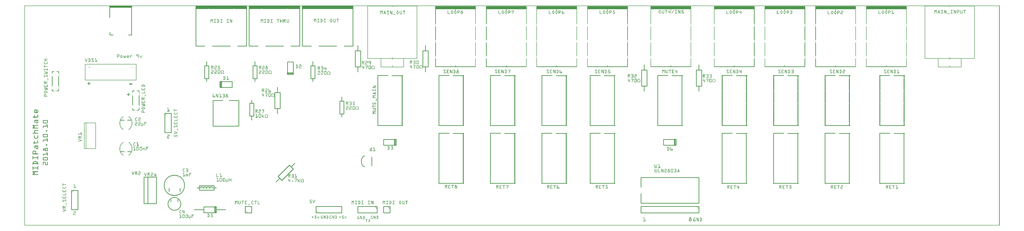
<source format=gto>
G04 MADE WITH FRITZING*
G04 WWW.FRITZING.ORG*
G04 DOUBLE SIDED*
G04 HOLES PLATED*
G04 CONTOUR ON CENTER OF CONTOUR VECTOR*
%ASAXBY*%
%FSLAX23Y23*%
%MOIN*%
%OFA0B0*%
%SFA1.0B1.0*%
%ADD10C,0.324960X0.30496*%
%ADD11R,0.205000X0.424719X0.185000X0.404719*%
%ADD12C,0.010000*%
%ADD13R,0.240000X0.080000X0.220000X0.060000*%
%ADD14R,0.801000X0.253000X0.789000X0.241000*%
%ADD15C,0.006000*%
%ADD16R,0.629921X0.047244*%
%ADD17R,0.775318X0.822834X0.759568X0.807084*%
%ADD18C,0.007875*%
%ADD19R,0.362199X0.143542X0.346449X0.127792*%
%ADD20C,0.020000*%
%ADD21C,0.015000*%
%ADD22C,0.005000*%
%ADD23C,0.008000*%
%ADD24C,0.007874*%
%ADD25C,0.008790*%
%ADD26C,0.009374*%
%ADD27R,0.001000X0.001000*%
%LNSILK1*%
G90*
G70*
G54D10*
X2332Y626D03*
G54D12*
X1857Y756D02*
X2052Y756D01*
X2052Y341D01*
X1857Y341D01*
X1857Y756D01*
D02*
X2717Y622D02*
X2947Y622D01*
X2947Y552D01*
X2717Y552D01*
X2717Y622D01*
D02*
G54D15*
X943Y2513D02*
X1738Y2513D01*
X1738Y2266D01*
X943Y2266D01*
X943Y2513D01*
D02*
G54D16*
X10046Y3391D03*
X6701Y3391D03*
X7490Y3391D03*
X9062Y3391D03*
X8274Y3391D03*
X11032Y3391D03*
X11818Y3391D03*
X13396Y3391D03*
G54D18*
X5334Y3418D02*
X6102Y3418D01*
X6102Y2603D01*
X5334Y2603D01*
X5334Y3418D01*
D02*
X5541Y2603D02*
X5895Y2603D01*
X5895Y2468D01*
X5541Y2468D01*
X5541Y2603D01*
D02*
X13995Y3418D02*
X14763Y3418D01*
X14763Y2603D01*
X13995Y2603D01*
X13995Y3418D01*
D02*
X14202Y2603D02*
X14556Y2603D01*
X14556Y2468D01*
X14202Y2468D01*
X14202Y2603D01*
D02*
G54D16*
X12607Y3391D03*
G54D12*
X1667Y2969D02*
X1617Y2969D01*
D02*
X1327Y3009D02*
X1327Y2969D01*
D02*
X1327Y2969D02*
X1377Y2969D01*
D02*
X1327Y3399D02*
X1667Y3399D01*
D02*
X1327Y3404D02*
X1667Y3404D01*
D02*
X1327Y3409D02*
X1667Y3409D01*
D02*
X1327Y3414D02*
X1667Y3414D01*
D02*
X1327Y3419D02*
X1667Y3419D01*
D02*
X10128Y1252D02*
X9933Y1252D01*
D02*
X9933Y1342D02*
X10128Y1342D01*
D02*
X10128Y1342D02*
X10128Y1252D01*
G54D20*
D02*
X10108Y1342D02*
X10108Y1252D01*
G54D12*
D02*
X4968Y2794D02*
X5106Y2794D01*
D02*
X4318Y2794D02*
X4456Y2794D01*
D02*
X4850Y2794D02*
X4574Y2794D01*
G54D21*
D02*
X5101Y3409D02*
X4323Y3409D01*
D02*
X4323Y3409D02*
X4323Y3399D01*
D02*
X4323Y3399D02*
X5101Y3399D01*
D02*
X5101Y3399D02*
X5101Y3388D01*
D02*
X5101Y3388D02*
X4323Y3388D01*
D02*
X4323Y3388D02*
X4323Y3378D01*
G54D12*
D02*
X4515Y2487D02*
X4515Y2287D01*
D02*
X4515Y2287D02*
X4449Y2287D01*
D02*
X4449Y2287D02*
X4449Y2487D01*
D02*
X4449Y2487D02*
X4515Y2487D01*
D02*
X4965Y1937D02*
X4965Y1737D01*
D02*
X4965Y1737D02*
X4899Y1737D01*
D02*
X4899Y1737D02*
X4899Y1937D01*
D02*
X4899Y1937D02*
X4965Y1937D01*
D02*
X5682Y297D02*
X5582Y297D01*
D02*
X5582Y297D02*
X5582Y197D01*
D02*
X5582Y197D02*
X5682Y197D01*
D02*
X5682Y197D02*
X5682Y297D01*
G54D22*
D02*
X5647Y297D02*
X5682Y262D01*
G54D12*
D02*
X2247Y532D02*
X2247Y582D01*
D02*
X2417Y532D02*
X2417Y582D01*
D02*
X1917Y346D02*
X1917Y756D01*
D02*
X2182Y1747D02*
X2182Y1447D01*
D02*
X2182Y1447D02*
X2282Y1447D01*
D02*
X2282Y1447D02*
X2282Y1747D01*
D02*
X2282Y1747D02*
X2182Y1747D01*
D02*
X732Y547D02*
X732Y247D01*
D02*
X732Y247D02*
X832Y247D01*
D02*
X832Y247D02*
X832Y547D01*
D02*
X832Y547D02*
X732Y547D01*
D02*
X2983Y202D02*
X2788Y202D01*
D02*
X2788Y202D02*
X2788Y292D01*
D02*
X2788Y292D02*
X2983Y292D01*
D02*
X2983Y292D02*
X2983Y202D01*
G54D20*
D02*
X2963Y292D02*
X2963Y202D01*
G54D12*
D02*
X3432Y197D02*
X3532Y197D01*
D02*
X3532Y197D02*
X3532Y297D01*
D02*
X3532Y297D02*
X3432Y297D01*
D02*
X3432Y297D02*
X3432Y197D01*
G54D23*
D02*
X1107Y1597D02*
X1107Y1197D01*
D02*
X1107Y1197D02*
X957Y1197D01*
D02*
X957Y1197D02*
X932Y1197D01*
D02*
X932Y1197D02*
X932Y1597D01*
D02*
X932Y1597D02*
X957Y1597D01*
D02*
X957Y1597D02*
X1107Y1597D01*
D02*
X957Y1597D02*
X957Y1197D01*
G54D12*
D02*
X4532Y197D02*
X4932Y197D01*
D02*
X4932Y197D02*
X4932Y297D01*
D02*
X4932Y297D02*
X4532Y297D01*
D02*
X4532Y297D02*
X4532Y197D01*
D02*
X5482Y297D02*
X5182Y297D01*
D02*
X5182Y297D02*
X5182Y197D01*
D02*
X5182Y197D02*
X5482Y197D01*
D02*
X5482Y197D02*
X5482Y297D01*
G54D22*
D02*
X5447Y297D02*
X5482Y262D01*
G54D12*
D02*
X4087Y2351D02*
X4087Y2546D01*
D02*
X4177Y2546D02*
X4177Y2351D01*
D02*
X4177Y2351D02*
X4087Y2351D01*
G54D20*
D02*
X4177Y2371D02*
X4087Y2371D01*
G54D24*
D02*
X10046Y3375D02*
X10046Y3347D01*
D02*
X10046Y2469D02*
X10046Y2497D01*
D02*
X6701Y3375D02*
X6701Y3347D01*
D02*
X6701Y2469D02*
X6701Y2497D01*
D02*
X7490Y3375D02*
X7490Y3347D01*
D02*
X7490Y2469D02*
X7490Y2497D01*
D02*
X9062Y3375D02*
X9062Y3347D01*
D02*
X9062Y2469D02*
X9062Y2497D01*
D02*
X8274Y3375D02*
X8274Y3347D01*
D02*
X8274Y2469D02*
X8274Y2497D01*
D02*
X11032Y3375D02*
X11032Y3347D01*
D02*
X11032Y2469D02*
X11032Y2497D01*
D02*
X11818Y3375D02*
X11818Y3348D01*
D02*
X11818Y2470D02*
X11818Y2497D01*
G54D12*
D02*
X9582Y347D02*
X10482Y347D01*
D02*
X10482Y347D02*
X10482Y747D01*
D02*
X10482Y747D02*
X9582Y747D01*
D02*
X9582Y347D02*
X9582Y497D01*
D02*
X9582Y597D02*
X9582Y747D01*
G54D24*
D02*
X13396Y3375D02*
X13396Y3348D01*
D02*
X13396Y2470D02*
X13396Y2497D01*
G54D18*
D02*
X5718Y2468D02*
X5718Y2495D01*
D02*
X5718Y2589D02*
X5718Y2617D01*
D02*
X14379Y2468D02*
X14379Y2495D01*
D02*
X14379Y2589D02*
X14379Y2617D01*
G54D24*
D02*
X12607Y3375D02*
X12607Y3348D01*
D02*
X12607Y2470D02*
X12607Y2497D01*
G54D12*
D02*
X10482Y297D02*
X9582Y297D01*
D02*
X9582Y297D02*
X9582Y197D01*
D02*
X9582Y197D02*
X10482Y197D01*
D02*
X10482Y197D02*
X10482Y297D01*
G54D25*
D02*
X13289Y1558D02*
X13679Y1558D01*
G54D26*
D02*
X13512Y2336D02*
X13679Y2336D01*
G54D25*
D02*
X12439Y1558D02*
X12829Y1558D01*
G54D26*
D02*
X12662Y2336D02*
X12829Y2336D01*
G54D25*
D02*
X11639Y1558D02*
X12029Y1558D01*
G54D26*
D02*
X11862Y2336D02*
X12029Y2336D01*
G54D25*
D02*
X10839Y1558D02*
X11229Y1558D01*
G54D26*
D02*
X11062Y2336D02*
X11229Y2336D01*
G54D25*
D02*
X8787Y1558D02*
X9177Y1558D01*
G54D26*
D02*
X9011Y2336D02*
X9177Y2336D01*
G54D25*
D02*
X8037Y1558D02*
X8427Y1558D01*
G54D26*
D02*
X8261Y2336D02*
X8427Y2336D01*
G54D25*
D02*
X7237Y1558D02*
X7627Y1558D01*
G54D26*
D02*
X7461Y2336D02*
X7627Y2336D01*
G54D25*
D02*
X6437Y1558D02*
X6827Y1558D01*
G54D26*
D02*
X6661Y2336D02*
X6827Y2336D01*
G54D25*
D02*
X6437Y658D02*
X6827Y658D01*
G54D26*
D02*
X6661Y1436D02*
X6827Y1436D01*
G54D25*
D02*
X7237Y658D02*
X7627Y658D01*
G54D26*
D02*
X7461Y1436D02*
X7627Y1436D01*
G54D25*
D02*
X8037Y658D02*
X8427Y658D01*
G54D26*
D02*
X8261Y1436D02*
X8427Y1436D01*
G54D25*
D02*
X10837Y658D02*
X11227Y658D01*
G54D26*
D02*
X11061Y1436D02*
X11227Y1436D01*
G54D25*
D02*
X11637Y658D02*
X12027Y658D01*
G54D26*
D02*
X11861Y1436D02*
X12027Y1436D01*
G54D25*
D02*
X12437Y658D02*
X12827Y658D01*
G54D26*
D02*
X12661Y1436D02*
X12827Y1436D01*
G54D25*
D02*
X13287Y658D02*
X13677Y658D01*
G54D26*
D02*
X13511Y1436D02*
X13677Y1436D01*
G54D25*
D02*
X9837Y1558D02*
X10227Y1558D01*
G54D26*
D02*
X10061Y2336D02*
X10227Y2336D01*
G54D25*
D02*
X5487Y1558D02*
X5877Y1558D01*
G54D26*
D02*
X5711Y2336D02*
X5877Y2336D01*
G54D25*
D02*
X8787Y658D02*
X9177Y658D01*
G54D26*
D02*
X9011Y1436D02*
X9177Y1436D01*
G54D12*
D02*
X2865Y2487D02*
X2865Y2287D01*
D02*
X2865Y2287D02*
X2799Y2287D01*
D02*
X2799Y2287D02*
X2799Y2487D01*
D02*
X2799Y2487D02*
X2865Y2487D01*
D02*
X3036Y2242D02*
X3231Y2242D01*
D02*
X3231Y2152D02*
X3036Y2152D01*
D02*
X3036Y2152D02*
X3036Y2242D01*
G54D20*
D02*
X3056Y2152D02*
X3056Y2242D01*
G54D12*
D02*
X3973Y2072D02*
X3973Y1822D01*
D02*
X3973Y1822D02*
X3891Y1822D01*
D02*
X3891Y1822D02*
X3891Y2072D01*
D02*
X3891Y2072D02*
X3973Y2072D01*
D02*
X3499Y1706D02*
X3499Y1906D01*
D02*
X3499Y1906D02*
X3565Y1906D01*
D02*
X3565Y1906D02*
X3565Y1706D01*
D02*
X3565Y1706D02*
X3499Y1706D01*
D02*
X3615Y2487D02*
X3615Y2287D01*
D02*
X3615Y2287D02*
X3549Y2287D01*
D02*
X3549Y2287D02*
X3549Y2487D01*
D02*
X3549Y2487D02*
X3615Y2487D01*
D02*
X2932Y1947D02*
X2932Y1547D01*
D02*
X2932Y1547D02*
X3332Y1547D01*
D02*
X3332Y1547D02*
X3332Y1947D01*
D02*
X2932Y1947D02*
X3082Y1947D01*
D02*
X3182Y1947D02*
X3332Y1947D01*
D02*
X4142Y2796D02*
X4280Y2796D01*
D02*
X3492Y2796D02*
X3630Y2796D01*
D02*
X4024Y2796D02*
X3748Y2796D01*
G54D21*
D02*
X4275Y3411D02*
X3497Y3411D01*
D02*
X3497Y3411D02*
X3497Y3401D01*
D02*
X3497Y3401D02*
X4275Y3401D01*
D02*
X4275Y3401D02*
X4275Y3390D01*
D02*
X4275Y3390D02*
X3497Y3390D01*
D02*
X3497Y3390D02*
X3497Y3380D01*
G54D12*
D02*
X3315Y2796D02*
X3453Y2796D01*
D02*
X2665Y2796D02*
X2803Y2796D01*
D02*
X3197Y2796D02*
X2921Y2796D01*
G54D21*
D02*
X3448Y3411D02*
X2670Y3411D01*
D02*
X2670Y3411D02*
X2670Y3401D01*
D02*
X2670Y3401D02*
X3448Y3401D01*
D02*
X3448Y3401D02*
X3448Y3390D01*
D02*
X3448Y3390D02*
X2670Y3390D01*
D02*
X2670Y3390D02*
X2670Y3380D01*
G54D12*
D02*
X5141Y2471D02*
X5141Y2721D01*
D02*
X5141Y2721D02*
X5223Y2721D01*
D02*
X5223Y2721D02*
X5223Y2471D01*
D02*
X5223Y2471D02*
X5141Y2471D01*
D02*
X9591Y2171D02*
X9591Y2421D01*
D02*
X9591Y2421D02*
X9673Y2421D01*
D02*
X9673Y2421D02*
X9673Y2171D01*
D02*
X9673Y2171D02*
X9591Y2171D01*
D02*
X10441Y2171D02*
X10441Y2421D01*
D02*
X10441Y2421D02*
X10523Y2421D01*
D02*
X10523Y2421D02*
X10523Y2171D01*
D02*
X10523Y2171D02*
X10441Y2171D01*
D02*
X6191Y2471D02*
X6191Y2721D01*
D02*
X6191Y2721D02*
X6273Y2721D01*
D02*
X6273Y2721D02*
X6273Y2471D01*
D02*
X6273Y2471D02*
X6191Y2471D01*
D02*
X5396Y1067D02*
X5396Y927D01*
D02*
X3941Y764D02*
X4118Y941D01*
D02*
X4118Y941D02*
X4176Y883D01*
D02*
X4176Y883D02*
X3999Y706D01*
D02*
X3999Y706D02*
X3941Y764D01*
D02*
X5778Y1252D02*
X5583Y1252D01*
D02*
X5583Y1342D02*
X5778Y1342D01*
D02*
X5778Y1342D02*
X5778Y1252D01*
G54D20*
D02*
X5758Y1342D02*
X5758Y1252D01*
G54D12*
X2711Y587D02*
X2681Y587D01*
D02*
X2951Y587D02*
X2981Y587D01*
D02*
G54D27*
X0Y3425D02*
X15156Y3425D01*
X0Y3424D02*
X15156Y3424D01*
X0Y3423D02*
X15156Y3423D01*
X0Y3422D02*
X15156Y3422D01*
X0Y3421D02*
X15156Y3421D01*
X0Y3420D02*
X15156Y3420D01*
X0Y3419D02*
X15156Y3419D01*
X0Y3418D02*
X15156Y3418D01*
X0Y3417D02*
X7Y3417D01*
X1322Y3417D02*
X1331Y3417D01*
X1662Y3417D02*
X1671Y3417D01*
X2660Y3417D02*
X3457Y3417D01*
X3487Y3417D02*
X4283Y3417D01*
X4313Y3417D02*
X5110Y3417D01*
X5497Y3417D02*
X5937Y3417D01*
X14158Y3417D02*
X14598Y3417D01*
X15149Y3417D02*
X15156Y3417D01*
X0Y3416D02*
X7Y3416D01*
X1322Y3416D02*
X1331Y3416D01*
X1662Y3416D02*
X1671Y3416D01*
X2660Y3416D02*
X3457Y3416D01*
X3487Y3416D02*
X4283Y3416D01*
X4313Y3416D02*
X5110Y3416D01*
X5497Y3416D02*
X5937Y3416D01*
X14158Y3416D02*
X14598Y3416D01*
X15149Y3416D02*
X15156Y3416D01*
X0Y3415D02*
X7Y3415D01*
X1322Y3415D02*
X1331Y3415D01*
X1662Y3415D02*
X1671Y3415D01*
X2660Y3415D02*
X3457Y3415D01*
X3487Y3415D02*
X4283Y3415D01*
X4313Y3415D02*
X5110Y3415D01*
X5497Y3415D02*
X5937Y3415D01*
X14158Y3415D02*
X14598Y3415D01*
X15149Y3415D02*
X15156Y3415D01*
X0Y3414D02*
X7Y3414D01*
X1322Y3414D02*
X1331Y3414D01*
X1662Y3414D02*
X1671Y3414D01*
X2660Y3414D02*
X2669Y3414D01*
X3440Y3414D02*
X3457Y3414D01*
X3487Y3414D02*
X3496Y3414D01*
X4267Y3414D02*
X4283Y3414D01*
X4313Y3414D02*
X5110Y3414D01*
X5714Y3414D02*
X5721Y3414D01*
X6386Y3414D02*
X7015Y3414D01*
X7175Y3414D02*
X7804Y3414D01*
X7959Y3414D02*
X8587Y3414D01*
X8747Y3414D02*
X9376Y3414D01*
X9731Y3414D02*
X10360Y3414D01*
X10717Y3414D02*
X11346Y3414D01*
X11503Y3414D02*
X12132Y3414D01*
X12292Y3414D02*
X12921Y3414D01*
X13081Y3414D02*
X13710Y3414D01*
X14375Y3414D02*
X14381Y3414D01*
X15149Y3414D02*
X15156Y3414D01*
X0Y3413D02*
X7Y3413D01*
X1322Y3413D02*
X1331Y3413D01*
X1662Y3413D02*
X1671Y3413D01*
X2660Y3413D02*
X2669Y3413D01*
X3440Y3413D02*
X3457Y3413D01*
X3487Y3413D02*
X3496Y3413D01*
X4267Y3413D02*
X4283Y3413D01*
X4313Y3413D02*
X5110Y3413D01*
X5714Y3413D02*
X5721Y3413D01*
X6386Y3413D02*
X7015Y3413D01*
X7175Y3413D02*
X7804Y3413D01*
X7959Y3413D02*
X8587Y3413D01*
X8747Y3413D02*
X9376Y3413D01*
X9731Y3413D02*
X10360Y3413D01*
X10717Y3413D02*
X11346Y3413D01*
X11503Y3413D02*
X12132Y3413D01*
X12292Y3413D02*
X12921Y3413D01*
X13081Y3413D02*
X13710Y3413D01*
X14375Y3413D02*
X14381Y3413D01*
X15149Y3413D02*
X15156Y3413D01*
X0Y3412D02*
X7Y3412D01*
X1322Y3412D02*
X1331Y3412D01*
X1662Y3412D02*
X1671Y3412D01*
X2660Y3412D02*
X2669Y3412D01*
X3440Y3412D02*
X3457Y3412D01*
X3487Y3412D02*
X3496Y3412D01*
X4267Y3412D02*
X4283Y3412D01*
X4313Y3412D02*
X4322Y3412D01*
X5093Y3412D02*
X5110Y3412D01*
X5714Y3412D02*
X5721Y3412D01*
X6386Y3412D02*
X7015Y3412D01*
X7175Y3412D02*
X7804Y3412D01*
X7959Y3412D02*
X8587Y3412D01*
X8747Y3412D02*
X9376Y3412D01*
X9731Y3412D02*
X10360Y3412D01*
X10717Y3412D02*
X11346Y3412D01*
X11503Y3412D02*
X12132Y3412D01*
X12292Y3412D02*
X12921Y3412D01*
X13081Y3412D02*
X13710Y3412D01*
X14375Y3412D02*
X14381Y3412D01*
X15149Y3412D02*
X15156Y3412D01*
X0Y3411D02*
X7Y3411D01*
X1322Y3411D02*
X1331Y3411D01*
X1662Y3411D02*
X1671Y3411D01*
X2660Y3411D02*
X2669Y3411D01*
X3448Y3411D02*
X3457Y3411D01*
X3487Y3411D02*
X3496Y3411D01*
X4274Y3411D02*
X4283Y3411D01*
X4313Y3411D02*
X4322Y3411D01*
X5093Y3411D02*
X5110Y3411D01*
X5714Y3411D02*
X5721Y3411D01*
X6386Y3411D02*
X7015Y3411D01*
X7175Y3411D02*
X7804Y3411D01*
X7959Y3411D02*
X8587Y3411D01*
X8747Y3411D02*
X9376Y3411D01*
X9731Y3411D02*
X10360Y3411D01*
X10717Y3411D02*
X11346Y3411D01*
X11503Y3411D02*
X12132Y3411D01*
X12292Y3411D02*
X12921Y3411D01*
X13081Y3411D02*
X13710Y3411D01*
X14375Y3411D02*
X14381Y3411D01*
X15149Y3411D02*
X15156Y3411D01*
X0Y3410D02*
X7Y3410D01*
X1322Y3410D02*
X1331Y3410D01*
X1662Y3410D02*
X1671Y3410D01*
X2660Y3410D02*
X2669Y3410D01*
X3448Y3410D02*
X3457Y3410D01*
X3487Y3410D02*
X3496Y3410D01*
X4274Y3410D02*
X4283Y3410D01*
X4313Y3410D02*
X4322Y3410D01*
X5093Y3410D02*
X5110Y3410D01*
X5714Y3410D02*
X5721Y3410D01*
X6386Y3410D02*
X7015Y3410D01*
X7175Y3410D02*
X7804Y3410D01*
X7959Y3410D02*
X8587Y3410D01*
X8747Y3410D02*
X9376Y3410D01*
X9731Y3410D02*
X10360Y3410D01*
X10717Y3410D02*
X11346Y3410D01*
X11503Y3410D02*
X12132Y3410D01*
X12292Y3410D02*
X12921Y3410D01*
X13081Y3410D02*
X13710Y3410D01*
X14375Y3410D02*
X14381Y3410D01*
X15149Y3410D02*
X15156Y3410D01*
X0Y3409D02*
X7Y3409D01*
X1322Y3409D02*
X1331Y3409D01*
X1662Y3409D02*
X1671Y3409D01*
X2660Y3409D02*
X2669Y3409D01*
X3448Y3409D02*
X3457Y3409D01*
X3487Y3409D02*
X3496Y3409D01*
X4274Y3409D02*
X4283Y3409D01*
X4313Y3409D02*
X4322Y3409D01*
X5101Y3409D02*
X5110Y3409D01*
X5714Y3409D02*
X5721Y3409D01*
X6386Y3409D02*
X7015Y3409D01*
X7175Y3409D02*
X7804Y3409D01*
X7959Y3409D02*
X8587Y3409D01*
X8747Y3409D02*
X9376Y3409D01*
X9731Y3409D02*
X10360Y3409D01*
X10717Y3409D02*
X11346Y3409D01*
X11503Y3409D02*
X12132Y3409D01*
X12292Y3409D02*
X12921Y3409D01*
X13081Y3409D02*
X13710Y3409D01*
X14375Y3409D02*
X14381Y3409D01*
X15149Y3409D02*
X15156Y3409D01*
X0Y3408D02*
X7Y3408D01*
X1322Y3408D02*
X1331Y3408D01*
X1662Y3408D02*
X1671Y3408D01*
X2660Y3408D02*
X2669Y3408D01*
X3448Y3408D02*
X3457Y3408D01*
X3487Y3408D02*
X3496Y3408D01*
X4274Y3408D02*
X4283Y3408D01*
X4313Y3408D02*
X4322Y3408D01*
X5101Y3408D02*
X5110Y3408D01*
X5714Y3408D02*
X5721Y3408D01*
X6386Y3408D02*
X7015Y3408D01*
X7175Y3408D02*
X7804Y3408D01*
X7959Y3408D02*
X8587Y3408D01*
X8747Y3408D02*
X9376Y3408D01*
X9731Y3408D02*
X10360Y3408D01*
X10717Y3408D02*
X11346Y3408D01*
X11503Y3408D02*
X12132Y3408D01*
X12292Y3408D02*
X12921Y3408D01*
X13081Y3408D02*
X13710Y3408D01*
X14375Y3408D02*
X14381Y3408D01*
X15149Y3408D02*
X15156Y3408D01*
X0Y3407D02*
X7Y3407D01*
X1322Y3407D02*
X1331Y3407D01*
X1662Y3407D02*
X1671Y3407D01*
X2660Y3407D02*
X2669Y3407D01*
X3448Y3407D02*
X3457Y3407D01*
X3487Y3407D02*
X3496Y3407D01*
X4274Y3407D02*
X4283Y3407D01*
X4313Y3407D02*
X4322Y3407D01*
X5101Y3407D02*
X5110Y3407D01*
X5714Y3407D02*
X5721Y3407D01*
X6386Y3407D02*
X7015Y3407D01*
X7175Y3407D02*
X7804Y3407D01*
X7959Y3407D02*
X8587Y3407D01*
X8747Y3407D02*
X9376Y3407D01*
X9731Y3407D02*
X10360Y3407D01*
X10717Y3407D02*
X11346Y3407D01*
X11503Y3407D02*
X12132Y3407D01*
X12292Y3407D02*
X12921Y3407D01*
X13081Y3407D02*
X13710Y3407D01*
X14375Y3407D02*
X14381Y3407D01*
X15149Y3407D02*
X15156Y3407D01*
X0Y3406D02*
X7Y3406D01*
X1322Y3406D02*
X1331Y3406D01*
X1662Y3406D02*
X1671Y3406D01*
X2660Y3406D02*
X2669Y3406D01*
X3448Y3406D02*
X3457Y3406D01*
X3487Y3406D02*
X3496Y3406D01*
X4274Y3406D02*
X4283Y3406D01*
X4313Y3406D02*
X4322Y3406D01*
X5101Y3406D02*
X5110Y3406D01*
X5714Y3406D02*
X5721Y3406D01*
X6386Y3406D02*
X6393Y3406D01*
X7008Y3406D02*
X7015Y3406D01*
X7175Y3406D02*
X7182Y3406D01*
X7797Y3406D02*
X7804Y3406D01*
X7959Y3406D02*
X7965Y3406D01*
X8581Y3406D02*
X8587Y3406D01*
X8747Y3406D02*
X8754Y3406D01*
X9369Y3406D02*
X9376Y3406D01*
X9731Y3406D02*
X9738Y3406D01*
X10353Y3406D02*
X10360Y3406D01*
X10717Y3406D02*
X10724Y3406D01*
X11339Y3406D02*
X11346Y3406D01*
X11503Y3406D02*
X11510Y3406D01*
X12125Y3406D02*
X12132Y3406D01*
X12292Y3406D02*
X12299Y3406D01*
X12914Y3406D02*
X12921Y3406D01*
X13081Y3406D02*
X13088Y3406D01*
X13703Y3406D02*
X13710Y3406D01*
X14375Y3406D02*
X14381Y3406D01*
X15149Y3406D02*
X15156Y3406D01*
X0Y3405D02*
X7Y3405D01*
X1322Y3405D02*
X1331Y3405D01*
X1662Y3405D02*
X1671Y3405D01*
X2660Y3405D02*
X2669Y3405D01*
X3448Y3405D02*
X3457Y3405D01*
X3487Y3405D02*
X3496Y3405D01*
X4274Y3405D02*
X4283Y3405D01*
X4313Y3405D02*
X4322Y3405D01*
X5101Y3405D02*
X5110Y3405D01*
X5714Y3405D02*
X5721Y3405D01*
X6386Y3405D02*
X6393Y3405D01*
X7008Y3405D02*
X7015Y3405D01*
X7175Y3405D02*
X7182Y3405D01*
X7797Y3405D02*
X7804Y3405D01*
X7959Y3405D02*
X7965Y3405D01*
X8581Y3405D02*
X8587Y3405D01*
X8747Y3405D02*
X8754Y3405D01*
X9369Y3405D02*
X9376Y3405D01*
X9731Y3405D02*
X9738Y3405D01*
X10353Y3405D02*
X10360Y3405D01*
X10717Y3405D02*
X10724Y3405D01*
X11339Y3405D02*
X11346Y3405D01*
X11503Y3405D02*
X11510Y3405D01*
X12125Y3405D02*
X12132Y3405D01*
X12292Y3405D02*
X12299Y3405D01*
X12914Y3405D02*
X12921Y3405D01*
X13081Y3405D02*
X13088Y3405D01*
X13703Y3405D02*
X13710Y3405D01*
X14375Y3405D02*
X14381Y3405D01*
X15149Y3405D02*
X15156Y3405D01*
X0Y3404D02*
X7Y3404D01*
X1322Y3404D02*
X1331Y3404D01*
X1662Y3404D02*
X1671Y3404D01*
X2660Y3404D02*
X2669Y3404D01*
X3448Y3404D02*
X3457Y3404D01*
X3487Y3404D02*
X3496Y3404D01*
X4274Y3404D02*
X4283Y3404D01*
X4313Y3404D02*
X4322Y3404D01*
X5101Y3404D02*
X5110Y3404D01*
X6386Y3404D02*
X6393Y3404D01*
X7008Y3404D02*
X7015Y3404D01*
X7175Y3404D02*
X7182Y3404D01*
X7797Y3404D02*
X7804Y3404D01*
X7959Y3404D02*
X7965Y3404D01*
X8581Y3404D02*
X8587Y3404D01*
X8747Y3404D02*
X8754Y3404D01*
X9369Y3404D02*
X9376Y3404D01*
X9731Y3404D02*
X9738Y3404D01*
X10353Y3404D02*
X10360Y3404D01*
X10717Y3404D02*
X10724Y3404D01*
X11339Y3404D02*
X11346Y3404D01*
X11503Y3404D02*
X11510Y3404D01*
X12125Y3404D02*
X12132Y3404D01*
X12292Y3404D02*
X12299Y3404D01*
X12914Y3404D02*
X12921Y3404D01*
X13081Y3404D02*
X13088Y3404D01*
X13703Y3404D02*
X13710Y3404D01*
X15149Y3404D02*
X15156Y3404D01*
X0Y3403D02*
X7Y3403D01*
X1322Y3403D02*
X1331Y3403D01*
X1662Y3403D02*
X1671Y3403D01*
X2660Y3403D02*
X2669Y3403D01*
X3448Y3403D02*
X3457Y3403D01*
X3487Y3403D02*
X3496Y3403D01*
X4274Y3403D02*
X4283Y3403D01*
X4313Y3403D02*
X4322Y3403D01*
X5101Y3403D02*
X5110Y3403D01*
X6386Y3403D02*
X6393Y3403D01*
X7008Y3403D02*
X7015Y3403D01*
X7175Y3403D02*
X7182Y3403D01*
X7797Y3403D02*
X7804Y3403D01*
X7959Y3403D02*
X7965Y3403D01*
X8581Y3403D02*
X8587Y3403D01*
X8747Y3403D02*
X8754Y3403D01*
X9369Y3403D02*
X9376Y3403D01*
X9731Y3403D02*
X9738Y3403D01*
X10353Y3403D02*
X10360Y3403D01*
X10717Y3403D02*
X10724Y3403D01*
X11339Y3403D02*
X11346Y3403D01*
X11503Y3403D02*
X11510Y3403D01*
X12125Y3403D02*
X12132Y3403D01*
X12292Y3403D02*
X12299Y3403D01*
X12914Y3403D02*
X12921Y3403D01*
X13081Y3403D02*
X13088Y3403D01*
X13703Y3403D02*
X13710Y3403D01*
X15149Y3403D02*
X15156Y3403D01*
X0Y3402D02*
X7Y3402D01*
X1322Y3402D02*
X1331Y3402D01*
X1662Y3402D02*
X1671Y3402D01*
X2660Y3402D02*
X2669Y3402D01*
X3448Y3402D02*
X3457Y3402D01*
X3487Y3402D02*
X3496Y3402D01*
X4274Y3402D02*
X4283Y3402D01*
X4313Y3402D02*
X4322Y3402D01*
X5101Y3402D02*
X5110Y3402D01*
X6386Y3402D02*
X6393Y3402D01*
X7008Y3402D02*
X7015Y3402D01*
X7175Y3402D02*
X7182Y3402D01*
X7797Y3402D02*
X7804Y3402D01*
X7959Y3402D02*
X7965Y3402D01*
X8581Y3402D02*
X8587Y3402D01*
X8747Y3402D02*
X8754Y3402D01*
X9369Y3402D02*
X9376Y3402D01*
X9731Y3402D02*
X9738Y3402D01*
X10353Y3402D02*
X10360Y3402D01*
X10717Y3402D02*
X10724Y3402D01*
X11339Y3402D02*
X11346Y3402D01*
X11503Y3402D02*
X11510Y3402D01*
X12125Y3402D02*
X12132Y3402D01*
X12292Y3402D02*
X12299Y3402D01*
X12914Y3402D02*
X12921Y3402D01*
X13081Y3402D02*
X13088Y3402D01*
X13703Y3402D02*
X13710Y3402D01*
X15149Y3402D02*
X15156Y3402D01*
X0Y3401D02*
X7Y3401D01*
X1322Y3401D02*
X1331Y3401D01*
X1662Y3401D02*
X1671Y3401D01*
X2660Y3401D02*
X2669Y3401D01*
X3448Y3401D02*
X3457Y3401D01*
X3487Y3401D02*
X3496Y3401D01*
X4274Y3401D02*
X4283Y3401D01*
X4313Y3401D02*
X4322Y3401D01*
X5101Y3401D02*
X5110Y3401D01*
X6386Y3401D02*
X6393Y3401D01*
X7008Y3401D02*
X7015Y3401D01*
X7175Y3401D02*
X7182Y3401D01*
X7797Y3401D02*
X7804Y3401D01*
X7959Y3401D02*
X7965Y3401D01*
X8581Y3401D02*
X8587Y3401D01*
X8747Y3401D02*
X8754Y3401D01*
X9369Y3401D02*
X9376Y3401D01*
X9731Y3401D02*
X9738Y3401D01*
X10353Y3401D02*
X10360Y3401D01*
X10717Y3401D02*
X10724Y3401D01*
X11339Y3401D02*
X11346Y3401D01*
X11503Y3401D02*
X11510Y3401D01*
X12125Y3401D02*
X12132Y3401D01*
X12292Y3401D02*
X12299Y3401D01*
X12914Y3401D02*
X12921Y3401D01*
X13081Y3401D02*
X13088Y3401D01*
X13703Y3401D02*
X13710Y3401D01*
X15149Y3401D02*
X15156Y3401D01*
X0Y3400D02*
X7Y3400D01*
X1322Y3400D02*
X1331Y3400D01*
X1662Y3400D02*
X1671Y3400D01*
X2660Y3400D02*
X2669Y3400D01*
X3448Y3400D02*
X3457Y3400D01*
X3487Y3400D02*
X3496Y3400D01*
X4274Y3400D02*
X4283Y3400D01*
X4313Y3400D02*
X4322Y3400D01*
X5101Y3400D02*
X5110Y3400D01*
X6386Y3400D02*
X6393Y3400D01*
X7008Y3400D02*
X7015Y3400D01*
X7175Y3400D02*
X7182Y3400D01*
X7797Y3400D02*
X7804Y3400D01*
X7959Y3400D02*
X7965Y3400D01*
X8581Y3400D02*
X8587Y3400D01*
X8747Y3400D02*
X8754Y3400D01*
X9369Y3400D02*
X9376Y3400D01*
X9731Y3400D02*
X9738Y3400D01*
X10353Y3400D02*
X10360Y3400D01*
X10717Y3400D02*
X10724Y3400D01*
X11339Y3400D02*
X11346Y3400D01*
X11503Y3400D02*
X11510Y3400D01*
X12125Y3400D02*
X12132Y3400D01*
X12292Y3400D02*
X12299Y3400D01*
X12914Y3400D02*
X12921Y3400D01*
X13081Y3400D02*
X13088Y3400D01*
X13703Y3400D02*
X13710Y3400D01*
X15149Y3400D02*
X15156Y3400D01*
X0Y3399D02*
X7Y3399D01*
X1322Y3399D02*
X1331Y3399D01*
X1662Y3399D02*
X1671Y3399D01*
X2660Y3399D02*
X2669Y3399D01*
X3448Y3399D02*
X3457Y3399D01*
X3487Y3399D02*
X3496Y3399D01*
X4274Y3399D02*
X4283Y3399D01*
X4313Y3399D02*
X4322Y3399D01*
X5101Y3399D02*
X5110Y3399D01*
X6386Y3399D02*
X6393Y3399D01*
X7008Y3399D02*
X7015Y3399D01*
X7175Y3399D02*
X7182Y3399D01*
X7797Y3399D02*
X7804Y3399D01*
X7959Y3399D02*
X7965Y3399D01*
X8581Y3399D02*
X8587Y3399D01*
X8747Y3399D02*
X8754Y3399D01*
X9369Y3399D02*
X9376Y3399D01*
X9731Y3399D02*
X9738Y3399D01*
X10353Y3399D02*
X10360Y3399D01*
X10717Y3399D02*
X10724Y3399D01*
X11339Y3399D02*
X11346Y3399D01*
X11503Y3399D02*
X11510Y3399D01*
X12125Y3399D02*
X12132Y3399D01*
X12292Y3399D02*
X12299Y3399D01*
X12914Y3399D02*
X12921Y3399D01*
X13081Y3399D02*
X13088Y3399D01*
X13703Y3399D02*
X13710Y3399D01*
X15149Y3399D02*
X15156Y3399D01*
X0Y3398D02*
X7Y3398D01*
X1322Y3398D02*
X1331Y3398D01*
X1662Y3398D02*
X1671Y3398D01*
X2660Y3398D02*
X2669Y3398D01*
X3448Y3398D02*
X3457Y3398D01*
X3487Y3398D02*
X3496Y3398D01*
X4274Y3398D02*
X4283Y3398D01*
X4313Y3398D02*
X4322Y3398D01*
X5101Y3398D02*
X5110Y3398D01*
X6386Y3398D02*
X6393Y3398D01*
X7008Y3398D02*
X7015Y3398D01*
X7175Y3398D02*
X7182Y3398D01*
X7797Y3398D02*
X7804Y3398D01*
X7959Y3398D02*
X7965Y3398D01*
X8581Y3398D02*
X8587Y3398D01*
X8747Y3398D02*
X8754Y3398D01*
X9369Y3398D02*
X9376Y3398D01*
X9731Y3398D02*
X9738Y3398D01*
X10353Y3398D02*
X10360Y3398D01*
X10717Y3398D02*
X10724Y3398D01*
X11339Y3398D02*
X11346Y3398D01*
X11503Y3398D02*
X11510Y3398D01*
X12125Y3398D02*
X12132Y3398D01*
X12292Y3398D02*
X12299Y3398D01*
X12914Y3398D02*
X12921Y3398D01*
X13081Y3398D02*
X13088Y3398D01*
X13703Y3398D02*
X13710Y3398D01*
X15149Y3398D02*
X15156Y3398D01*
X0Y3397D02*
X7Y3397D01*
X1322Y3397D02*
X1331Y3397D01*
X1662Y3397D02*
X1671Y3397D01*
X2660Y3397D02*
X2669Y3397D01*
X3448Y3397D02*
X3457Y3397D01*
X3487Y3397D02*
X3496Y3397D01*
X4274Y3397D02*
X4283Y3397D01*
X4313Y3397D02*
X4322Y3397D01*
X5101Y3397D02*
X5110Y3397D01*
X6386Y3397D02*
X6393Y3397D01*
X7008Y3397D02*
X7015Y3397D01*
X7175Y3397D02*
X7182Y3397D01*
X7797Y3397D02*
X7804Y3397D01*
X7959Y3397D02*
X7965Y3397D01*
X8581Y3397D02*
X8587Y3397D01*
X8747Y3397D02*
X8754Y3397D01*
X9369Y3397D02*
X9376Y3397D01*
X9731Y3397D02*
X9738Y3397D01*
X10353Y3397D02*
X10360Y3397D01*
X10717Y3397D02*
X10724Y3397D01*
X11339Y3397D02*
X11346Y3397D01*
X11503Y3397D02*
X11510Y3397D01*
X12125Y3397D02*
X12132Y3397D01*
X12292Y3397D02*
X12299Y3397D01*
X12914Y3397D02*
X12921Y3397D01*
X13081Y3397D02*
X13088Y3397D01*
X13703Y3397D02*
X13710Y3397D01*
X15149Y3397D02*
X15156Y3397D01*
X0Y3396D02*
X7Y3396D01*
X1322Y3396D02*
X1331Y3396D01*
X1662Y3396D02*
X1671Y3396D01*
X2660Y3396D02*
X2669Y3396D01*
X3448Y3396D02*
X3457Y3396D01*
X3487Y3396D02*
X3496Y3396D01*
X4274Y3396D02*
X4283Y3396D01*
X4313Y3396D02*
X4322Y3396D01*
X5101Y3396D02*
X5110Y3396D01*
X6386Y3396D02*
X6393Y3396D01*
X7008Y3396D02*
X7015Y3396D01*
X7175Y3396D02*
X7182Y3396D01*
X7797Y3396D02*
X7804Y3396D01*
X7959Y3396D02*
X7965Y3396D01*
X8581Y3396D02*
X8587Y3396D01*
X8747Y3396D02*
X8754Y3396D01*
X9369Y3396D02*
X9376Y3396D01*
X9731Y3396D02*
X9738Y3396D01*
X10353Y3396D02*
X10360Y3396D01*
X10717Y3396D02*
X10724Y3396D01*
X11339Y3396D02*
X11346Y3396D01*
X11503Y3396D02*
X11510Y3396D01*
X12125Y3396D02*
X12132Y3396D01*
X12292Y3396D02*
X12299Y3396D01*
X12914Y3396D02*
X12921Y3396D01*
X13081Y3396D02*
X13088Y3396D01*
X13703Y3396D02*
X13710Y3396D01*
X15149Y3396D02*
X15156Y3396D01*
X0Y3395D02*
X7Y3395D01*
X1322Y3395D02*
X1331Y3395D01*
X1662Y3395D02*
X1671Y3395D01*
X2660Y3395D02*
X2669Y3395D01*
X3448Y3395D02*
X3457Y3395D01*
X3487Y3395D02*
X3496Y3395D01*
X4274Y3395D02*
X4283Y3395D01*
X4313Y3395D02*
X4322Y3395D01*
X5101Y3395D02*
X5110Y3395D01*
X6386Y3395D02*
X6393Y3395D01*
X7008Y3395D02*
X7015Y3395D01*
X7175Y3395D02*
X7182Y3395D01*
X7797Y3395D02*
X7804Y3395D01*
X7959Y3395D02*
X7965Y3395D01*
X8581Y3395D02*
X8587Y3395D01*
X8747Y3395D02*
X8754Y3395D01*
X9369Y3395D02*
X9376Y3395D01*
X9731Y3395D02*
X9738Y3395D01*
X10353Y3395D02*
X10360Y3395D01*
X10717Y3395D02*
X10724Y3395D01*
X11339Y3395D02*
X11346Y3395D01*
X11503Y3395D02*
X11510Y3395D01*
X12125Y3395D02*
X12132Y3395D01*
X12292Y3395D02*
X12299Y3395D01*
X12914Y3395D02*
X12921Y3395D01*
X13081Y3395D02*
X13088Y3395D01*
X13703Y3395D02*
X13710Y3395D01*
X15149Y3395D02*
X15156Y3395D01*
X0Y3394D02*
X7Y3394D01*
X1322Y3394D02*
X1331Y3394D01*
X1662Y3394D02*
X1671Y3394D01*
X2660Y3394D02*
X2669Y3394D01*
X3448Y3394D02*
X3457Y3394D01*
X3487Y3394D02*
X3496Y3394D01*
X4274Y3394D02*
X4283Y3394D01*
X4313Y3394D02*
X4322Y3394D01*
X5101Y3394D02*
X5110Y3394D01*
X6386Y3394D02*
X6393Y3394D01*
X7008Y3394D02*
X7015Y3394D01*
X7175Y3394D02*
X7182Y3394D01*
X7797Y3394D02*
X7804Y3394D01*
X7959Y3394D02*
X7965Y3394D01*
X8581Y3394D02*
X8587Y3394D01*
X8747Y3394D02*
X8754Y3394D01*
X9369Y3394D02*
X9376Y3394D01*
X9731Y3394D02*
X9738Y3394D01*
X10353Y3394D02*
X10360Y3394D01*
X10717Y3394D02*
X10724Y3394D01*
X11339Y3394D02*
X11346Y3394D01*
X11503Y3394D02*
X11510Y3394D01*
X12125Y3394D02*
X12132Y3394D01*
X12292Y3394D02*
X12299Y3394D01*
X12914Y3394D02*
X12921Y3394D01*
X13081Y3394D02*
X13088Y3394D01*
X13703Y3394D02*
X13710Y3394D01*
X15149Y3394D02*
X15156Y3394D01*
X0Y3393D02*
X7Y3393D01*
X1322Y3393D02*
X1331Y3393D01*
X1662Y3393D02*
X1671Y3393D01*
X2660Y3393D02*
X2669Y3393D01*
X3448Y3393D02*
X3457Y3393D01*
X3487Y3393D02*
X3496Y3393D01*
X4274Y3393D02*
X4283Y3393D01*
X4313Y3393D02*
X4322Y3393D01*
X5101Y3393D02*
X5110Y3393D01*
X6386Y3393D02*
X6393Y3393D01*
X7008Y3393D02*
X7015Y3393D01*
X7175Y3393D02*
X7182Y3393D01*
X7797Y3393D02*
X7804Y3393D01*
X7959Y3393D02*
X7965Y3393D01*
X8581Y3393D02*
X8587Y3393D01*
X8747Y3393D02*
X8754Y3393D01*
X9369Y3393D02*
X9376Y3393D01*
X9731Y3393D02*
X9738Y3393D01*
X10353Y3393D02*
X10360Y3393D01*
X10717Y3393D02*
X10724Y3393D01*
X11339Y3393D02*
X11346Y3393D01*
X11503Y3393D02*
X11510Y3393D01*
X12125Y3393D02*
X12132Y3393D01*
X12292Y3393D02*
X12299Y3393D01*
X12914Y3393D02*
X12921Y3393D01*
X13081Y3393D02*
X13088Y3393D01*
X13703Y3393D02*
X13710Y3393D01*
X15149Y3393D02*
X15156Y3393D01*
X0Y3392D02*
X7Y3392D01*
X1322Y3392D02*
X1331Y3392D01*
X1662Y3392D02*
X1671Y3392D01*
X2660Y3392D02*
X2669Y3392D01*
X3448Y3392D02*
X3457Y3392D01*
X3487Y3392D02*
X3496Y3392D01*
X4274Y3392D02*
X4283Y3392D01*
X4313Y3392D02*
X4322Y3392D01*
X5101Y3392D02*
X5110Y3392D01*
X6386Y3392D02*
X6393Y3392D01*
X7008Y3392D02*
X7015Y3392D01*
X7175Y3392D02*
X7182Y3392D01*
X7797Y3392D02*
X7804Y3392D01*
X7959Y3392D02*
X7965Y3392D01*
X8581Y3392D02*
X8587Y3392D01*
X8747Y3392D02*
X8754Y3392D01*
X9369Y3392D02*
X9376Y3392D01*
X9731Y3392D02*
X9738Y3392D01*
X10353Y3392D02*
X10360Y3392D01*
X10717Y3392D02*
X10724Y3392D01*
X11339Y3392D02*
X11346Y3392D01*
X11503Y3392D02*
X11510Y3392D01*
X12125Y3392D02*
X12132Y3392D01*
X12292Y3392D02*
X12299Y3392D01*
X12914Y3392D02*
X12921Y3392D01*
X13081Y3392D02*
X13088Y3392D01*
X13703Y3392D02*
X13710Y3392D01*
X15149Y3392D02*
X15156Y3392D01*
X0Y3391D02*
X7Y3391D01*
X1322Y3391D02*
X1331Y3391D01*
X1662Y3391D02*
X1671Y3391D01*
X2660Y3391D02*
X2669Y3391D01*
X3448Y3391D02*
X3457Y3391D01*
X3487Y3391D02*
X3496Y3391D01*
X4274Y3391D02*
X4283Y3391D01*
X4313Y3391D02*
X4322Y3391D01*
X5101Y3391D02*
X5110Y3391D01*
X6386Y3391D02*
X6393Y3391D01*
X7008Y3391D02*
X7015Y3391D01*
X7175Y3391D02*
X7182Y3391D01*
X7797Y3391D02*
X7804Y3391D01*
X7959Y3391D02*
X7965Y3391D01*
X8581Y3391D02*
X8587Y3391D01*
X8747Y3391D02*
X8754Y3391D01*
X9369Y3391D02*
X9376Y3391D01*
X9731Y3391D02*
X9738Y3391D01*
X10353Y3391D02*
X10360Y3391D01*
X10717Y3391D02*
X10724Y3391D01*
X11339Y3391D02*
X11346Y3391D01*
X11503Y3391D02*
X11510Y3391D01*
X12125Y3391D02*
X12132Y3391D01*
X12292Y3391D02*
X12299Y3391D01*
X12914Y3391D02*
X12921Y3391D01*
X13081Y3391D02*
X13088Y3391D01*
X13703Y3391D02*
X13710Y3391D01*
X15149Y3391D02*
X15156Y3391D01*
X0Y3390D02*
X7Y3390D01*
X1322Y3390D02*
X1331Y3390D01*
X1662Y3390D02*
X1671Y3390D01*
X2660Y3390D02*
X2669Y3390D01*
X3448Y3390D02*
X3457Y3390D01*
X3487Y3390D02*
X3496Y3390D01*
X4274Y3390D02*
X4283Y3390D01*
X4313Y3390D02*
X4322Y3390D01*
X5101Y3390D02*
X5110Y3390D01*
X6386Y3390D02*
X6393Y3390D01*
X7008Y3390D02*
X7015Y3390D01*
X7175Y3390D02*
X7182Y3390D01*
X7797Y3390D02*
X7804Y3390D01*
X7959Y3390D02*
X7965Y3390D01*
X8581Y3390D02*
X8587Y3390D01*
X8747Y3390D02*
X8754Y3390D01*
X9369Y3390D02*
X9376Y3390D01*
X9731Y3390D02*
X9738Y3390D01*
X10353Y3390D02*
X10360Y3390D01*
X10717Y3390D02*
X10724Y3390D01*
X11339Y3390D02*
X11346Y3390D01*
X11503Y3390D02*
X11510Y3390D01*
X12125Y3390D02*
X12132Y3390D01*
X12292Y3390D02*
X12299Y3390D01*
X12914Y3390D02*
X12921Y3390D01*
X13081Y3390D02*
X13088Y3390D01*
X13703Y3390D02*
X13710Y3390D01*
X15149Y3390D02*
X15156Y3390D01*
X0Y3389D02*
X7Y3389D01*
X1322Y3389D02*
X1331Y3389D01*
X1662Y3389D02*
X1671Y3389D01*
X2660Y3389D02*
X2669Y3389D01*
X3448Y3389D02*
X3457Y3389D01*
X3487Y3389D02*
X3496Y3389D01*
X4274Y3389D02*
X4283Y3389D01*
X4313Y3389D02*
X4322Y3389D01*
X5101Y3389D02*
X5110Y3389D01*
X6386Y3389D02*
X6393Y3389D01*
X7008Y3389D02*
X7015Y3389D01*
X7175Y3389D02*
X7182Y3389D01*
X7797Y3389D02*
X7804Y3389D01*
X7959Y3389D02*
X7965Y3389D01*
X8581Y3389D02*
X8587Y3389D01*
X8747Y3389D02*
X8754Y3389D01*
X9369Y3389D02*
X9376Y3389D01*
X9731Y3389D02*
X9738Y3389D01*
X10353Y3389D02*
X10360Y3389D01*
X10717Y3389D02*
X10724Y3389D01*
X11339Y3389D02*
X11346Y3389D01*
X11503Y3389D02*
X11510Y3389D01*
X12125Y3389D02*
X12132Y3389D01*
X12292Y3389D02*
X12299Y3389D01*
X12914Y3389D02*
X12921Y3389D01*
X13081Y3389D02*
X13088Y3389D01*
X13703Y3389D02*
X13710Y3389D01*
X15149Y3389D02*
X15156Y3389D01*
X0Y3388D02*
X7Y3388D01*
X1322Y3388D02*
X1331Y3388D01*
X1662Y3388D02*
X1671Y3388D01*
X2660Y3388D02*
X2669Y3388D01*
X3448Y3388D02*
X3457Y3388D01*
X3487Y3388D02*
X3496Y3388D01*
X4274Y3388D02*
X4283Y3388D01*
X4313Y3388D02*
X4322Y3388D01*
X5101Y3388D02*
X5110Y3388D01*
X6386Y3388D02*
X6393Y3388D01*
X7008Y3388D02*
X7015Y3388D01*
X7175Y3388D02*
X7182Y3388D01*
X7797Y3388D02*
X7804Y3388D01*
X7959Y3388D02*
X7965Y3388D01*
X8581Y3388D02*
X8587Y3388D01*
X8747Y3388D02*
X8754Y3388D01*
X9369Y3388D02*
X9376Y3388D01*
X9731Y3388D02*
X9738Y3388D01*
X10353Y3388D02*
X10360Y3388D01*
X10717Y3388D02*
X10724Y3388D01*
X11339Y3388D02*
X11346Y3388D01*
X11503Y3388D02*
X11510Y3388D01*
X12125Y3388D02*
X12132Y3388D01*
X12292Y3388D02*
X12299Y3388D01*
X12914Y3388D02*
X12921Y3388D01*
X13081Y3388D02*
X13088Y3388D01*
X13703Y3388D02*
X13710Y3388D01*
X15149Y3388D02*
X15156Y3388D01*
X0Y3387D02*
X7Y3387D01*
X1322Y3387D02*
X1331Y3387D01*
X1662Y3387D02*
X1671Y3387D01*
X2660Y3387D02*
X3457Y3387D01*
X3487Y3387D02*
X4283Y3387D01*
X4313Y3387D02*
X4322Y3387D01*
X5101Y3387D02*
X5110Y3387D01*
X6386Y3387D02*
X6393Y3387D01*
X7008Y3387D02*
X7015Y3387D01*
X7175Y3387D02*
X7182Y3387D01*
X7797Y3387D02*
X7804Y3387D01*
X7959Y3387D02*
X7965Y3387D01*
X8581Y3387D02*
X8587Y3387D01*
X8747Y3387D02*
X8754Y3387D01*
X9369Y3387D02*
X9376Y3387D01*
X9731Y3387D02*
X9738Y3387D01*
X10353Y3387D02*
X10360Y3387D01*
X10717Y3387D02*
X10724Y3387D01*
X11339Y3387D02*
X11346Y3387D01*
X11503Y3387D02*
X11510Y3387D01*
X12125Y3387D02*
X12132Y3387D01*
X12292Y3387D02*
X12299Y3387D01*
X12914Y3387D02*
X12921Y3387D01*
X13081Y3387D02*
X13088Y3387D01*
X13703Y3387D02*
X13710Y3387D01*
X15149Y3387D02*
X15156Y3387D01*
X0Y3386D02*
X7Y3386D01*
X1322Y3386D02*
X1331Y3386D01*
X1662Y3386D02*
X1671Y3386D01*
X2660Y3386D02*
X3457Y3386D01*
X3487Y3386D02*
X4283Y3386D01*
X4313Y3386D02*
X4322Y3386D01*
X5101Y3386D02*
X5110Y3386D01*
X6386Y3386D02*
X6393Y3386D01*
X7008Y3386D02*
X7015Y3386D01*
X7175Y3386D02*
X7182Y3386D01*
X7797Y3386D02*
X7804Y3386D01*
X7959Y3386D02*
X7965Y3386D01*
X8581Y3386D02*
X8587Y3386D01*
X8747Y3386D02*
X8754Y3386D01*
X9369Y3386D02*
X9376Y3386D01*
X9731Y3386D02*
X9738Y3386D01*
X10353Y3386D02*
X10360Y3386D01*
X10717Y3386D02*
X10724Y3386D01*
X11339Y3386D02*
X11346Y3386D01*
X11503Y3386D02*
X11510Y3386D01*
X12125Y3386D02*
X12132Y3386D01*
X12292Y3386D02*
X12299Y3386D01*
X12914Y3386D02*
X12921Y3386D01*
X13081Y3386D02*
X13088Y3386D01*
X13703Y3386D02*
X13710Y3386D01*
X15149Y3386D02*
X15156Y3386D01*
X0Y3385D02*
X7Y3385D01*
X1322Y3385D02*
X1331Y3385D01*
X1662Y3385D02*
X1671Y3385D01*
X2660Y3385D02*
X3457Y3385D01*
X3487Y3385D02*
X4283Y3385D01*
X4313Y3385D02*
X5110Y3385D01*
X6386Y3385D02*
X6393Y3385D01*
X7008Y3385D02*
X7015Y3385D01*
X7175Y3385D02*
X7182Y3385D01*
X7797Y3385D02*
X7804Y3385D01*
X7959Y3385D02*
X7965Y3385D01*
X8581Y3385D02*
X8587Y3385D01*
X8747Y3385D02*
X8754Y3385D01*
X9369Y3385D02*
X9376Y3385D01*
X9731Y3385D02*
X9738Y3385D01*
X10353Y3385D02*
X10360Y3385D01*
X10717Y3385D02*
X10724Y3385D01*
X11339Y3385D02*
X11346Y3385D01*
X11503Y3385D02*
X11510Y3385D01*
X12125Y3385D02*
X12132Y3385D01*
X12292Y3385D02*
X12299Y3385D01*
X12914Y3385D02*
X12921Y3385D01*
X13081Y3385D02*
X13088Y3385D01*
X13703Y3385D02*
X13710Y3385D01*
X15149Y3385D02*
X15156Y3385D01*
X0Y3384D02*
X7Y3384D01*
X1322Y3384D02*
X1331Y3384D01*
X1662Y3384D02*
X1671Y3384D01*
X2660Y3384D02*
X3457Y3384D01*
X3487Y3384D02*
X4283Y3384D01*
X4313Y3384D02*
X5110Y3384D01*
X6386Y3384D02*
X6393Y3384D01*
X7008Y3384D02*
X7015Y3384D01*
X7175Y3384D02*
X7182Y3384D01*
X7797Y3384D02*
X7804Y3384D01*
X7959Y3384D02*
X7965Y3384D01*
X8581Y3384D02*
X8587Y3384D01*
X8747Y3384D02*
X8754Y3384D01*
X9369Y3384D02*
X9376Y3384D01*
X9731Y3384D02*
X9738Y3384D01*
X10353Y3384D02*
X10360Y3384D01*
X10717Y3384D02*
X10724Y3384D01*
X11339Y3384D02*
X11346Y3384D01*
X11503Y3384D02*
X11510Y3384D01*
X12125Y3384D02*
X12132Y3384D01*
X12292Y3384D02*
X12299Y3384D01*
X12914Y3384D02*
X12921Y3384D01*
X13081Y3384D02*
X13088Y3384D01*
X13703Y3384D02*
X13710Y3384D01*
X15149Y3384D02*
X15156Y3384D01*
X0Y3383D02*
X7Y3383D01*
X1322Y3383D02*
X1331Y3383D01*
X1662Y3383D02*
X1671Y3383D01*
X2660Y3383D02*
X3457Y3383D01*
X3487Y3383D02*
X4283Y3383D01*
X4313Y3383D02*
X5110Y3383D01*
X6386Y3383D02*
X6393Y3383D01*
X7008Y3383D02*
X7015Y3383D01*
X7175Y3383D02*
X7182Y3383D01*
X7797Y3383D02*
X7804Y3383D01*
X7959Y3383D02*
X7965Y3383D01*
X8581Y3383D02*
X8587Y3383D01*
X8747Y3383D02*
X8754Y3383D01*
X9369Y3383D02*
X9376Y3383D01*
X9731Y3383D02*
X9738Y3383D01*
X10353Y3383D02*
X10360Y3383D01*
X10717Y3383D02*
X10724Y3383D01*
X11339Y3383D02*
X11346Y3383D01*
X11503Y3383D02*
X11510Y3383D01*
X12125Y3383D02*
X12132Y3383D01*
X12292Y3383D02*
X12299Y3383D01*
X12914Y3383D02*
X12921Y3383D01*
X13081Y3383D02*
X13088Y3383D01*
X13703Y3383D02*
X13710Y3383D01*
X15149Y3383D02*
X15156Y3383D01*
X0Y3382D02*
X7Y3382D01*
X1322Y3382D02*
X1331Y3382D01*
X1662Y3382D02*
X1671Y3382D01*
X2660Y3382D02*
X3457Y3382D01*
X3487Y3382D02*
X4283Y3382D01*
X4313Y3382D02*
X5110Y3382D01*
X6386Y3382D02*
X6393Y3382D01*
X7008Y3382D02*
X7015Y3382D01*
X7175Y3382D02*
X7182Y3382D01*
X7797Y3382D02*
X7804Y3382D01*
X7959Y3382D02*
X7965Y3382D01*
X8581Y3382D02*
X8587Y3382D01*
X8747Y3382D02*
X8754Y3382D01*
X9369Y3382D02*
X9376Y3382D01*
X9731Y3382D02*
X9738Y3382D01*
X10353Y3382D02*
X10360Y3382D01*
X10717Y3382D02*
X10724Y3382D01*
X11339Y3382D02*
X11346Y3382D01*
X11503Y3382D02*
X11510Y3382D01*
X12125Y3382D02*
X12132Y3382D01*
X12292Y3382D02*
X12299Y3382D01*
X12914Y3382D02*
X12921Y3382D01*
X13081Y3382D02*
X13088Y3382D01*
X13703Y3382D02*
X13710Y3382D01*
X15149Y3382D02*
X15156Y3382D01*
X0Y3381D02*
X7Y3381D01*
X1322Y3381D02*
X1331Y3381D01*
X1662Y3381D02*
X1671Y3381D01*
X2660Y3381D02*
X3457Y3381D01*
X3487Y3381D02*
X4283Y3381D01*
X4313Y3381D02*
X5110Y3381D01*
X6386Y3381D02*
X6393Y3381D01*
X7008Y3381D02*
X7015Y3381D01*
X7175Y3381D02*
X7182Y3381D01*
X7797Y3381D02*
X7804Y3381D01*
X7959Y3381D02*
X7965Y3381D01*
X8581Y3381D02*
X8587Y3381D01*
X8747Y3381D02*
X8754Y3381D01*
X9369Y3381D02*
X9376Y3381D01*
X9731Y3381D02*
X9738Y3381D01*
X10353Y3381D02*
X10360Y3381D01*
X10717Y3381D02*
X10724Y3381D01*
X11339Y3381D02*
X11346Y3381D01*
X11503Y3381D02*
X11510Y3381D01*
X12125Y3381D02*
X12132Y3381D01*
X12292Y3381D02*
X12299Y3381D01*
X12914Y3381D02*
X12921Y3381D01*
X13081Y3381D02*
X13088Y3381D01*
X13703Y3381D02*
X13710Y3381D01*
X15149Y3381D02*
X15156Y3381D01*
X0Y3380D02*
X7Y3380D01*
X1322Y3380D02*
X1331Y3380D01*
X1662Y3380D02*
X1671Y3380D01*
X2660Y3380D02*
X3457Y3380D01*
X3487Y3380D02*
X4283Y3380D01*
X4313Y3380D02*
X5110Y3380D01*
X6386Y3380D02*
X6393Y3380D01*
X7008Y3380D02*
X7015Y3380D01*
X7175Y3380D02*
X7182Y3380D01*
X7797Y3380D02*
X7804Y3380D01*
X7959Y3380D02*
X7965Y3380D01*
X8581Y3380D02*
X8587Y3380D01*
X8747Y3380D02*
X8754Y3380D01*
X9369Y3380D02*
X9376Y3380D01*
X9731Y3380D02*
X9738Y3380D01*
X10353Y3380D02*
X10360Y3380D01*
X10717Y3380D02*
X10724Y3380D01*
X11339Y3380D02*
X11346Y3380D01*
X11503Y3380D02*
X11510Y3380D01*
X12125Y3380D02*
X12132Y3380D01*
X12292Y3380D02*
X12299Y3380D01*
X12914Y3380D02*
X12921Y3380D01*
X13081Y3380D02*
X13088Y3380D01*
X13703Y3380D02*
X13710Y3380D01*
X15149Y3380D02*
X15156Y3380D01*
X0Y3379D02*
X7Y3379D01*
X1322Y3379D02*
X1331Y3379D01*
X1662Y3379D02*
X1671Y3379D01*
X2660Y3379D02*
X3457Y3379D01*
X3487Y3379D02*
X4283Y3379D01*
X4313Y3379D02*
X5110Y3379D01*
X6386Y3379D02*
X6393Y3379D01*
X7008Y3379D02*
X7015Y3379D01*
X7175Y3379D02*
X7182Y3379D01*
X7797Y3379D02*
X7804Y3379D01*
X7959Y3379D02*
X7965Y3379D01*
X8581Y3379D02*
X8587Y3379D01*
X8747Y3379D02*
X8754Y3379D01*
X9369Y3379D02*
X9376Y3379D01*
X9731Y3379D02*
X9738Y3379D01*
X10353Y3379D02*
X10360Y3379D01*
X10717Y3379D02*
X10724Y3379D01*
X11339Y3379D02*
X11346Y3379D01*
X11503Y3379D02*
X11510Y3379D01*
X12125Y3379D02*
X12132Y3379D01*
X12292Y3379D02*
X12299Y3379D01*
X12914Y3379D02*
X12921Y3379D01*
X13081Y3379D02*
X13088Y3379D01*
X13703Y3379D02*
X13710Y3379D01*
X15149Y3379D02*
X15156Y3379D01*
X0Y3378D02*
X7Y3378D01*
X1322Y3378D02*
X1331Y3378D01*
X1662Y3378D02*
X1671Y3378D01*
X2660Y3378D02*
X3457Y3378D01*
X3487Y3378D02*
X4283Y3378D01*
X4313Y3378D02*
X5110Y3378D01*
X6386Y3378D02*
X6393Y3378D01*
X7008Y3378D02*
X7015Y3378D01*
X7175Y3378D02*
X7182Y3378D01*
X7797Y3378D02*
X7804Y3378D01*
X7959Y3378D02*
X7965Y3378D01*
X8581Y3378D02*
X8587Y3378D01*
X8747Y3378D02*
X8754Y3378D01*
X9369Y3378D02*
X9376Y3378D01*
X9731Y3378D02*
X9738Y3378D01*
X10353Y3378D02*
X10360Y3378D01*
X10717Y3378D02*
X10724Y3378D01*
X11339Y3378D02*
X11346Y3378D01*
X11503Y3378D02*
X11510Y3378D01*
X12125Y3378D02*
X12132Y3378D01*
X12292Y3378D02*
X12299Y3378D01*
X12914Y3378D02*
X12921Y3378D01*
X13081Y3378D02*
X13088Y3378D01*
X13703Y3378D02*
X13710Y3378D01*
X15149Y3378D02*
X15156Y3378D01*
X0Y3377D02*
X7Y3377D01*
X1322Y3377D02*
X1331Y3377D01*
X1662Y3377D02*
X1671Y3377D01*
X2660Y3377D02*
X3457Y3377D01*
X3487Y3377D02*
X4283Y3377D01*
X4313Y3377D02*
X5110Y3377D01*
X6386Y3377D02*
X6393Y3377D01*
X7008Y3377D02*
X7015Y3377D01*
X7175Y3377D02*
X7182Y3377D01*
X7797Y3377D02*
X7804Y3377D01*
X7959Y3377D02*
X7965Y3377D01*
X8581Y3377D02*
X8587Y3377D01*
X8747Y3377D02*
X8754Y3377D01*
X9369Y3377D02*
X9376Y3377D01*
X9731Y3377D02*
X9738Y3377D01*
X10353Y3377D02*
X10360Y3377D01*
X10717Y3377D02*
X10724Y3377D01*
X11339Y3377D02*
X11346Y3377D01*
X11503Y3377D02*
X11510Y3377D01*
X12125Y3377D02*
X12132Y3377D01*
X12292Y3377D02*
X12299Y3377D01*
X12914Y3377D02*
X12921Y3377D01*
X13081Y3377D02*
X13088Y3377D01*
X13703Y3377D02*
X13710Y3377D01*
X15149Y3377D02*
X15156Y3377D01*
X0Y3376D02*
X7Y3376D01*
X1322Y3376D02*
X1331Y3376D01*
X1662Y3376D02*
X1671Y3376D01*
X2660Y3376D02*
X3457Y3376D01*
X3487Y3376D02*
X4283Y3376D01*
X4313Y3376D02*
X5110Y3376D01*
X6386Y3376D02*
X6393Y3376D01*
X7008Y3376D02*
X7015Y3376D01*
X7175Y3376D02*
X7182Y3376D01*
X7797Y3376D02*
X7804Y3376D01*
X7959Y3376D02*
X7965Y3376D01*
X8581Y3376D02*
X8587Y3376D01*
X8747Y3376D02*
X8754Y3376D01*
X9369Y3376D02*
X9376Y3376D01*
X9731Y3376D02*
X9738Y3376D01*
X10353Y3376D02*
X10360Y3376D01*
X10717Y3376D02*
X10724Y3376D01*
X11339Y3376D02*
X11346Y3376D01*
X11503Y3376D02*
X11510Y3376D01*
X12125Y3376D02*
X12132Y3376D01*
X12292Y3376D02*
X12299Y3376D01*
X12914Y3376D02*
X12921Y3376D01*
X13081Y3376D02*
X13088Y3376D01*
X13703Y3376D02*
X13710Y3376D01*
X15149Y3376D02*
X15156Y3376D01*
X0Y3375D02*
X7Y3375D01*
X1322Y3375D02*
X1331Y3375D01*
X1662Y3375D02*
X1671Y3375D01*
X2660Y3375D02*
X3457Y3375D01*
X3487Y3375D02*
X4283Y3375D01*
X4313Y3375D02*
X5110Y3375D01*
X6386Y3375D02*
X6393Y3375D01*
X7008Y3375D02*
X7015Y3375D01*
X7175Y3375D02*
X7182Y3375D01*
X7797Y3375D02*
X7804Y3375D01*
X7959Y3375D02*
X7965Y3375D01*
X8581Y3375D02*
X8587Y3375D01*
X8747Y3375D02*
X8754Y3375D01*
X9369Y3375D02*
X9376Y3375D01*
X9731Y3375D02*
X9738Y3375D01*
X10353Y3375D02*
X10360Y3375D01*
X10717Y3375D02*
X10724Y3375D01*
X11339Y3375D02*
X11346Y3375D01*
X11503Y3375D02*
X11510Y3375D01*
X12125Y3375D02*
X12132Y3375D01*
X12292Y3375D02*
X12299Y3375D01*
X12914Y3375D02*
X12921Y3375D01*
X13081Y3375D02*
X13088Y3375D01*
X13703Y3375D02*
X13710Y3375D01*
X15149Y3375D02*
X15156Y3375D01*
X0Y3374D02*
X7Y3374D01*
X1322Y3374D02*
X1331Y3374D01*
X1662Y3374D02*
X1671Y3374D01*
X2660Y3374D02*
X3457Y3374D01*
X3487Y3374D02*
X4283Y3374D01*
X4313Y3374D02*
X5110Y3374D01*
X6386Y3374D02*
X6393Y3374D01*
X7008Y3374D02*
X7015Y3374D01*
X7175Y3374D02*
X7182Y3374D01*
X7797Y3374D02*
X7804Y3374D01*
X7959Y3374D02*
X7965Y3374D01*
X8581Y3374D02*
X8587Y3374D01*
X8747Y3374D02*
X8754Y3374D01*
X9369Y3374D02*
X9376Y3374D01*
X9731Y3374D02*
X9738Y3374D01*
X10353Y3374D02*
X10360Y3374D01*
X10717Y3374D02*
X10724Y3374D01*
X11339Y3374D02*
X11346Y3374D01*
X11503Y3374D02*
X11510Y3374D01*
X12125Y3374D02*
X12132Y3374D01*
X12292Y3374D02*
X12299Y3374D01*
X12914Y3374D02*
X12921Y3374D01*
X13081Y3374D02*
X13088Y3374D01*
X13703Y3374D02*
X13710Y3374D01*
X15149Y3374D02*
X15156Y3374D01*
X0Y3373D02*
X7Y3373D01*
X1322Y3373D02*
X1331Y3373D01*
X1662Y3373D02*
X1671Y3373D01*
X2660Y3373D02*
X2669Y3373D01*
X2671Y3373D02*
X2851Y3373D01*
X2872Y3373D02*
X3245Y3373D01*
X3266Y3373D02*
X3446Y3373D01*
X3448Y3373D02*
X3457Y3373D01*
X3487Y3373D02*
X3678Y3373D01*
X3699Y3373D02*
X4072Y3373D01*
X4092Y3373D02*
X4283Y3373D01*
X4313Y3373D02*
X5110Y3373D01*
X6386Y3373D02*
X6393Y3373D01*
X7008Y3373D02*
X7015Y3373D01*
X7175Y3373D02*
X7182Y3373D01*
X7797Y3373D02*
X7804Y3373D01*
X7959Y3373D02*
X7965Y3373D01*
X8581Y3373D02*
X8587Y3373D01*
X8747Y3373D02*
X8754Y3373D01*
X9369Y3373D02*
X9376Y3373D01*
X9731Y3373D02*
X9738Y3373D01*
X10353Y3373D02*
X10360Y3373D01*
X10717Y3373D02*
X10724Y3373D01*
X11339Y3373D02*
X11346Y3373D01*
X11503Y3373D02*
X11510Y3373D01*
X12125Y3373D02*
X12132Y3373D01*
X12292Y3373D02*
X12299Y3373D01*
X12914Y3373D02*
X12921Y3373D01*
X13081Y3373D02*
X13088Y3373D01*
X13703Y3373D02*
X13710Y3373D01*
X15149Y3373D02*
X15156Y3373D01*
X0Y3372D02*
X7Y3372D01*
X1322Y3372D02*
X1331Y3372D01*
X1662Y3372D02*
X1671Y3372D01*
X2660Y3372D02*
X2669Y3372D01*
X3448Y3372D02*
X3457Y3372D01*
X3487Y3372D02*
X3496Y3372D01*
X4274Y3372D02*
X4283Y3372D01*
X4313Y3372D02*
X5110Y3372D01*
X6386Y3372D02*
X6393Y3372D01*
X7008Y3372D02*
X7015Y3372D01*
X7175Y3372D02*
X7182Y3372D01*
X7797Y3372D02*
X7804Y3372D01*
X7959Y3372D02*
X7965Y3372D01*
X8581Y3372D02*
X8587Y3372D01*
X8747Y3372D02*
X8754Y3372D01*
X9369Y3372D02*
X9376Y3372D01*
X9731Y3372D02*
X9738Y3372D01*
X10353Y3372D02*
X10360Y3372D01*
X10717Y3372D02*
X10724Y3372D01*
X11339Y3372D02*
X11346Y3372D01*
X11503Y3372D02*
X11510Y3372D01*
X12125Y3372D02*
X12132Y3372D01*
X12292Y3372D02*
X12299Y3372D01*
X12914Y3372D02*
X12921Y3372D01*
X13081Y3372D02*
X13088Y3372D01*
X13703Y3372D02*
X13710Y3372D01*
X15149Y3372D02*
X15156Y3372D01*
X0Y3371D02*
X7Y3371D01*
X1322Y3371D02*
X1331Y3371D01*
X1662Y3371D02*
X1671Y3371D01*
X2660Y3371D02*
X2669Y3371D01*
X3448Y3371D02*
X3457Y3371D01*
X3487Y3371D02*
X3496Y3371D01*
X4274Y3371D02*
X4283Y3371D01*
X4313Y3371D02*
X4322Y3371D01*
X4324Y3371D02*
X4504Y3371D01*
X4525Y3371D02*
X4898Y3371D01*
X4919Y3371D02*
X5099Y3371D01*
X5101Y3371D02*
X5110Y3371D01*
X6386Y3371D02*
X6393Y3371D01*
X7008Y3371D02*
X7015Y3371D01*
X7175Y3371D02*
X7182Y3371D01*
X7797Y3371D02*
X7804Y3371D01*
X7959Y3371D02*
X7965Y3371D01*
X8581Y3371D02*
X8587Y3371D01*
X8747Y3371D02*
X8754Y3371D01*
X9369Y3371D02*
X9376Y3371D01*
X9731Y3371D02*
X9738Y3371D01*
X10353Y3371D02*
X10360Y3371D01*
X10717Y3371D02*
X10724Y3371D01*
X11339Y3371D02*
X11346Y3371D01*
X11503Y3371D02*
X11510Y3371D01*
X12125Y3371D02*
X12132Y3371D01*
X12292Y3371D02*
X12299Y3371D01*
X12914Y3371D02*
X12921Y3371D01*
X13081Y3371D02*
X13088Y3371D01*
X13703Y3371D02*
X13710Y3371D01*
X15149Y3371D02*
X15156Y3371D01*
X0Y3370D02*
X7Y3370D01*
X1322Y3370D02*
X1331Y3370D01*
X1662Y3370D02*
X1671Y3370D01*
X2660Y3370D02*
X2669Y3370D01*
X3448Y3370D02*
X3457Y3370D01*
X3487Y3370D02*
X3496Y3370D01*
X4274Y3370D02*
X4283Y3370D01*
X4313Y3370D02*
X4322Y3370D01*
X5101Y3370D02*
X5110Y3370D01*
X6386Y3370D02*
X6393Y3370D01*
X7008Y3370D02*
X7015Y3370D01*
X7175Y3370D02*
X7182Y3370D01*
X7797Y3370D02*
X7804Y3370D01*
X7959Y3370D02*
X7965Y3370D01*
X8581Y3370D02*
X8587Y3370D01*
X8747Y3370D02*
X8754Y3370D01*
X9369Y3370D02*
X9376Y3370D01*
X9731Y3370D02*
X9738Y3370D01*
X10353Y3370D02*
X10360Y3370D01*
X10717Y3370D02*
X10724Y3370D01*
X11339Y3370D02*
X11346Y3370D01*
X11503Y3370D02*
X11510Y3370D01*
X12125Y3370D02*
X12132Y3370D01*
X12292Y3370D02*
X12299Y3370D01*
X12914Y3370D02*
X12921Y3370D01*
X13081Y3370D02*
X13088Y3370D01*
X13703Y3370D02*
X13710Y3370D01*
X15149Y3370D02*
X15156Y3370D01*
X0Y3369D02*
X7Y3369D01*
X1322Y3369D02*
X1331Y3369D01*
X1662Y3369D02*
X1671Y3369D01*
X2660Y3369D02*
X2669Y3369D01*
X3448Y3369D02*
X3457Y3369D01*
X3487Y3369D02*
X3496Y3369D01*
X4274Y3369D02*
X4283Y3369D01*
X4313Y3369D02*
X4322Y3369D01*
X5101Y3369D02*
X5110Y3369D01*
X6386Y3369D02*
X6393Y3369D01*
X7008Y3369D02*
X7015Y3369D01*
X7175Y3369D02*
X7182Y3369D01*
X7797Y3369D02*
X7804Y3369D01*
X7959Y3369D02*
X7965Y3369D01*
X8581Y3369D02*
X8587Y3369D01*
X8747Y3369D02*
X8754Y3369D01*
X9369Y3369D02*
X9376Y3369D01*
X9731Y3369D02*
X9738Y3369D01*
X10353Y3369D02*
X10360Y3369D01*
X10717Y3369D02*
X10724Y3369D01*
X11339Y3369D02*
X11346Y3369D01*
X11503Y3369D02*
X11510Y3369D01*
X12125Y3369D02*
X12132Y3369D01*
X12292Y3369D02*
X12299Y3369D01*
X12914Y3369D02*
X12921Y3369D01*
X13081Y3369D02*
X13088Y3369D01*
X13703Y3369D02*
X13710Y3369D01*
X15149Y3369D02*
X15156Y3369D01*
X0Y3368D02*
X7Y3368D01*
X1322Y3368D02*
X1331Y3368D01*
X1662Y3368D02*
X1671Y3368D01*
X2660Y3368D02*
X2669Y3368D01*
X3448Y3368D02*
X3457Y3368D01*
X3487Y3368D02*
X3496Y3368D01*
X4274Y3368D02*
X4283Y3368D01*
X4313Y3368D02*
X4322Y3368D01*
X5101Y3368D02*
X5110Y3368D01*
X6386Y3368D02*
X6393Y3368D01*
X7008Y3368D02*
X7015Y3368D01*
X7175Y3368D02*
X7182Y3368D01*
X7797Y3368D02*
X7804Y3368D01*
X7959Y3368D02*
X7965Y3368D01*
X8581Y3368D02*
X8587Y3368D01*
X8747Y3368D02*
X8754Y3368D01*
X9369Y3368D02*
X9376Y3368D01*
X9731Y3368D02*
X9738Y3368D01*
X10353Y3368D02*
X10360Y3368D01*
X10717Y3368D02*
X10724Y3368D01*
X11339Y3368D02*
X11346Y3368D01*
X11503Y3368D02*
X11510Y3368D01*
X12125Y3368D02*
X12132Y3368D01*
X12292Y3368D02*
X12299Y3368D01*
X12914Y3368D02*
X12921Y3368D01*
X13081Y3368D02*
X13088Y3368D01*
X13703Y3368D02*
X13710Y3368D01*
X15149Y3368D02*
X15156Y3368D01*
X0Y3367D02*
X7Y3367D01*
X1322Y3367D02*
X1331Y3367D01*
X1662Y3367D02*
X1671Y3367D01*
X2660Y3367D02*
X2669Y3367D01*
X3448Y3367D02*
X3457Y3367D01*
X3487Y3367D02*
X3496Y3367D01*
X4274Y3367D02*
X4283Y3367D01*
X4313Y3367D02*
X4322Y3367D01*
X5101Y3367D02*
X5110Y3367D01*
X6386Y3367D02*
X6393Y3367D01*
X7008Y3367D02*
X7015Y3367D01*
X7175Y3367D02*
X7182Y3367D01*
X7797Y3367D02*
X7804Y3367D01*
X7959Y3367D02*
X7965Y3367D01*
X8581Y3367D02*
X8587Y3367D01*
X8747Y3367D02*
X8754Y3367D01*
X9369Y3367D02*
X9376Y3367D01*
X9731Y3367D02*
X9738Y3367D01*
X10353Y3367D02*
X10360Y3367D01*
X10717Y3367D02*
X10724Y3367D01*
X11339Y3367D02*
X11346Y3367D01*
X11503Y3367D02*
X11510Y3367D01*
X12125Y3367D02*
X12132Y3367D01*
X12292Y3367D02*
X12299Y3367D01*
X12914Y3367D02*
X12921Y3367D01*
X13081Y3367D02*
X13088Y3367D01*
X13703Y3367D02*
X13710Y3367D01*
X15149Y3367D02*
X15156Y3367D01*
X0Y3366D02*
X7Y3366D01*
X1322Y3366D02*
X1331Y3366D01*
X1662Y3366D02*
X1671Y3366D01*
X2660Y3366D02*
X2669Y3366D01*
X3448Y3366D02*
X3457Y3366D01*
X3487Y3366D02*
X3496Y3366D01*
X4274Y3366D02*
X4283Y3366D01*
X4313Y3366D02*
X4322Y3366D01*
X5101Y3366D02*
X5110Y3366D01*
X6386Y3366D02*
X6393Y3366D01*
X7008Y3366D02*
X7015Y3366D01*
X7175Y3366D02*
X7182Y3366D01*
X7797Y3366D02*
X7804Y3366D01*
X7959Y3366D02*
X7965Y3366D01*
X8581Y3366D02*
X8587Y3366D01*
X8747Y3366D02*
X8754Y3366D01*
X9369Y3366D02*
X9376Y3366D01*
X9731Y3366D02*
X9738Y3366D01*
X10353Y3366D02*
X10360Y3366D01*
X10717Y3366D02*
X10724Y3366D01*
X11339Y3366D02*
X11346Y3366D01*
X11503Y3366D02*
X11510Y3366D01*
X12125Y3366D02*
X12132Y3366D01*
X12292Y3366D02*
X12299Y3366D01*
X12914Y3366D02*
X12921Y3366D01*
X13081Y3366D02*
X13088Y3366D01*
X13703Y3366D02*
X13710Y3366D01*
X15149Y3366D02*
X15156Y3366D01*
X0Y3365D02*
X7Y3365D01*
X1322Y3365D02*
X1331Y3365D01*
X1662Y3365D02*
X1671Y3365D01*
X2660Y3365D02*
X2669Y3365D01*
X3448Y3365D02*
X3457Y3365D01*
X3487Y3365D02*
X3496Y3365D01*
X4274Y3365D02*
X4283Y3365D01*
X4313Y3365D02*
X4322Y3365D01*
X5101Y3365D02*
X5110Y3365D01*
X6386Y3365D02*
X6393Y3365D01*
X7008Y3365D02*
X7015Y3365D01*
X7175Y3365D02*
X7182Y3365D01*
X7797Y3365D02*
X7804Y3365D01*
X7959Y3365D02*
X7965Y3365D01*
X8581Y3365D02*
X8587Y3365D01*
X8747Y3365D02*
X8754Y3365D01*
X9369Y3365D02*
X9376Y3365D01*
X9731Y3365D02*
X9738Y3365D01*
X10353Y3365D02*
X10360Y3365D01*
X10717Y3365D02*
X10724Y3365D01*
X11339Y3365D02*
X11346Y3365D01*
X11503Y3365D02*
X11510Y3365D01*
X12125Y3365D02*
X12132Y3365D01*
X12292Y3365D02*
X12299Y3365D01*
X12914Y3365D02*
X12921Y3365D01*
X13081Y3365D02*
X13088Y3365D01*
X13703Y3365D02*
X13710Y3365D01*
X15149Y3365D02*
X15156Y3365D01*
X0Y3364D02*
X7Y3364D01*
X1322Y3364D02*
X1331Y3364D01*
X1662Y3364D02*
X1671Y3364D01*
X2660Y3364D02*
X2669Y3364D01*
X3448Y3364D02*
X3457Y3364D01*
X3487Y3364D02*
X3496Y3364D01*
X4274Y3364D02*
X4283Y3364D01*
X4313Y3364D02*
X4322Y3364D01*
X5101Y3364D02*
X5110Y3364D01*
X6386Y3364D02*
X6393Y3364D01*
X7008Y3364D02*
X7015Y3364D01*
X7175Y3364D02*
X7182Y3364D01*
X7797Y3364D02*
X7804Y3364D01*
X7959Y3364D02*
X7965Y3364D01*
X8581Y3364D02*
X8587Y3364D01*
X8747Y3364D02*
X8754Y3364D01*
X9369Y3364D02*
X9376Y3364D01*
X9731Y3364D02*
X9738Y3364D01*
X10353Y3364D02*
X10360Y3364D01*
X10717Y3364D02*
X10724Y3364D01*
X11339Y3364D02*
X11346Y3364D01*
X11503Y3364D02*
X11510Y3364D01*
X12125Y3364D02*
X12132Y3364D01*
X12292Y3364D02*
X12299Y3364D01*
X12914Y3364D02*
X12921Y3364D01*
X13081Y3364D02*
X13088Y3364D01*
X13703Y3364D02*
X13710Y3364D01*
X15149Y3364D02*
X15156Y3364D01*
X0Y3363D02*
X7Y3363D01*
X1322Y3363D02*
X1331Y3363D01*
X1662Y3363D02*
X1671Y3363D01*
X2660Y3363D02*
X2669Y3363D01*
X3448Y3363D02*
X3457Y3363D01*
X3487Y3363D02*
X3496Y3363D01*
X4274Y3363D02*
X4283Y3363D01*
X4313Y3363D02*
X4322Y3363D01*
X5101Y3363D02*
X5110Y3363D01*
X6386Y3363D02*
X6393Y3363D01*
X7008Y3363D02*
X7015Y3363D01*
X7175Y3363D02*
X7182Y3363D01*
X7797Y3363D02*
X7804Y3363D01*
X7959Y3363D02*
X7965Y3363D01*
X8581Y3363D02*
X8587Y3363D01*
X8747Y3363D02*
X8754Y3363D01*
X9369Y3363D02*
X9376Y3363D01*
X9731Y3363D02*
X9738Y3363D01*
X10353Y3363D02*
X10360Y3363D01*
X10717Y3363D02*
X10724Y3363D01*
X11339Y3363D02*
X11346Y3363D01*
X11503Y3363D02*
X11510Y3363D01*
X12125Y3363D02*
X12132Y3363D01*
X12292Y3363D02*
X12299Y3363D01*
X12914Y3363D02*
X12921Y3363D01*
X13081Y3363D02*
X13088Y3363D01*
X13703Y3363D02*
X13710Y3363D01*
X15149Y3363D02*
X15156Y3363D01*
X0Y3362D02*
X7Y3362D01*
X1322Y3362D02*
X1331Y3362D01*
X1662Y3362D02*
X1671Y3362D01*
X2660Y3362D02*
X2669Y3362D01*
X3448Y3362D02*
X3457Y3362D01*
X3487Y3362D02*
X3496Y3362D01*
X4274Y3362D02*
X4283Y3362D01*
X4313Y3362D02*
X4322Y3362D01*
X5101Y3362D02*
X5110Y3362D01*
X6386Y3362D02*
X6393Y3362D01*
X7008Y3362D02*
X7015Y3362D01*
X7175Y3362D02*
X7182Y3362D01*
X7797Y3362D02*
X7804Y3362D01*
X7959Y3362D02*
X7965Y3362D01*
X8581Y3362D02*
X8587Y3362D01*
X8747Y3362D02*
X8754Y3362D01*
X9369Y3362D02*
X9376Y3362D01*
X9731Y3362D02*
X9738Y3362D01*
X10353Y3362D02*
X10360Y3362D01*
X10717Y3362D02*
X10724Y3362D01*
X11339Y3362D02*
X11346Y3362D01*
X11503Y3362D02*
X11510Y3362D01*
X12125Y3362D02*
X12132Y3362D01*
X12292Y3362D02*
X12299Y3362D01*
X12914Y3362D02*
X12921Y3362D01*
X13081Y3362D02*
X13088Y3362D01*
X13703Y3362D02*
X13710Y3362D01*
X15149Y3362D02*
X15156Y3362D01*
X0Y3361D02*
X7Y3361D01*
X1322Y3361D02*
X1331Y3361D01*
X1662Y3361D02*
X1671Y3361D01*
X2660Y3361D02*
X2669Y3361D01*
X3448Y3361D02*
X3457Y3361D01*
X3487Y3361D02*
X3496Y3361D01*
X4274Y3361D02*
X4283Y3361D01*
X4313Y3361D02*
X4322Y3361D01*
X5101Y3361D02*
X5110Y3361D01*
X6386Y3361D02*
X6393Y3361D01*
X7008Y3361D02*
X7015Y3361D01*
X7175Y3361D02*
X7182Y3361D01*
X7797Y3361D02*
X7804Y3361D01*
X7959Y3361D02*
X7965Y3361D01*
X8581Y3361D02*
X8587Y3361D01*
X8747Y3361D02*
X8754Y3361D01*
X9369Y3361D02*
X9376Y3361D01*
X9731Y3361D02*
X9738Y3361D01*
X10353Y3361D02*
X10360Y3361D01*
X10717Y3361D02*
X10724Y3361D01*
X11339Y3361D02*
X11346Y3361D01*
X11503Y3361D02*
X11510Y3361D01*
X12125Y3361D02*
X12132Y3361D01*
X12292Y3361D02*
X12299Y3361D01*
X12914Y3361D02*
X12921Y3361D01*
X13081Y3361D02*
X13088Y3361D01*
X13703Y3361D02*
X13710Y3361D01*
X15149Y3361D02*
X15156Y3361D01*
X0Y3360D02*
X7Y3360D01*
X1322Y3360D02*
X1331Y3360D01*
X1662Y3360D02*
X1671Y3360D01*
X2660Y3360D02*
X2669Y3360D01*
X3448Y3360D02*
X3457Y3360D01*
X3487Y3360D02*
X3496Y3360D01*
X4274Y3360D02*
X4283Y3360D01*
X4313Y3360D02*
X4322Y3360D01*
X5101Y3360D02*
X5110Y3360D01*
X6386Y3360D02*
X6393Y3360D01*
X7008Y3360D02*
X7015Y3360D01*
X7175Y3360D02*
X7182Y3360D01*
X7797Y3360D02*
X7804Y3360D01*
X7959Y3360D02*
X7965Y3360D01*
X8581Y3360D02*
X8587Y3360D01*
X8747Y3360D02*
X8754Y3360D01*
X9369Y3360D02*
X9376Y3360D01*
X9731Y3360D02*
X9738Y3360D01*
X10353Y3360D02*
X10360Y3360D01*
X10717Y3360D02*
X10724Y3360D01*
X11339Y3360D02*
X11346Y3360D01*
X11503Y3360D02*
X11510Y3360D01*
X12125Y3360D02*
X12132Y3360D01*
X12292Y3360D02*
X12299Y3360D01*
X12914Y3360D02*
X12921Y3360D01*
X13081Y3360D02*
X13088Y3360D01*
X13703Y3360D02*
X13710Y3360D01*
X15149Y3360D02*
X15156Y3360D01*
X0Y3359D02*
X7Y3359D01*
X1322Y3359D02*
X1331Y3359D01*
X1662Y3359D02*
X1671Y3359D01*
X2660Y3359D02*
X2669Y3359D01*
X3448Y3359D02*
X3457Y3359D01*
X3487Y3359D02*
X3496Y3359D01*
X4274Y3359D02*
X4283Y3359D01*
X4313Y3359D02*
X4322Y3359D01*
X5101Y3359D02*
X5110Y3359D01*
X6386Y3359D02*
X6393Y3359D01*
X7008Y3359D02*
X7015Y3359D01*
X7175Y3359D02*
X7182Y3359D01*
X7797Y3359D02*
X7804Y3359D01*
X7959Y3359D02*
X7965Y3359D01*
X8581Y3359D02*
X8587Y3359D01*
X8747Y3359D02*
X8754Y3359D01*
X9369Y3359D02*
X9376Y3359D01*
X9731Y3359D02*
X9738Y3359D01*
X10353Y3359D02*
X10360Y3359D01*
X10717Y3359D02*
X10724Y3359D01*
X11339Y3359D02*
X11346Y3359D01*
X11503Y3359D02*
X11510Y3359D01*
X12125Y3359D02*
X12132Y3359D01*
X12292Y3359D02*
X12299Y3359D01*
X12914Y3359D02*
X12921Y3359D01*
X13081Y3359D02*
X13088Y3359D01*
X13703Y3359D02*
X13710Y3359D01*
X15149Y3359D02*
X15156Y3359D01*
X0Y3358D02*
X7Y3358D01*
X1322Y3358D02*
X1331Y3358D01*
X1662Y3358D02*
X1671Y3358D01*
X2660Y3358D02*
X2669Y3358D01*
X3448Y3358D02*
X3457Y3358D01*
X3487Y3358D02*
X3496Y3358D01*
X4274Y3358D02*
X4283Y3358D01*
X4313Y3358D02*
X4322Y3358D01*
X5101Y3358D02*
X5110Y3358D01*
X6386Y3358D02*
X6393Y3358D01*
X7008Y3358D02*
X7015Y3358D01*
X7175Y3358D02*
X7182Y3358D01*
X7797Y3358D02*
X7804Y3358D01*
X7959Y3358D02*
X7965Y3358D01*
X8581Y3358D02*
X8587Y3358D01*
X8747Y3358D02*
X8754Y3358D01*
X9369Y3358D02*
X9376Y3358D01*
X9731Y3358D02*
X9738Y3358D01*
X10353Y3358D02*
X10360Y3358D01*
X10717Y3358D02*
X10724Y3358D01*
X11339Y3358D02*
X11346Y3358D01*
X11503Y3358D02*
X11510Y3358D01*
X12125Y3358D02*
X12132Y3358D01*
X12292Y3358D02*
X12299Y3358D01*
X12914Y3358D02*
X12921Y3358D01*
X13081Y3358D02*
X13088Y3358D01*
X13703Y3358D02*
X13710Y3358D01*
X15149Y3358D02*
X15156Y3358D01*
X0Y3357D02*
X7Y3357D01*
X1322Y3357D02*
X1331Y3357D01*
X1662Y3357D02*
X1671Y3357D01*
X2660Y3357D02*
X2669Y3357D01*
X3448Y3357D02*
X3457Y3357D01*
X3487Y3357D02*
X3496Y3357D01*
X4274Y3357D02*
X4283Y3357D01*
X4313Y3357D02*
X4322Y3357D01*
X5101Y3357D02*
X5110Y3357D01*
X6386Y3357D02*
X6393Y3357D01*
X7008Y3357D02*
X7015Y3357D01*
X7175Y3357D02*
X7182Y3357D01*
X7797Y3357D02*
X7804Y3357D01*
X7959Y3357D02*
X7965Y3357D01*
X8581Y3357D02*
X8587Y3357D01*
X8747Y3357D02*
X8754Y3357D01*
X9369Y3357D02*
X9376Y3357D01*
X9731Y3357D02*
X9738Y3357D01*
X10353Y3357D02*
X10360Y3357D01*
X10717Y3357D02*
X10724Y3357D01*
X11339Y3357D02*
X11346Y3357D01*
X11503Y3357D02*
X11510Y3357D01*
X12125Y3357D02*
X12132Y3357D01*
X12292Y3357D02*
X12299Y3357D01*
X12914Y3357D02*
X12921Y3357D01*
X13081Y3357D02*
X13088Y3357D01*
X13703Y3357D02*
X13710Y3357D01*
X15149Y3357D02*
X15156Y3357D01*
X0Y3356D02*
X7Y3356D01*
X1322Y3356D02*
X1331Y3356D01*
X1662Y3356D02*
X1671Y3356D01*
X2660Y3356D02*
X2669Y3356D01*
X3448Y3356D02*
X3457Y3356D01*
X3487Y3356D02*
X3496Y3356D01*
X4274Y3356D02*
X4283Y3356D01*
X4313Y3356D02*
X4322Y3356D01*
X5101Y3356D02*
X5110Y3356D01*
X6386Y3356D02*
X6393Y3356D01*
X7008Y3356D02*
X7015Y3356D01*
X7175Y3356D02*
X7182Y3356D01*
X7797Y3356D02*
X7804Y3356D01*
X7959Y3356D02*
X7965Y3356D01*
X8581Y3356D02*
X8587Y3356D01*
X8747Y3356D02*
X8754Y3356D01*
X9369Y3356D02*
X9376Y3356D01*
X9731Y3356D02*
X9738Y3356D01*
X10353Y3356D02*
X10360Y3356D01*
X10717Y3356D02*
X10724Y3356D01*
X11339Y3356D02*
X11346Y3356D01*
X11503Y3356D02*
X11510Y3356D01*
X12125Y3356D02*
X12132Y3356D01*
X12292Y3356D02*
X12299Y3356D01*
X12914Y3356D02*
X12921Y3356D01*
X13081Y3356D02*
X13088Y3356D01*
X13703Y3356D02*
X13710Y3356D01*
X15149Y3356D02*
X15156Y3356D01*
X0Y3355D02*
X7Y3355D01*
X1322Y3355D02*
X1331Y3355D01*
X1662Y3355D02*
X1671Y3355D01*
X2660Y3355D02*
X2669Y3355D01*
X3448Y3355D02*
X3457Y3355D01*
X3487Y3355D02*
X3496Y3355D01*
X4274Y3355D02*
X4283Y3355D01*
X4313Y3355D02*
X4322Y3355D01*
X5101Y3355D02*
X5110Y3355D01*
X6386Y3355D02*
X6393Y3355D01*
X7008Y3355D02*
X7015Y3355D01*
X7175Y3355D02*
X7182Y3355D01*
X7797Y3355D02*
X7804Y3355D01*
X7959Y3355D02*
X7965Y3355D01*
X8581Y3355D02*
X8587Y3355D01*
X8747Y3355D02*
X8754Y3355D01*
X9369Y3355D02*
X9376Y3355D01*
X9731Y3355D02*
X9738Y3355D01*
X9874Y3355D02*
X9875Y3355D01*
X9910Y3355D02*
X9911Y3355D01*
X9938Y3355D02*
X9938Y3355D01*
X9958Y3355D02*
X9991Y3355D01*
X10013Y3355D02*
X10013Y3355D01*
X10088Y3355D02*
X10089Y3355D01*
X10111Y3355D02*
X10139Y3355D01*
X10159Y3355D02*
X10167Y3355D01*
X10189Y3355D02*
X10189Y3355D01*
X10216Y3355D02*
X10240Y3355D01*
X10353Y3355D02*
X10360Y3355D01*
X10717Y3355D02*
X10724Y3355D01*
X11339Y3355D02*
X11346Y3355D01*
X11503Y3355D02*
X11510Y3355D01*
X12125Y3355D02*
X12132Y3355D01*
X12292Y3355D02*
X12299Y3355D01*
X12914Y3355D02*
X12921Y3355D01*
X13081Y3355D02*
X13088Y3355D01*
X13703Y3355D02*
X13710Y3355D01*
X15149Y3355D02*
X15156Y3355D01*
X0Y3354D02*
X7Y3354D01*
X1322Y3354D02*
X1331Y3354D01*
X1662Y3354D02*
X1671Y3354D01*
X2660Y3354D02*
X2669Y3354D01*
X3448Y3354D02*
X3457Y3354D01*
X3487Y3354D02*
X3496Y3354D01*
X4274Y3354D02*
X4283Y3354D01*
X4313Y3354D02*
X4322Y3354D01*
X5101Y3354D02*
X5110Y3354D01*
X6386Y3354D02*
X6393Y3354D01*
X7008Y3354D02*
X7015Y3354D01*
X7175Y3354D02*
X7182Y3354D01*
X7797Y3354D02*
X7804Y3354D01*
X7959Y3354D02*
X7965Y3354D01*
X8581Y3354D02*
X8587Y3354D01*
X8747Y3354D02*
X8754Y3354D01*
X9369Y3354D02*
X9376Y3354D01*
X9731Y3354D02*
X9738Y3354D01*
X9870Y3354D02*
X9878Y3354D01*
X9909Y3354D02*
X9913Y3354D01*
X9936Y3354D02*
X9940Y3354D01*
X9958Y3354D02*
X9991Y3354D01*
X10011Y3354D02*
X10015Y3354D01*
X10087Y3354D02*
X10091Y3354D01*
X10109Y3354D02*
X10141Y3354D01*
X10159Y3354D02*
X10167Y3354D01*
X10187Y3354D02*
X10191Y3354D01*
X10216Y3354D02*
X10241Y3354D01*
X10353Y3354D02*
X10360Y3354D01*
X10717Y3354D02*
X10724Y3354D01*
X11339Y3354D02*
X11346Y3354D01*
X11503Y3354D02*
X11510Y3354D01*
X12125Y3354D02*
X12132Y3354D01*
X12292Y3354D02*
X12299Y3354D01*
X12914Y3354D02*
X12921Y3354D01*
X13081Y3354D02*
X13088Y3354D01*
X13703Y3354D02*
X13710Y3354D01*
X14143Y3354D02*
X14152Y3354D01*
X14168Y3354D02*
X14177Y3354D01*
X14208Y3354D02*
X14212Y3354D01*
X14245Y3354D02*
X14276Y3354D01*
X14294Y3354D02*
X14302Y3354D01*
X14323Y3354D02*
X14326Y3354D01*
X14395Y3354D02*
X14426Y3354D01*
X14444Y3354D02*
X14453Y3354D01*
X14473Y3354D02*
X14477Y3354D01*
X14495Y3354D02*
X14522Y3354D01*
X14546Y3354D02*
X14550Y3354D01*
X14574Y3354D02*
X14577Y3354D01*
X14595Y3354D02*
X14629Y3354D01*
X15149Y3354D02*
X15156Y3354D01*
X0Y3353D02*
X7Y3353D01*
X1322Y3353D02*
X1331Y3353D01*
X1662Y3353D02*
X1671Y3353D01*
X2660Y3353D02*
X2669Y3353D01*
X3448Y3353D02*
X3457Y3353D01*
X3487Y3353D02*
X3496Y3353D01*
X4274Y3353D02*
X4283Y3353D01*
X4313Y3353D02*
X4322Y3353D01*
X5101Y3353D02*
X5110Y3353D01*
X6386Y3353D02*
X6393Y3353D01*
X7008Y3353D02*
X7015Y3353D01*
X7175Y3353D02*
X7182Y3353D01*
X7797Y3353D02*
X7804Y3353D01*
X7959Y3353D02*
X7965Y3353D01*
X8581Y3353D02*
X8587Y3353D01*
X8747Y3353D02*
X8754Y3353D01*
X9369Y3353D02*
X9376Y3353D01*
X9731Y3353D02*
X9738Y3353D01*
X9869Y3353D02*
X9879Y3353D01*
X9908Y3353D02*
X9913Y3353D01*
X9935Y3353D02*
X9941Y3353D01*
X9958Y3353D02*
X9991Y3353D01*
X10010Y3353D02*
X10015Y3353D01*
X10086Y3353D02*
X10091Y3353D01*
X10109Y3353D02*
X10142Y3353D01*
X10159Y3353D02*
X10168Y3353D01*
X10187Y3353D02*
X10192Y3353D01*
X10216Y3353D02*
X10242Y3353D01*
X10353Y3353D02*
X10360Y3353D01*
X10717Y3353D02*
X10724Y3353D01*
X11339Y3353D02*
X11346Y3353D01*
X11503Y3353D02*
X11510Y3353D01*
X12125Y3353D02*
X12132Y3353D01*
X12292Y3353D02*
X12299Y3353D01*
X12914Y3353D02*
X12921Y3353D01*
X13081Y3353D02*
X13088Y3353D01*
X13703Y3353D02*
X13710Y3353D01*
X14143Y3353D02*
X14152Y3353D01*
X14168Y3353D02*
X14177Y3353D01*
X14208Y3353D02*
X14213Y3353D01*
X14244Y3353D02*
X14277Y3353D01*
X14294Y3353D02*
X14303Y3353D01*
X14322Y3353D02*
X14327Y3353D01*
X14395Y3353D02*
X14427Y3353D01*
X14444Y3353D02*
X14453Y3353D01*
X14472Y3353D02*
X14478Y3353D01*
X14495Y3353D02*
X14524Y3353D01*
X14545Y3353D02*
X14550Y3353D01*
X14573Y3353D02*
X14578Y3353D01*
X14595Y3353D02*
X14629Y3353D01*
X15149Y3353D02*
X15156Y3353D01*
X0Y3352D02*
X7Y3352D01*
X1322Y3352D02*
X1331Y3352D01*
X1662Y3352D02*
X1671Y3352D01*
X2660Y3352D02*
X2669Y3352D01*
X3448Y3352D02*
X3457Y3352D01*
X3487Y3352D02*
X3496Y3352D01*
X4274Y3352D02*
X4283Y3352D01*
X4313Y3352D02*
X4322Y3352D01*
X5101Y3352D02*
X5110Y3352D01*
X6386Y3352D02*
X6393Y3352D01*
X7008Y3352D02*
X7015Y3352D01*
X7175Y3352D02*
X7182Y3352D01*
X7797Y3352D02*
X7804Y3352D01*
X7959Y3352D02*
X7965Y3352D01*
X8581Y3352D02*
X8587Y3352D01*
X8747Y3352D02*
X8754Y3352D01*
X9369Y3352D02*
X9376Y3352D01*
X9731Y3352D02*
X9738Y3352D01*
X9868Y3352D02*
X9880Y3352D01*
X9908Y3352D02*
X9914Y3352D01*
X9935Y3352D02*
X9941Y3352D01*
X9958Y3352D02*
X9991Y3352D01*
X10010Y3352D02*
X10016Y3352D01*
X10085Y3352D02*
X10092Y3352D01*
X10108Y3352D02*
X10142Y3352D01*
X10159Y3352D02*
X10168Y3352D01*
X10186Y3352D02*
X10192Y3352D01*
X10216Y3352D02*
X10242Y3352D01*
X10353Y3352D02*
X10360Y3352D01*
X10717Y3352D02*
X10724Y3352D01*
X11339Y3352D02*
X11346Y3352D01*
X11503Y3352D02*
X11510Y3352D01*
X12125Y3352D02*
X12132Y3352D01*
X12292Y3352D02*
X12299Y3352D01*
X12914Y3352D02*
X12921Y3352D01*
X13081Y3352D02*
X13088Y3352D01*
X13703Y3352D02*
X13710Y3352D01*
X14143Y3352D02*
X14153Y3352D01*
X14167Y3352D02*
X14177Y3352D01*
X14207Y3352D02*
X14213Y3352D01*
X14244Y3352D02*
X14277Y3352D01*
X14294Y3352D02*
X14303Y3352D01*
X14321Y3352D02*
X14327Y3352D01*
X14394Y3352D02*
X14428Y3352D01*
X14444Y3352D02*
X14454Y3352D01*
X14472Y3352D02*
X14478Y3352D01*
X14495Y3352D02*
X14525Y3352D01*
X14545Y3352D02*
X14551Y3352D01*
X14573Y3352D02*
X14578Y3352D01*
X14595Y3352D02*
X14629Y3352D01*
X15149Y3352D02*
X15156Y3352D01*
X0Y3351D02*
X7Y3351D01*
X1322Y3351D02*
X1331Y3351D01*
X1662Y3351D02*
X1671Y3351D01*
X2660Y3351D02*
X2669Y3351D01*
X3448Y3351D02*
X3457Y3351D01*
X3487Y3351D02*
X3496Y3351D01*
X4274Y3351D02*
X4283Y3351D01*
X4313Y3351D02*
X4322Y3351D01*
X5101Y3351D02*
X5110Y3351D01*
X6386Y3351D02*
X6393Y3351D01*
X7008Y3351D02*
X7015Y3351D01*
X7175Y3351D02*
X7182Y3351D01*
X7797Y3351D02*
X7804Y3351D01*
X7959Y3351D02*
X7965Y3351D01*
X8581Y3351D02*
X8587Y3351D01*
X8747Y3351D02*
X8754Y3351D01*
X9369Y3351D02*
X9376Y3351D01*
X9731Y3351D02*
X9738Y3351D01*
X9867Y3351D02*
X9881Y3351D01*
X9908Y3351D02*
X9914Y3351D01*
X9935Y3351D02*
X9941Y3351D01*
X9958Y3351D02*
X9991Y3351D01*
X10010Y3351D02*
X10016Y3351D01*
X10085Y3351D02*
X10092Y3351D01*
X10109Y3351D02*
X10142Y3351D01*
X10159Y3351D02*
X10169Y3351D01*
X10186Y3351D02*
X10192Y3351D01*
X10216Y3351D02*
X10242Y3351D01*
X10353Y3351D02*
X10360Y3351D01*
X10717Y3351D02*
X10724Y3351D01*
X11339Y3351D02*
X11346Y3351D01*
X11503Y3351D02*
X11510Y3351D01*
X12125Y3351D02*
X12132Y3351D01*
X12292Y3351D02*
X12299Y3351D01*
X12914Y3351D02*
X12921Y3351D01*
X13081Y3351D02*
X13088Y3351D01*
X13703Y3351D02*
X13710Y3351D01*
X14143Y3351D02*
X14154Y3351D01*
X14166Y3351D02*
X14177Y3351D01*
X14207Y3351D02*
X14213Y3351D01*
X14244Y3351D02*
X14277Y3351D01*
X14294Y3351D02*
X14304Y3351D01*
X14321Y3351D02*
X14327Y3351D01*
X14394Y3351D02*
X14428Y3351D01*
X14444Y3351D02*
X14454Y3351D01*
X14472Y3351D02*
X14478Y3351D01*
X14495Y3351D02*
X14526Y3351D01*
X14545Y3351D02*
X14551Y3351D01*
X14572Y3351D02*
X14578Y3351D01*
X14595Y3351D02*
X14629Y3351D01*
X15149Y3351D02*
X15156Y3351D01*
X0Y3350D02*
X7Y3350D01*
X1322Y3350D02*
X1331Y3350D01*
X1662Y3350D02*
X1671Y3350D01*
X2660Y3350D02*
X2669Y3350D01*
X3448Y3350D02*
X3457Y3350D01*
X3487Y3350D02*
X3496Y3350D01*
X4274Y3350D02*
X4283Y3350D01*
X4313Y3350D02*
X4322Y3350D01*
X5101Y3350D02*
X5110Y3350D01*
X6386Y3350D02*
X6393Y3350D01*
X7008Y3350D02*
X7015Y3350D01*
X7175Y3350D02*
X7182Y3350D01*
X7797Y3350D02*
X7804Y3350D01*
X7959Y3350D02*
X7965Y3350D01*
X8581Y3350D02*
X8587Y3350D01*
X8747Y3350D02*
X8754Y3350D01*
X9369Y3350D02*
X9376Y3350D01*
X9731Y3350D02*
X9738Y3350D01*
X9866Y3350D02*
X9882Y3350D01*
X9908Y3350D02*
X9914Y3350D01*
X9935Y3350D02*
X9941Y3350D01*
X9958Y3350D02*
X9991Y3350D01*
X10010Y3350D02*
X10016Y3350D01*
X10084Y3350D02*
X10091Y3350D01*
X10109Y3350D02*
X10142Y3350D01*
X10159Y3350D02*
X10169Y3350D01*
X10186Y3350D02*
X10192Y3350D01*
X10216Y3350D02*
X10242Y3350D01*
X10353Y3350D02*
X10360Y3350D01*
X10717Y3350D02*
X10724Y3350D01*
X11339Y3350D02*
X11346Y3350D01*
X11503Y3350D02*
X11510Y3350D01*
X12125Y3350D02*
X12132Y3350D01*
X12292Y3350D02*
X12299Y3350D01*
X12914Y3350D02*
X12921Y3350D01*
X13081Y3350D02*
X13088Y3350D01*
X13703Y3350D02*
X13710Y3350D01*
X14143Y3350D02*
X14154Y3350D01*
X14166Y3350D02*
X14177Y3350D01*
X14207Y3350D02*
X14214Y3350D01*
X14244Y3350D02*
X14277Y3350D01*
X14294Y3350D02*
X14304Y3350D01*
X14321Y3350D02*
X14327Y3350D01*
X14395Y3350D02*
X14427Y3350D01*
X14444Y3350D02*
X14455Y3350D01*
X14472Y3350D02*
X14478Y3350D01*
X14495Y3350D02*
X14527Y3350D01*
X14545Y3350D02*
X14551Y3350D01*
X14572Y3350D02*
X14578Y3350D01*
X14595Y3350D02*
X14629Y3350D01*
X15149Y3350D02*
X15156Y3350D01*
X0Y3349D02*
X7Y3349D01*
X1322Y3349D02*
X1331Y3349D01*
X1662Y3349D02*
X1671Y3349D01*
X2660Y3349D02*
X2669Y3349D01*
X3448Y3349D02*
X3457Y3349D01*
X3487Y3349D02*
X3496Y3349D01*
X4274Y3349D02*
X4283Y3349D01*
X4313Y3349D02*
X4322Y3349D01*
X5101Y3349D02*
X5110Y3349D01*
X6386Y3349D02*
X6393Y3349D01*
X6581Y3349D02*
X6584Y3349D01*
X6644Y3349D02*
X6649Y3349D01*
X6694Y3349D02*
X6699Y3349D01*
X6730Y3349D02*
X6756Y3349D01*
X6789Y3349D02*
X6805Y3349D01*
X7008Y3349D02*
X7015Y3349D01*
X7175Y3349D02*
X7182Y3349D01*
X7370Y3349D02*
X7372Y3349D01*
X7433Y3349D02*
X7438Y3349D01*
X7483Y3349D02*
X7488Y3349D01*
X7519Y3349D02*
X7545Y3349D01*
X7571Y3349D02*
X7603Y3349D01*
X7797Y3349D02*
X7804Y3349D01*
X7959Y3349D02*
X7965Y3349D01*
X8154Y3349D02*
X8156Y3349D01*
X8216Y3349D02*
X8221Y3349D01*
X8267Y3349D02*
X8272Y3349D01*
X8302Y3349D02*
X8329Y3349D01*
X8354Y3349D02*
X8360Y3349D01*
X8581Y3349D02*
X8587Y3349D01*
X8747Y3349D02*
X8754Y3349D01*
X8942Y3349D02*
X8945Y3349D01*
X9005Y3349D02*
X9010Y3349D01*
X9055Y3349D02*
X9060Y3349D01*
X9091Y3349D02*
X9117Y3349D01*
X9148Y3349D02*
X9173Y3349D01*
X9369Y3349D02*
X9376Y3349D01*
X9731Y3349D02*
X9738Y3349D01*
X9866Y3349D02*
X9882Y3349D01*
X9908Y3349D02*
X9914Y3349D01*
X9935Y3349D02*
X9941Y3349D01*
X9958Y3349D02*
X9991Y3349D01*
X10010Y3349D02*
X10016Y3349D01*
X10033Y3349D02*
X10034Y3349D01*
X10084Y3349D02*
X10091Y3349D01*
X10110Y3349D02*
X10141Y3349D01*
X10159Y3349D02*
X10170Y3349D01*
X10186Y3349D02*
X10192Y3349D01*
X10216Y3349D02*
X10241Y3349D01*
X10353Y3349D02*
X10360Y3349D01*
X10717Y3349D02*
X10724Y3349D01*
X10912Y3349D02*
X10914Y3349D01*
X10975Y3349D02*
X10980Y3349D01*
X11025Y3349D02*
X11030Y3349D01*
X11061Y3349D02*
X11087Y3349D01*
X11114Y3349D02*
X11117Y3349D01*
X11339Y3349D02*
X11346Y3349D01*
X11503Y3349D02*
X11510Y3349D01*
X11698Y3349D02*
X11701Y3349D01*
X11761Y3349D02*
X11766Y3349D01*
X11811Y3349D02*
X11817Y3349D01*
X11847Y3349D02*
X11874Y3349D01*
X11899Y3349D02*
X11927Y3349D01*
X12125Y3349D02*
X12132Y3349D01*
X12292Y3349D02*
X12299Y3349D01*
X12914Y3349D02*
X12921Y3349D01*
X13081Y3349D02*
X13088Y3349D01*
X13703Y3349D02*
X13710Y3349D01*
X14143Y3349D02*
X14155Y3349D01*
X14165Y3349D02*
X14177Y3349D01*
X14206Y3349D02*
X14214Y3349D01*
X14245Y3349D02*
X14276Y3349D01*
X14294Y3349D02*
X14305Y3349D01*
X14321Y3349D02*
X14327Y3349D01*
X14395Y3349D02*
X14427Y3349D01*
X14444Y3349D02*
X14455Y3349D01*
X14472Y3349D02*
X14478Y3349D01*
X14495Y3349D02*
X14527Y3349D01*
X14545Y3349D02*
X14551Y3349D01*
X14572Y3349D02*
X14578Y3349D01*
X14595Y3349D02*
X14629Y3349D01*
X15149Y3349D02*
X15156Y3349D01*
X0Y3348D02*
X7Y3348D01*
X1322Y3348D02*
X1331Y3348D01*
X1662Y3348D02*
X1671Y3348D01*
X2660Y3348D02*
X2669Y3348D01*
X3448Y3348D02*
X3457Y3348D01*
X3487Y3348D02*
X3496Y3348D01*
X4274Y3348D02*
X4283Y3348D01*
X4313Y3348D02*
X4322Y3348D01*
X5101Y3348D02*
X5110Y3348D01*
X6386Y3348D02*
X6393Y3348D01*
X6580Y3348D02*
X6585Y3348D01*
X6642Y3348D02*
X6651Y3348D01*
X6692Y3348D02*
X6701Y3348D01*
X6730Y3348D02*
X6758Y3348D01*
X6788Y3348D02*
X6806Y3348D01*
X7008Y3348D02*
X7015Y3348D01*
X7175Y3348D02*
X7182Y3348D01*
X7369Y3348D02*
X7373Y3348D01*
X7431Y3348D02*
X7440Y3348D01*
X7481Y3348D02*
X7490Y3348D01*
X7519Y3348D02*
X7547Y3348D01*
X7570Y3348D02*
X7603Y3348D01*
X7797Y3348D02*
X7804Y3348D01*
X7959Y3348D02*
X7965Y3348D01*
X8153Y3348D02*
X8157Y3348D01*
X8214Y3348D02*
X8223Y3348D01*
X8265Y3348D02*
X8274Y3348D01*
X8302Y3348D02*
X8331Y3348D01*
X8353Y3348D02*
X8361Y3348D01*
X8581Y3348D02*
X8587Y3348D01*
X8747Y3348D02*
X8754Y3348D01*
X8941Y3348D02*
X8946Y3348D01*
X9003Y3348D02*
X9012Y3348D01*
X9053Y3348D02*
X9062Y3348D01*
X9091Y3348D02*
X9119Y3348D01*
X9148Y3348D02*
X9174Y3348D01*
X9369Y3348D02*
X9376Y3348D01*
X9731Y3348D02*
X9738Y3348D01*
X9865Y3348D02*
X9873Y3348D01*
X9875Y3348D02*
X9883Y3348D01*
X9908Y3348D02*
X9914Y3348D01*
X9935Y3348D02*
X9941Y3348D01*
X9958Y3348D02*
X9964Y3348D01*
X9971Y3348D02*
X9978Y3348D01*
X9985Y3348D02*
X9991Y3348D01*
X10010Y3348D02*
X10016Y3348D01*
X10031Y3348D02*
X10035Y3348D01*
X10083Y3348D02*
X10090Y3348D01*
X10122Y3348D02*
X10128Y3348D01*
X10159Y3348D02*
X10170Y3348D01*
X10186Y3348D02*
X10192Y3348D01*
X10216Y3348D02*
X10222Y3348D01*
X10353Y3348D02*
X10360Y3348D01*
X10717Y3348D02*
X10724Y3348D01*
X10911Y3348D02*
X10915Y3348D01*
X10973Y3348D02*
X10982Y3348D01*
X11023Y3348D02*
X11032Y3348D01*
X11061Y3348D02*
X11089Y3348D01*
X11113Y3348D02*
X11118Y3348D01*
X11339Y3348D02*
X11346Y3348D01*
X11503Y3348D02*
X11510Y3348D01*
X11697Y3348D02*
X11702Y3348D01*
X11759Y3348D02*
X11768Y3348D01*
X11809Y3348D02*
X11818Y3348D01*
X11847Y3348D02*
X11876Y3348D01*
X11898Y3348D02*
X11928Y3348D01*
X12125Y3348D02*
X12132Y3348D01*
X12292Y3348D02*
X12299Y3348D01*
X12914Y3348D02*
X12921Y3348D01*
X13081Y3348D02*
X13088Y3348D01*
X13703Y3348D02*
X13710Y3348D01*
X14143Y3348D02*
X14156Y3348D01*
X14164Y3348D02*
X14177Y3348D01*
X14206Y3348D02*
X14214Y3348D01*
X14246Y3348D02*
X14274Y3348D01*
X14294Y3348D02*
X14305Y3348D01*
X14321Y3348D02*
X14327Y3348D01*
X14397Y3348D02*
X14425Y3348D01*
X14444Y3348D02*
X14456Y3348D01*
X14472Y3348D02*
X14478Y3348D01*
X14495Y3348D02*
X14528Y3348D01*
X14545Y3348D02*
X14551Y3348D01*
X14572Y3348D02*
X14578Y3348D01*
X14595Y3348D02*
X14629Y3348D01*
X15149Y3348D02*
X15156Y3348D01*
X0Y3347D02*
X7Y3347D01*
X1322Y3347D02*
X1331Y3347D01*
X1662Y3347D02*
X1671Y3347D01*
X2660Y3347D02*
X2669Y3347D01*
X3448Y3347D02*
X3457Y3347D01*
X3487Y3347D02*
X3496Y3347D01*
X4274Y3347D02*
X4283Y3347D01*
X4313Y3347D02*
X4322Y3347D01*
X5101Y3347D02*
X5110Y3347D01*
X6386Y3347D02*
X6393Y3347D01*
X6579Y3347D02*
X6585Y3347D01*
X6640Y3347D02*
X6652Y3347D01*
X6691Y3347D02*
X6702Y3347D01*
X6730Y3347D02*
X6760Y3347D01*
X6787Y3347D02*
X6806Y3347D01*
X7008Y3347D02*
X7015Y3347D01*
X7175Y3347D02*
X7182Y3347D01*
X7368Y3347D02*
X7374Y3347D01*
X7429Y3347D02*
X7441Y3347D01*
X7480Y3347D02*
X7491Y3347D01*
X7519Y3347D02*
X7549Y3347D01*
X7569Y3347D02*
X7603Y3347D01*
X7797Y3347D02*
X7804Y3347D01*
X7959Y3347D02*
X7965Y3347D01*
X8152Y3347D02*
X8158Y3347D01*
X8213Y3347D02*
X8225Y3347D01*
X8263Y3347D02*
X8275Y3347D01*
X8302Y3347D02*
X8332Y3347D01*
X8353Y3347D02*
X8362Y3347D01*
X8581Y3347D02*
X8587Y3347D01*
X8747Y3347D02*
X8754Y3347D01*
X8940Y3347D02*
X8946Y3347D01*
X9001Y3347D02*
X9013Y3347D01*
X9052Y3347D02*
X9063Y3347D01*
X9091Y3347D02*
X9121Y3347D01*
X9148Y3347D02*
X9174Y3347D01*
X9369Y3347D02*
X9376Y3347D01*
X9731Y3347D02*
X9738Y3347D01*
X9865Y3347D02*
X9872Y3347D01*
X9876Y3347D02*
X9883Y3347D01*
X9908Y3347D02*
X9914Y3347D01*
X9935Y3347D02*
X9941Y3347D01*
X9958Y3347D02*
X9964Y3347D01*
X9972Y3347D02*
X9978Y3347D01*
X9985Y3347D02*
X9991Y3347D01*
X10010Y3347D02*
X10016Y3347D01*
X10031Y3347D02*
X10036Y3347D01*
X10082Y3347D02*
X10090Y3347D01*
X10122Y3347D02*
X10128Y3347D01*
X10159Y3347D02*
X10170Y3347D01*
X10186Y3347D02*
X10192Y3347D01*
X10216Y3347D02*
X10222Y3347D01*
X10353Y3347D02*
X10360Y3347D01*
X10717Y3347D02*
X10724Y3347D01*
X10910Y3347D02*
X10916Y3347D01*
X10971Y3347D02*
X10983Y3347D01*
X11022Y3347D02*
X11033Y3347D01*
X11061Y3347D02*
X11091Y3347D01*
X11113Y3347D02*
X11118Y3347D01*
X11339Y3347D02*
X11346Y3347D01*
X11503Y3347D02*
X11510Y3347D01*
X11697Y3347D02*
X11702Y3347D01*
X11757Y3347D02*
X11769Y3347D01*
X11808Y3347D02*
X11820Y3347D01*
X11847Y3347D02*
X11877Y3347D01*
X11897Y3347D02*
X11929Y3347D01*
X12125Y3347D02*
X12132Y3347D01*
X12292Y3347D02*
X12299Y3347D01*
X12914Y3347D02*
X12921Y3347D01*
X13081Y3347D02*
X13088Y3347D01*
X13275Y3347D02*
X13279Y3347D01*
X13338Y3347D02*
X13344Y3347D01*
X13388Y3347D02*
X13395Y3347D01*
X13425Y3347D02*
X13452Y3347D01*
X13476Y3347D02*
X13495Y3347D01*
X13703Y3347D02*
X13710Y3347D01*
X14143Y3347D02*
X14156Y3347D01*
X14163Y3347D02*
X14177Y3347D01*
X14206Y3347D02*
X14215Y3347D01*
X14257Y3347D02*
X14263Y3347D01*
X14294Y3347D02*
X14305Y3347D01*
X14321Y3347D02*
X14327Y3347D01*
X14408Y3347D02*
X14414Y3347D01*
X14444Y3347D02*
X14456Y3347D01*
X14472Y3347D02*
X14478Y3347D01*
X14495Y3347D02*
X14501Y3347D01*
X14521Y3347D02*
X14528Y3347D01*
X14545Y3347D02*
X14551Y3347D01*
X14572Y3347D02*
X14578Y3347D01*
X14595Y3347D02*
X14601Y3347D01*
X14609Y3347D02*
X14615Y3347D01*
X14623Y3347D02*
X14629Y3347D01*
X15149Y3347D02*
X15156Y3347D01*
X0Y3346D02*
X7Y3346D01*
X1322Y3346D02*
X1331Y3346D01*
X1662Y3346D02*
X1671Y3346D01*
X2660Y3346D02*
X2669Y3346D01*
X3448Y3346D02*
X3457Y3346D01*
X3487Y3346D02*
X3496Y3346D01*
X4274Y3346D02*
X4283Y3346D01*
X4313Y3346D02*
X4322Y3346D01*
X5101Y3346D02*
X5110Y3346D01*
X6386Y3346D02*
X6393Y3346D01*
X6579Y3346D02*
X6585Y3346D01*
X6640Y3346D02*
X6653Y3346D01*
X6690Y3346D02*
X6703Y3346D01*
X6730Y3346D02*
X6761Y3346D01*
X6787Y3346D02*
X6807Y3346D01*
X7008Y3346D02*
X7015Y3346D01*
X7175Y3346D02*
X7182Y3346D01*
X7368Y3346D02*
X7374Y3346D01*
X7428Y3346D02*
X7442Y3346D01*
X7479Y3346D02*
X7492Y3346D01*
X7519Y3346D02*
X7550Y3346D01*
X7569Y3346D02*
X7603Y3346D01*
X7797Y3346D02*
X7804Y3346D01*
X7959Y3346D02*
X7965Y3346D01*
X8152Y3346D02*
X8158Y3346D01*
X8212Y3346D02*
X8226Y3346D01*
X8262Y3346D02*
X8276Y3346D01*
X8302Y3346D02*
X8333Y3346D01*
X8353Y3346D02*
X8362Y3346D01*
X8581Y3346D02*
X8587Y3346D01*
X8747Y3346D02*
X8754Y3346D01*
X8940Y3346D02*
X8946Y3346D01*
X9001Y3346D02*
X9014Y3346D01*
X9051Y3346D02*
X9064Y3346D01*
X9091Y3346D02*
X9122Y3346D01*
X9148Y3346D02*
X9175Y3346D01*
X9369Y3346D02*
X9376Y3346D01*
X9731Y3346D02*
X9738Y3346D01*
X9864Y3346D02*
X9871Y3346D01*
X9877Y3346D02*
X9884Y3346D01*
X9908Y3346D02*
X9914Y3346D01*
X9935Y3346D02*
X9941Y3346D01*
X9958Y3346D02*
X9964Y3346D01*
X9972Y3346D02*
X9978Y3346D01*
X9985Y3346D02*
X9991Y3346D01*
X10010Y3346D02*
X10016Y3346D01*
X10030Y3346D02*
X10036Y3346D01*
X10082Y3346D02*
X10089Y3346D01*
X10122Y3346D02*
X10128Y3346D01*
X10159Y3346D02*
X10171Y3346D01*
X10186Y3346D02*
X10192Y3346D01*
X10216Y3346D02*
X10222Y3346D01*
X10353Y3346D02*
X10360Y3346D01*
X10717Y3346D02*
X10724Y3346D01*
X10910Y3346D02*
X10916Y3346D01*
X10970Y3346D02*
X10984Y3346D01*
X11021Y3346D02*
X11034Y3346D01*
X11061Y3346D02*
X11092Y3346D01*
X11113Y3346D02*
X11119Y3346D01*
X11339Y3346D02*
X11346Y3346D01*
X11503Y3346D02*
X11510Y3346D01*
X11696Y3346D02*
X11702Y3346D01*
X11757Y3346D02*
X11770Y3346D01*
X11807Y3346D02*
X11820Y3346D01*
X11847Y3346D02*
X11878Y3346D01*
X11897Y3346D02*
X11930Y3346D01*
X12125Y3346D02*
X12132Y3346D01*
X12292Y3346D02*
X12299Y3346D01*
X12914Y3346D02*
X12921Y3346D01*
X13081Y3346D02*
X13088Y3346D01*
X13275Y3346D02*
X13280Y3346D01*
X13336Y3346D02*
X13346Y3346D01*
X13386Y3346D02*
X13396Y3346D01*
X13425Y3346D02*
X13454Y3346D01*
X13475Y3346D02*
X13495Y3346D01*
X13703Y3346D02*
X13710Y3346D01*
X14143Y3346D02*
X14157Y3346D01*
X14163Y3346D02*
X14177Y3346D01*
X14205Y3346D02*
X14215Y3346D01*
X14257Y3346D02*
X14263Y3346D01*
X14294Y3346D02*
X14306Y3346D01*
X14321Y3346D02*
X14327Y3346D01*
X14408Y3346D02*
X14414Y3346D01*
X14444Y3346D02*
X14457Y3346D01*
X14472Y3346D02*
X14478Y3346D01*
X14495Y3346D02*
X14501Y3346D01*
X14522Y3346D02*
X14528Y3346D01*
X14545Y3346D02*
X14551Y3346D01*
X14572Y3346D02*
X14578Y3346D01*
X14595Y3346D02*
X14601Y3346D01*
X14609Y3346D02*
X14615Y3346D01*
X14623Y3346D02*
X14629Y3346D01*
X15149Y3346D02*
X15156Y3346D01*
X0Y3345D02*
X7Y3345D01*
X1322Y3345D02*
X1331Y3345D01*
X1662Y3345D02*
X1671Y3345D01*
X2660Y3345D02*
X2669Y3345D01*
X3448Y3345D02*
X3457Y3345D01*
X3487Y3345D02*
X3496Y3345D01*
X4274Y3345D02*
X4283Y3345D01*
X4313Y3345D02*
X4322Y3345D01*
X5101Y3345D02*
X5110Y3345D01*
X6386Y3345D02*
X6393Y3345D01*
X6579Y3345D02*
X6585Y3345D01*
X6639Y3345D02*
X6654Y3345D01*
X6689Y3345D02*
X6704Y3345D01*
X6730Y3345D02*
X6762Y3345D01*
X6787Y3345D02*
X6807Y3345D01*
X7008Y3345D02*
X7015Y3345D01*
X7175Y3345D02*
X7182Y3345D01*
X7368Y3345D02*
X7374Y3345D01*
X7428Y3345D02*
X7442Y3345D01*
X7478Y3345D02*
X7493Y3345D01*
X7519Y3345D02*
X7550Y3345D01*
X7569Y3345D02*
X7603Y3345D01*
X7797Y3345D02*
X7804Y3345D01*
X7959Y3345D02*
X7965Y3345D01*
X8152Y3345D02*
X8158Y3345D01*
X8211Y3345D02*
X8226Y3345D01*
X8262Y3345D02*
X8276Y3345D01*
X8302Y3345D02*
X8334Y3345D01*
X8353Y3345D02*
X8362Y3345D01*
X8581Y3345D02*
X8587Y3345D01*
X8747Y3345D02*
X8754Y3345D01*
X8940Y3345D02*
X8946Y3345D01*
X9000Y3345D02*
X9015Y3345D01*
X9050Y3345D02*
X9065Y3345D01*
X9091Y3345D02*
X9123Y3345D01*
X9148Y3345D02*
X9174Y3345D01*
X9369Y3345D02*
X9376Y3345D01*
X9731Y3345D02*
X9738Y3345D01*
X9864Y3345D02*
X9871Y3345D01*
X9877Y3345D02*
X9884Y3345D01*
X9908Y3345D02*
X9914Y3345D01*
X9935Y3345D02*
X9941Y3345D01*
X9958Y3345D02*
X9964Y3345D01*
X9972Y3345D02*
X9978Y3345D01*
X9986Y3345D02*
X9991Y3345D01*
X10010Y3345D02*
X10016Y3345D01*
X10030Y3345D02*
X10036Y3345D01*
X10081Y3345D02*
X10088Y3345D01*
X10122Y3345D02*
X10128Y3345D01*
X10159Y3345D02*
X10171Y3345D01*
X10186Y3345D02*
X10192Y3345D01*
X10216Y3345D02*
X10222Y3345D01*
X10353Y3345D02*
X10360Y3345D01*
X10717Y3345D02*
X10724Y3345D01*
X10910Y3345D02*
X10916Y3345D01*
X10970Y3345D02*
X10984Y3345D01*
X11020Y3345D02*
X11035Y3345D01*
X11061Y3345D02*
X11092Y3345D01*
X11113Y3345D02*
X11119Y3345D01*
X11339Y3345D02*
X11346Y3345D01*
X11503Y3345D02*
X11510Y3345D01*
X11696Y3345D02*
X11702Y3345D01*
X11756Y3345D02*
X11771Y3345D01*
X11806Y3345D02*
X11821Y3345D01*
X11847Y3345D02*
X11879Y3345D01*
X11898Y3345D02*
X11930Y3345D01*
X12125Y3345D02*
X12132Y3345D01*
X12292Y3345D02*
X12299Y3345D01*
X12914Y3345D02*
X12921Y3345D01*
X13081Y3345D02*
X13088Y3345D01*
X13274Y3345D02*
X13280Y3345D01*
X13335Y3345D02*
X13347Y3345D01*
X13385Y3345D02*
X13397Y3345D01*
X13425Y3345D02*
X13455Y3345D01*
X13475Y3345D02*
X13495Y3345D01*
X13703Y3345D02*
X13710Y3345D01*
X14143Y3345D02*
X14158Y3345D01*
X14162Y3345D02*
X14177Y3345D01*
X14205Y3345D02*
X14215Y3345D01*
X14257Y3345D02*
X14263Y3345D01*
X14294Y3345D02*
X14306Y3345D01*
X14321Y3345D02*
X14327Y3345D01*
X14408Y3345D02*
X14414Y3345D01*
X14444Y3345D02*
X14457Y3345D01*
X14472Y3345D02*
X14478Y3345D01*
X14495Y3345D02*
X14501Y3345D01*
X14522Y3345D02*
X14528Y3345D01*
X14545Y3345D02*
X14551Y3345D01*
X14572Y3345D02*
X14578Y3345D01*
X14595Y3345D02*
X14601Y3345D01*
X14609Y3345D02*
X14615Y3345D01*
X14623Y3345D02*
X14629Y3345D01*
X15149Y3345D02*
X15156Y3345D01*
X0Y3344D02*
X7Y3344D01*
X1322Y3344D02*
X1331Y3344D01*
X1662Y3344D02*
X1671Y3344D01*
X2660Y3344D02*
X2669Y3344D01*
X3448Y3344D02*
X3457Y3344D01*
X3487Y3344D02*
X3496Y3344D01*
X4274Y3344D02*
X4283Y3344D01*
X4313Y3344D02*
X4322Y3344D01*
X5101Y3344D02*
X5110Y3344D01*
X6386Y3344D02*
X6393Y3344D01*
X6579Y3344D02*
X6585Y3344D01*
X6638Y3344D02*
X6654Y3344D01*
X6688Y3344D02*
X6704Y3344D01*
X6730Y3344D02*
X6762Y3344D01*
X6787Y3344D02*
X6807Y3344D01*
X7008Y3344D02*
X7015Y3344D01*
X7175Y3344D02*
X7182Y3344D01*
X7368Y3344D02*
X7374Y3344D01*
X7427Y3344D02*
X7443Y3344D01*
X7477Y3344D02*
X7493Y3344D01*
X7519Y3344D02*
X7551Y3344D01*
X7569Y3344D02*
X7603Y3344D01*
X7797Y3344D02*
X7804Y3344D01*
X7959Y3344D02*
X7965Y3344D01*
X8152Y3344D02*
X8158Y3344D01*
X8211Y3344D02*
X8227Y3344D01*
X8261Y3344D02*
X8277Y3344D01*
X8302Y3344D02*
X8335Y3344D01*
X8353Y3344D02*
X8361Y3344D01*
X8581Y3344D02*
X8587Y3344D01*
X8747Y3344D02*
X8754Y3344D01*
X8940Y3344D02*
X8946Y3344D01*
X8999Y3344D02*
X9015Y3344D01*
X9049Y3344D02*
X9065Y3344D01*
X9091Y3344D02*
X9123Y3344D01*
X9148Y3344D02*
X9174Y3344D01*
X9369Y3344D02*
X9376Y3344D01*
X9731Y3344D02*
X9738Y3344D01*
X9863Y3344D02*
X9870Y3344D01*
X9878Y3344D02*
X9885Y3344D01*
X9908Y3344D02*
X9914Y3344D01*
X9935Y3344D02*
X9941Y3344D01*
X9958Y3344D02*
X9963Y3344D01*
X9972Y3344D02*
X9978Y3344D01*
X9986Y3344D02*
X9991Y3344D01*
X10010Y3344D02*
X10016Y3344D01*
X10030Y3344D02*
X10036Y3344D01*
X10081Y3344D02*
X10088Y3344D01*
X10122Y3344D02*
X10128Y3344D01*
X10159Y3344D02*
X10172Y3344D01*
X10186Y3344D02*
X10192Y3344D01*
X10216Y3344D02*
X10222Y3344D01*
X10353Y3344D02*
X10360Y3344D01*
X10717Y3344D02*
X10724Y3344D01*
X10910Y3344D02*
X10916Y3344D01*
X10969Y3344D02*
X10985Y3344D01*
X11019Y3344D02*
X11035Y3344D01*
X11061Y3344D02*
X11093Y3344D01*
X11113Y3344D02*
X11119Y3344D01*
X11339Y3344D02*
X11346Y3344D01*
X11503Y3344D02*
X11510Y3344D01*
X11696Y3344D02*
X11702Y3344D01*
X11755Y3344D02*
X11771Y3344D01*
X11806Y3344D02*
X11822Y3344D01*
X11847Y3344D02*
X11879Y3344D01*
X11898Y3344D02*
X11931Y3344D01*
X12125Y3344D02*
X12132Y3344D01*
X12292Y3344D02*
X12299Y3344D01*
X12488Y3344D02*
X12489Y3344D01*
X12551Y3344D02*
X12553Y3344D01*
X12602Y3344D02*
X12603Y3344D01*
X12636Y3344D02*
X12661Y3344D01*
X12689Y3344D02*
X12714Y3344D01*
X12914Y3344D02*
X12921Y3344D01*
X13081Y3344D02*
X13088Y3344D01*
X13274Y3344D02*
X13280Y3344D01*
X13334Y3344D02*
X13348Y3344D01*
X13384Y3344D02*
X13398Y3344D01*
X13425Y3344D02*
X13456Y3344D01*
X13475Y3344D02*
X13495Y3344D01*
X13703Y3344D02*
X13710Y3344D01*
X14143Y3344D02*
X14149Y3344D01*
X14151Y3344D02*
X14159Y3344D01*
X14161Y3344D02*
X14169Y3344D01*
X14171Y3344D02*
X14177Y3344D01*
X14205Y3344D02*
X14215Y3344D01*
X14257Y3344D02*
X14263Y3344D01*
X14294Y3344D02*
X14307Y3344D01*
X14321Y3344D02*
X14327Y3344D01*
X14408Y3344D02*
X14414Y3344D01*
X14444Y3344D02*
X14457Y3344D01*
X14472Y3344D02*
X14478Y3344D01*
X14495Y3344D02*
X14501Y3344D01*
X14522Y3344D02*
X14528Y3344D01*
X14545Y3344D02*
X14551Y3344D01*
X14572Y3344D02*
X14578Y3344D01*
X14595Y3344D02*
X14601Y3344D01*
X14609Y3344D02*
X14615Y3344D01*
X14623Y3344D02*
X14628Y3344D01*
X15149Y3344D02*
X15156Y3344D01*
X0Y3343D02*
X7Y3343D01*
X1322Y3343D02*
X1331Y3343D01*
X1662Y3343D02*
X1671Y3343D01*
X2660Y3343D02*
X2669Y3343D01*
X3448Y3343D02*
X3457Y3343D01*
X3487Y3343D02*
X3496Y3343D01*
X4274Y3343D02*
X4283Y3343D01*
X4313Y3343D02*
X4322Y3343D01*
X5101Y3343D02*
X5110Y3343D01*
X5532Y3343D02*
X5541Y3343D01*
X5558Y3343D02*
X5566Y3343D01*
X5598Y3343D02*
X5601Y3343D01*
X5634Y3343D02*
X5665Y3343D01*
X5683Y3343D02*
X5692Y3343D01*
X5712Y3343D02*
X5715Y3343D01*
X5797Y3343D02*
X5803Y3343D01*
X5835Y3343D02*
X5838Y3343D01*
X5863Y3343D02*
X5866Y3343D01*
X5884Y3343D02*
X5917Y3343D01*
X6386Y3343D02*
X6393Y3343D01*
X6579Y3343D02*
X6585Y3343D01*
X6638Y3343D02*
X6655Y3343D01*
X6688Y3343D02*
X6705Y3343D01*
X6730Y3343D02*
X6763Y3343D01*
X6787Y3343D02*
X6807Y3343D01*
X7008Y3343D02*
X7015Y3343D01*
X7175Y3343D02*
X7182Y3343D01*
X7368Y3343D02*
X7374Y3343D01*
X7427Y3343D02*
X7443Y3343D01*
X7477Y3343D02*
X7494Y3343D01*
X7519Y3343D02*
X7552Y3343D01*
X7569Y3343D02*
X7603Y3343D01*
X7797Y3343D02*
X7804Y3343D01*
X7959Y3343D02*
X7965Y3343D01*
X8152Y3343D02*
X8158Y3343D01*
X8210Y3343D02*
X8227Y3343D01*
X8261Y3343D02*
X8277Y3343D01*
X8302Y3343D02*
X8335Y3343D01*
X8353Y3343D02*
X8360Y3343D01*
X8581Y3343D02*
X8587Y3343D01*
X8747Y3343D02*
X8754Y3343D01*
X8940Y3343D02*
X8946Y3343D01*
X8999Y3343D02*
X9016Y3343D01*
X9049Y3343D02*
X9066Y3343D01*
X9091Y3343D02*
X9124Y3343D01*
X9148Y3343D02*
X9173Y3343D01*
X9369Y3343D02*
X9376Y3343D01*
X9731Y3343D02*
X9738Y3343D01*
X9863Y3343D02*
X9870Y3343D01*
X9878Y3343D02*
X9885Y3343D01*
X9908Y3343D02*
X9914Y3343D01*
X9935Y3343D02*
X9941Y3343D01*
X9959Y3343D02*
X9962Y3343D01*
X9972Y3343D02*
X9978Y3343D01*
X9987Y3343D02*
X9990Y3343D01*
X10010Y3343D02*
X10016Y3343D01*
X10030Y3343D02*
X10036Y3343D01*
X10080Y3343D02*
X10087Y3343D01*
X10122Y3343D02*
X10128Y3343D01*
X10159Y3343D02*
X10172Y3343D01*
X10186Y3343D02*
X10192Y3343D01*
X10216Y3343D02*
X10222Y3343D01*
X10353Y3343D02*
X10360Y3343D01*
X10717Y3343D02*
X10724Y3343D01*
X10910Y3343D02*
X10916Y3343D01*
X10969Y3343D02*
X10985Y3343D01*
X11019Y3343D02*
X11036Y3343D01*
X11061Y3343D02*
X11094Y3343D01*
X11113Y3343D02*
X11119Y3343D01*
X11135Y3343D02*
X11138Y3343D01*
X11339Y3343D02*
X11346Y3343D01*
X11503Y3343D02*
X11510Y3343D01*
X11696Y3343D02*
X11702Y3343D01*
X11755Y3343D02*
X11772Y3343D01*
X11805Y3343D02*
X11822Y3343D01*
X11847Y3343D02*
X11880Y3343D01*
X11900Y3343D02*
X11931Y3343D01*
X12125Y3343D02*
X12132Y3343D01*
X12292Y3343D02*
X12299Y3343D01*
X12486Y3343D02*
X12490Y3343D01*
X12548Y3343D02*
X12556Y3343D01*
X12599Y3343D02*
X12606Y3343D01*
X12636Y3343D02*
X12664Y3343D01*
X12687Y3343D02*
X12716Y3343D01*
X12914Y3343D02*
X12921Y3343D01*
X13081Y3343D02*
X13088Y3343D01*
X13274Y3343D02*
X13280Y3343D01*
X13334Y3343D02*
X13349Y3343D01*
X13384Y3343D02*
X13399Y3343D01*
X13425Y3343D02*
X13457Y3343D01*
X13475Y3343D02*
X13495Y3343D01*
X13703Y3343D02*
X13710Y3343D01*
X14143Y3343D02*
X14149Y3343D01*
X14152Y3343D02*
X14168Y3343D01*
X14171Y3343D02*
X14177Y3343D01*
X14205Y3343D02*
X14216Y3343D01*
X14257Y3343D02*
X14263Y3343D01*
X14294Y3343D02*
X14307Y3343D01*
X14321Y3343D02*
X14327Y3343D01*
X14408Y3343D02*
X14414Y3343D01*
X14444Y3343D02*
X14458Y3343D01*
X14472Y3343D02*
X14478Y3343D01*
X14495Y3343D02*
X14501Y3343D01*
X14522Y3343D02*
X14528Y3343D01*
X14545Y3343D02*
X14551Y3343D01*
X14572Y3343D02*
X14578Y3343D01*
X14596Y3343D02*
X14600Y3343D01*
X14609Y3343D02*
X14615Y3343D01*
X14624Y3343D02*
X14627Y3343D01*
X15149Y3343D02*
X15156Y3343D01*
X0Y3342D02*
X7Y3342D01*
X1322Y3342D02*
X1331Y3342D01*
X1662Y3342D02*
X1671Y3342D01*
X2660Y3342D02*
X2669Y3342D01*
X3448Y3342D02*
X3457Y3342D01*
X3487Y3342D02*
X3496Y3342D01*
X4274Y3342D02*
X4283Y3342D01*
X4313Y3342D02*
X4322Y3342D01*
X5101Y3342D02*
X5110Y3342D01*
X5532Y3342D02*
X5541Y3342D01*
X5557Y3342D02*
X5566Y3342D01*
X5597Y3342D02*
X5602Y3342D01*
X5633Y3342D02*
X5666Y3342D01*
X5683Y3342D02*
X5692Y3342D01*
X5711Y3342D02*
X5716Y3342D01*
X5795Y3342D02*
X5805Y3342D01*
X5834Y3342D02*
X5839Y3342D01*
X5862Y3342D02*
X5867Y3342D01*
X5884Y3342D02*
X5917Y3342D01*
X6386Y3342D02*
X6393Y3342D01*
X6579Y3342D02*
X6585Y3342D01*
X6637Y3342D02*
X6644Y3342D01*
X6648Y3342D02*
X6655Y3342D01*
X6687Y3342D02*
X6695Y3342D01*
X6698Y3342D02*
X6705Y3342D01*
X6730Y3342D02*
X6736Y3342D01*
X6756Y3342D02*
X6763Y3342D01*
X6787Y3342D02*
X6793Y3342D01*
X6801Y3342D02*
X6807Y3342D01*
X7008Y3342D02*
X7015Y3342D01*
X7175Y3342D02*
X7182Y3342D01*
X7368Y3342D02*
X7374Y3342D01*
X7426Y3342D02*
X7433Y3342D01*
X7437Y3342D02*
X7444Y3342D01*
X7476Y3342D02*
X7484Y3342D01*
X7487Y3342D02*
X7494Y3342D01*
X7519Y3342D02*
X7525Y3342D01*
X7544Y3342D02*
X7552Y3342D01*
X7569Y3342D02*
X7575Y3342D01*
X7596Y3342D02*
X7603Y3342D01*
X7797Y3342D02*
X7804Y3342D01*
X7959Y3342D02*
X7965Y3342D01*
X8152Y3342D02*
X8158Y3342D01*
X8210Y3342D02*
X8217Y3342D01*
X8221Y3342D02*
X8228Y3342D01*
X8260Y3342D02*
X8267Y3342D01*
X8271Y3342D02*
X8278Y3342D01*
X8302Y3342D02*
X8309Y3342D01*
X8328Y3342D02*
X8336Y3342D01*
X8353Y3342D02*
X8359Y3342D01*
X8581Y3342D02*
X8587Y3342D01*
X8747Y3342D02*
X8754Y3342D01*
X8940Y3342D02*
X8946Y3342D01*
X8998Y3342D02*
X9005Y3342D01*
X9009Y3342D02*
X9016Y3342D01*
X9048Y3342D02*
X9056Y3342D01*
X9059Y3342D02*
X9066Y3342D01*
X9091Y3342D02*
X9097Y3342D01*
X9117Y3342D02*
X9124Y3342D01*
X9148Y3342D02*
X9154Y3342D01*
X9369Y3342D02*
X9376Y3342D01*
X9731Y3342D02*
X9738Y3342D01*
X9862Y3342D02*
X9869Y3342D01*
X9879Y3342D02*
X9886Y3342D01*
X9908Y3342D02*
X9914Y3342D01*
X9935Y3342D02*
X9941Y3342D01*
X9972Y3342D02*
X9978Y3342D01*
X10010Y3342D02*
X10016Y3342D01*
X10030Y3342D02*
X10036Y3342D01*
X10080Y3342D02*
X10087Y3342D01*
X10122Y3342D02*
X10128Y3342D01*
X10159Y3342D02*
X10173Y3342D01*
X10186Y3342D02*
X10192Y3342D01*
X10216Y3342D02*
X10222Y3342D01*
X10353Y3342D02*
X10360Y3342D01*
X10717Y3342D02*
X10724Y3342D01*
X10910Y3342D02*
X10916Y3342D01*
X10968Y3342D02*
X10975Y3342D01*
X10979Y3342D02*
X10986Y3342D01*
X11018Y3342D02*
X11026Y3342D01*
X11029Y3342D02*
X11036Y3342D01*
X11061Y3342D02*
X11067Y3342D01*
X11086Y3342D02*
X11094Y3342D01*
X11113Y3342D02*
X11119Y3342D01*
X11134Y3342D02*
X11139Y3342D01*
X11339Y3342D02*
X11346Y3342D01*
X11503Y3342D02*
X11510Y3342D01*
X11696Y3342D02*
X11702Y3342D01*
X11754Y3342D02*
X11762Y3342D01*
X11765Y3342D02*
X11772Y3342D01*
X11805Y3342D02*
X11812Y3342D01*
X11816Y3342D02*
X11823Y3342D01*
X11847Y3342D02*
X11853Y3342D01*
X11873Y3342D02*
X11880Y3342D01*
X11925Y3342D02*
X11931Y3342D01*
X12125Y3342D02*
X12132Y3342D01*
X12292Y3342D02*
X12299Y3342D01*
X12486Y3342D02*
X12491Y3342D01*
X12547Y3342D02*
X12558Y3342D01*
X12597Y3342D02*
X12608Y3342D01*
X12636Y3342D02*
X12665Y3342D01*
X12686Y3342D02*
X12718Y3342D01*
X12914Y3342D02*
X12921Y3342D01*
X13081Y3342D02*
X13088Y3342D01*
X13274Y3342D02*
X13280Y3342D01*
X13333Y3342D02*
X13349Y3342D01*
X13383Y3342D02*
X13399Y3342D01*
X13425Y3342D02*
X13457Y3342D01*
X13476Y3342D02*
X13495Y3342D01*
X13703Y3342D02*
X13710Y3342D01*
X14143Y3342D02*
X14149Y3342D01*
X14152Y3342D02*
X14167Y3342D01*
X14171Y3342D02*
X14177Y3342D01*
X14204Y3342D02*
X14216Y3342D01*
X14257Y3342D02*
X14263Y3342D01*
X14294Y3342D02*
X14308Y3342D01*
X14321Y3342D02*
X14327Y3342D01*
X14408Y3342D02*
X14414Y3342D01*
X14444Y3342D02*
X14458Y3342D01*
X14472Y3342D02*
X14478Y3342D01*
X14495Y3342D02*
X14501Y3342D01*
X14522Y3342D02*
X14528Y3342D01*
X14545Y3342D02*
X14551Y3342D01*
X14572Y3342D02*
X14578Y3342D01*
X14609Y3342D02*
X14615Y3342D01*
X15149Y3342D02*
X15156Y3342D01*
X0Y3341D02*
X7Y3341D01*
X1322Y3341D02*
X1331Y3341D01*
X1662Y3341D02*
X1671Y3341D01*
X2660Y3341D02*
X2669Y3341D01*
X3448Y3341D02*
X3457Y3341D01*
X3487Y3341D02*
X3496Y3341D01*
X4274Y3341D02*
X4283Y3341D01*
X4313Y3341D02*
X4322Y3341D01*
X5101Y3341D02*
X5110Y3341D01*
X5532Y3341D02*
X5542Y3341D01*
X5556Y3341D02*
X5566Y3341D01*
X5596Y3341D02*
X5602Y3341D01*
X5633Y3341D02*
X5666Y3341D01*
X5683Y3341D02*
X5693Y3341D01*
X5711Y3341D02*
X5717Y3341D01*
X5794Y3341D02*
X5806Y3341D01*
X5834Y3341D02*
X5840Y3341D01*
X5861Y3341D02*
X5867Y3341D01*
X5884Y3341D02*
X5917Y3341D01*
X6386Y3341D02*
X6393Y3341D01*
X6579Y3341D02*
X6585Y3341D01*
X6637Y3341D02*
X6644Y3341D01*
X6649Y3341D02*
X6656Y3341D01*
X6687Y3341D02*
X6694Y3341D01*
X6699Y3341D02*
X6706Y3341D01*
X6730Y3341D02*
X6736Y3341D01*
X6757Y3341D02*
X6763Y3341D01*
X6787Y3341D02*
X6793Y3341D01*
X6801Y3341D02*
X6807Y3341D01*
X7008Y3341D02*
X7015Y3341D01*
X7175Y3341D02*
X7182Y3341D01*
X7368Y3341D02*
X7374Y3341D01*
X7426Y3341D02*
X7433Y3341D01*
X7438Y3341D02*
X7444Y3341D01*
X7476Y3341D02*
X7483Y3341D01*
X7488Y3341D02*
X7495Y3341D01*
X7519Y3341D02*
X7525Y3341D01*
X7546Y3341D02*
X7552Y3341D01*
X7570Y3341D02*
X7574Y3341D01*
X7596Y3341D02*
X7603Y3341D01*
X7797Y3341D02*
X7804Y3341D01*
X7959Y3341D02*
X7965Y3341D01*
X8152Y3341D02*
X8158Y3341D01*
X8209Y3341D02*
X8216Y3341D01*
X8221Y3341D02*
X8228Y3341D01*
X8260Y3341D02*
X8267Y3341D01*
X8272Y3341D02*
X8278Y3341D01*
X8302Y3341D02*
X8309Y3341D01*
X8329Y3341D02*
X8336Y3341D01*
X8353Y3341D02*
X8359Y3341D01*
X8581Y3341D02*
X8587Y3341D01*
X8747Y3341D02*
X8754Y3341D01*
X8940Y3341D02*
X8946Y3341D01*
X8998Y3341D02*
X9005Y3341D01*
X9010Y3341D02*
X9017Y3341D01*
X9048Y3341D02*
X9055Y3341D01*
X9060Y3341D02*
X9067Y3341D01*
X9091Y3341D02*
X9097Y3341D01*
X9118Y3341D02*
X9124Y3341D01*
X9148Y3341D02*
X9154Y3341D01*
X9369Y3341D02*
X9376Y3341D01*
X9731Y3341D02*
X9738Y3341D01*
X9862Y3341D02*
X9869Y3341D01*
X9879Y3341D02*
X9886Y3341D01*
X9908Y3341D02*
X9914Y3341D01*
X9935Y3341D02*
X9941Y3341D01*
X9972Y3341D02*
X9978Y3341D01*
X10010Y3341D02*
X10016Y3341D01*
X10030Y3341D02*
X10036Y3341D01*
X10079Y3341D02*
X10086Y3341D01*
X10122Y3341D02*
X10128Y3341D01*
X10159Y3341D02*
X10173Y3341D01*
X10186Y3341D02*
X10192Y3341D01*
X10216Y3341D02*
X10222Y3341D01*
X10353Y3341D02*
X10360Y3341D01*
X10717Y3341D02*
X10724Y3341D01*
X10910Y3341D02*
X10916Y3341D01*
X10968Y3341D02*
X10975Y3341D01*
X10980Y3341D02*
X10986Y3341D01*
X11018Y3341D02*
X11025Y3341D01*
X11030Y3341D02*
X11037Y3341D01*
X11061Y3341D02*
X11067Y3341D01*
X11088Y3341D02*
X11094Y3341D01*
X11113Y3341D02*
X11119Y3341D01*
X11133Y3341D02*
X11139Y3341D01*
X11339Y3341D02*
X11346Y3341D01*
X11503Y3341D02*
X11510Y3341D01*
X11696Y3341D02*
X11702Y3341D01*
X11754Y3341D02*
X11761Y3341D01*
X11766Y3341D02*
X11773Y3341D01*
X11804Y3341D02*
X11811Y3341D01*
X11816Y3341D02*
X11823Y3341D01*
X11847Y3341D02*
X11853Y3341D01*
X11874Y3341D02*
X11880Y3341D01*
X11925Y3341D02*
X11931Y3341D01*
X12125Y3341D02*
X12132Y3341D01*
X12292Y3341D02*
X12299Y3341D01*
X12485Y3341D02*
X12491Y3341D01*
X12546Y3341D02*
X12559Y3341D01*
X12596Y3341D02*
X12609Y3341D01*
X12636Y3341D02*
X12666Y3341D01*
X12686Y3341D02*
X12719Y3341D01*
X12914Y3341D02*
X12921Y3341D01*
X13081Y3341D02*
X13088Y3341D01*
X13274Y3341D02*
X13280Y3341D01*
X13333Y3341D02*
X13350Y3341D01*
X13383Y3341D02*
X13400Y3341D01*
X13425Y3341D02*
X13458Y3341D01*
X13478Y3341D02*
X13495Y3341D01*
X13703Y3341D02*
X13710Y3341D01*
X14143Y3341D02*
X14149Y3341D01*
X14153Y3341D02*
X14167Y3341D01*
X14171Y3341D02*
X14177Y3341D01*
X14204Y3341D02*
X14216Y3341D01*
X14257Y3341D02*
X14263Y3341D01*
X14294Y3341D02*
X14308Y3341D01*
X14321Y3341D02*
X14327Y3341D01*
X14408Y3341D02*
X14414Y3341D01*
X14444Y3341D02*
X14450Y3341D01*
X14452Y3341D02*
X14459Y3341D01*
X14472Y3341D02*
X14478Y3341D01*
X14495Y3341D02*
X14501Y3341D01*
X14522Y3341D02*
X14528Y3341D01*
X14545Y3341D02*
X14551Y3341D01*
X14572Y3341D02*
X14578Y3341D01*
X14609Y3341D02*
X14615Y3341D01*
X15149Y3341D02*
X15156Y3341D01*
X0Y3340D02*
X7Y3340D01*
X1322Y3340D02*
X1331Y3340D01*
X1662Y3340D02*
X1671Y3340D01*
X2660Y3340D02*
X2669Y3340D01*
X3448Y3340D02*
X3457Y3340D01*
X3487Y3340D02*
X3496Y3340D01*
X4274Y3340D02*
X4283Y3340D01*
X4313Y3340D02*
X4322Y3340D01*
X5101Y3340D02*
X5110Y3340D01*
X5532Y3340D02*
X5543Y3340D01*
X5556Y3340D02*
X5566Y3340D01*
X5596Y3340D02*
X5603Y3340D01*
X5633Y3340D02*
X5666Y3340D01*
X5683Y3340D02*
X5693Y3340D01*
X5711Y3340D02*
X5717Y3340D01*
X5793Y3340D02*
X5807Y3340D01*
X5834Y3340D02*
X5840Y3340D01*
X5861Y3340D02*
X5867Y3340D01*
X5884Y3340D02*
X5917Y3340D01*
X6386Y3340D02*
X6393Y3340D01*
X6579Y3340D02*
X6585Y3340D01*
X6636Y3340D02*
X6643Y3340D01*
X6649Y3340D02*
X6656Y3340D01*
X6686Y3340D02*
X6693Y3340D01*
X6699Y3340D02*
X6706Y3340D01*
X6730Y3340D02*
X6736Y3340D01*
X6757Y3340D02*
X6763Y3340D01*
X6787Y3340D02*
X6793Y3340D01*
X6801Y3340D02*
X6807Y3340D01*
X7008Y3340D02*
X7015Y3340D01*
X7175Y3340D02*
X7182Y3340D01*
X7368Y3340D02*
X7374Y3340D01*
X7425Y3340D02*
X7432Y3340D01*
X7438Y3340D02*
X7445Y3340D01*
X7475Y3340D02*
X7482Y3340D01*
X7488Y3340D02*
X7495Y3340D01*
X7519Y3340D02*
X7525Y3340D01*
X7546Y3340D02*
X7552Y3340D01*
X7571Y3340D02*
X7573Y3340D01*
X7596Y3340D02*
X7603Y3340D01*
X7797Y3340D02*
X7804Y3340D01*
X7959Y3340D02*
X7965Y3340D01*
X8152Y3340D02*
X8158Y3340D01*
X8209Y3340D02*
X8216Y3340D01*
X8222Y3340D02*
X8229Y3340D01*
X8259Y3340D02*
X8266Y3340D01*
X8272Y3340D02*
X8279Y3340D01*
X8302Y3340D02*
X8309Y3340D01*
X8330Y3340D02*
X8336Y3340D01*
X8353Y3340D02*
X8359Y3340D01*
X8581Y3340D02*
X8587Y3340D01*
X8747Y3340D02*
X8754Y3340D01*
X8940Y3340D02*
X8946Y3340D01*
X8997Y3340D02*
X9004Y3340D01*
X9010Y3340D02*
X9017Y3340D01*
X9048Y3340D02*
X9054Y3340D01*
X9060Y3340D02*
X9067Y3340D01*
X9091Y3340D02*
X9097Y3340D01*
X9118Y3340D02*
X9124Y3340D01*
X9148Y3340D02*
X9154Y3340D01*
X9369Y3340D02*
X9376Y3340D01*
X9731Y3340D02*
X9738Y3340D01*
X9861Y3340D02*
X9868Y3340D01*
X9880Y3340D02*
X9887Y3340D01*
X9908Y3340D02*
X9914Y3340D01*
X9935Y3340D02*
X9941Y3340D01*
X9972Y3340D02*
X9978Y3340D01*
X10010Y3340D02*
X10016Y3340D01*
X10030Y3340D02*
X10036Y3340D01*
X10078Y3340D02*
X10086Y3340D01*
X10122Y3340D02*
X10128Y3340D01*
X10159Y3340D02*
X10165Y3340D01*
X10167Y3340D02*
X10173Y3340D01*
X10186Y3340D02*
X10192Y3340D01*
X10216Y3340D02*
X10222Y3340D01*
X10353Y3340D02*
X10360Y3340D01*
X10717Y3340D02*
X10724Y3340D01*
X10910Y3340D02*
X10916Y3340D01*
X10967Y3340D02*
X10974Y3340D01*
X10980Y3340D02*
X10987Y3340D01*
X11017Y3340D02*
X11024Y3340D01*
X11030Y3340D02*
X11037Y3340D01*
X11061Y3340D02*
X11067Y3340D01*
X11088Y3340D02*
X11094Y3340D01*
X11113Y3340D02*
X11119Y3340D01*
X11133Y3340D02*
X11139Y3340D01*
X11339Y3340D02*
X11346Y3340D01*
X11503Y3340D02*
X11510Y3340D01*
X11696Y3340D02*
X11702Y3340D01*
X11753Y3340D02*
X11760Y3340D01*
X11767Y3340D02*
X11773Y3340D01*
X11804Y3340D02*
X11811Y3340D01*
X11817Y3340D02*
X11824Y3340D01*
X11847Y3340D02*
X11853Y3340D01*
X11874Y3340D02*
X11881Y3340D01*
X11925Y3340D02*
X11931Y3340D01*
X12125Y3340D02*
X12132Y3340D01*
X12292Y3340D02*
X12299Y3340D01*
X12485Y3340D02*
X12491Y3340D01*
X12545Y3340D02*
X12559Y3340D01*
X12595Y3340D02*
X12610Y3340D01*
X12636Y3340D02*
X12667Y3340D01*
X12686Y3340D02*
X12719Y3340D01*
X12914Y3340D02*
X12921Y3340D01*
X13081Y3340D02*
X13088Y3340D01*
X13274Y3340D02*
X13280Y3340D01*
X13332Y3340D02*
X13339Y3340D01*
X13343Y3340D02*
X13350Y3340D01*
X13382Y3340D02*
X13389Y3340D01*
X13393Y3340D02*
X13400Y3340D01*
X13425Y3340D02*
X13431Y3340D01*
X13451Y3340D02*
X13458Y3340D01*
X13489Y3340D02*
X13495Y3340D01*
X13703Y3340D02*
X13710Y3340D01*
X14143Y3340D02*
X14149Y3340D01*
X14154Y3340D02*
X14166Y3340D01*
X14171Y3340D02*
X14177Y3340D01*
X14204Y3340D02*
X14217Y3340D01*
X14257Y3340D02*
X14263Y3340D01*
X14294Y3340D02*
X14300Y3340D01*
X14302Y3340D02*
X14309Y3340D01*
X14321Y3340D02*
X14327Y3340D01*
X14408Y3340D02*
X14414Y3340D01*
X14444Y3340D02*
X14450Y3340D01*
X14452Y3340D02*
X14459Y3340D01*
X14472Y3340D02*
X14478Y3340D01*
X14495Y3340D02*
X14501Y3340D01*
X14522Y3340D02*
X14528Y3340D01*
X14545Y3340D02*
X14551Y3340D01*
X14572Y3340D02*
X14578Y3340D01*
X14609Y3340D02*
X14615Y3340D01*
X15149Y3340D02*
X15156Y3340D01*
X0Y3339D02*
X7Y3339D01*
X1322Y3339D02*
X1331Y3339D01*
X1662Y3339D02*
X1671Y3339D01*
X2660Y3339D02*
X2669Y3339D01*
X3448Y3339D02*
X3457Y3339D01*
X3487Y3339D02*
X3496Y3339D01*
X4274Y3339D02*
X4283Y3339D01*
X4313Y3339D02*
X4322Y3339D01*
X5101Y3339D02*
X5110Y3339D01*
X5532Y3339D02*
X5544Y3339D01*
X5555Y3339D02*
X5566Y3339D01*
X5596Y3339D02*
X5603Y3339D01*
X5633Y3339D02*
X5666Y3339D01*
X5683Y3339D02*
X5693Y3339D01*
X5711Y3339D02*
X5717Y3339D01*
X5793Y3339D02*
X5808Y3339D01*
X5834Y3339D02*
X5840Y3339D01*
X5861Y3339D02*
X5867Y3339D01*
X5884Y3339D02*
X5917Y3339D01*
X6386Y3339D02*
X6393Y3339D01*
X6579Y3339D02*
X6585Y3339D01*
X6636Y3339D02*
X6643Y3339D01*
X6650Y3339D02*
X6657Y3339D01*
X6686Y3339D02*
X6693Y3339D01*
X6700Y3339D02*
X6707Y3339D01*
X6730Y3339D02*
X6736Y3339D01*
X6757Y3339D02*
X6763Y3339D01*
X6787Y3339D02*
X6793Y3339D01*
X6801Y3339D02*
X6807Y3339D01*
X7008Y3339D02*
X7015Y3339D01*
X7175Y3339D02*
X7182Y3339D01*
X7368Y3339D02*
X7374Y3339D01*
X7425Y3339D02*
X7432Y3339D01*
X7439Y3339D02*
X7445Y3339D01*
X7475Y3339D02*
X7482Y3339D01*
X7489Y3339D02*
X7496Y3339D01*
X7519Y3339D02*
X7525Y3339D01*
X7546Y3339D02*
X7552Y3339D01*
X7596Y3339D02*
X7603Y3339D01*
X7797Y3339D02*
X7804Y3339D01*
X7959Y3339D02*
X7965Y3339D01*
X8152Y3339D02*
X8158Y3339D01*
X8208Y3339D02*
X8215Y3339D01*
X8222Y3339D02*
X8229Y3339D01*
X8259Y3339D02*
X8266Y3339D01*
X8273Y3339D02*
X8279Y3339D01*
X8302Y3339D02*
X8309Y3339D01*
X8330Y3339D02*
X8336Y3339D01*
X8353Y3339D02*
X8359Y3339D01*
X8581Y3339D02*
X8587Y3339D01*
X8747Y3339D02*
X8754Y3339D01*
X8940Y3339D02*
X8946Y3339D01*
X8997Y3339D02*
X9004Y3339D01*
X9011Y3339D02*
X9018Y3339D01*
X9047Y3339D02*
X9054Y3339D01*
X9061Y3339D02*
X9068Y3339D01*
X9091Y3339D02*
X9097Y3339D01*
X9118Y3339D02*
X9124Y3339D01*
X9148Y3339D02*
X9154Y3339D01*
X9369Y3339D02*
X9376Y3339D01*
X9731Y3339D02*
X9738Y3339D01*
X9861Y3339D02*
X9868Y3339D01*
X9880Y3339D02*
X9887Y3339D01*
X9908Y3339D02*
X9914Y3339D01*
X9935Y3339D02*
X9941Y3339D01*
X9972Y3339D02*
X9978Y3339D01*
X10010Y3339D02*
X10016Y3339D01*
X10030Y3339D02*
X10036Y3339D01*
X10078Y3339D02*
X10085Y3339D01*
X10122Y3339D02*
X10128Y3339D01*
X10159Y3339D02*
X10165Y3339D01*
X10167Y3339D02*
X10174Y3339D01*
X10186Y3339D02*
X10192Y3339D01*
X10216Y3339D02*
X10222Y3339D01*
X10353Y3339D02*
X10360Y3339D01*
X10717Y3339D02*
X10724Y3339D01*
X10910Y3339D02*
X10916Y3339D01*
X10967Y3339D02*
X10974Y3339D01*
X10981Y3339D02*
X10987Y3339D01*
X11017Y3339D02*
X11024Y3339D01*
X11031Y3339D02*
X11038Y3339D01*
X11061Y3339D02*
X11067Y3339D01*
X11088Y3339D02*
X11094Y3339D01*
X11113Y3339D02*
X11119Y3339D01*
X11133Y3339D02*
X11139Y3339D01*
X11339Y3339D02*
X11346Y3339D01*
X11503Y3339D02*
X11510Y3339D01*
X11696Y3339D02*
X11702Y3339D01*
X11753Y3339D02*
X11760Y3339D01*
X11767Y3339D02*
X11774Y3339D01*
X11803Y3339D02*
X11810Y3339D01*
X11817Y3339D02*
X11824Y3339D01*
X11847Y3339D02*
X11853Y3339D01*
X11875Y3339D02*
X11881Y3339D01*
X11925Y3339D02*
X11931Y3339D01*
X12125Y3339D02*
X12132Y3339D01*
X12292Y3339D02*
X12299Y3339D01*
X12485Y3339D02*
X12491Y3339D01*
X12545Y3339D02*
X12560Y3339D01*
X12595Y3339D02*
X12610Y3339D01*
X12636Y3339D02*
X12668Y3339D01*
X12687Y3339D02*
X12719Y3339D01*
X12914Y3339D02*
X12921Y3339D01*
X13081Y3339D02*
X13088Y3339D01*
X13274Y3339D02*
X13280Y3339D01*
X13332Y3339D02*
X13339Y3339D01*
X13344Y3339D02*
X13351Y3339D01*
X13382Y3339D02*
X13389Y3339D01*
X13394Y3339D02*
X13401Y3339D01*
X13425Y3339D02*
X13431Y3339D01*
X13452Y3339D02*
X13458Y3339D01*
X13489Y3339D02*
X13495Y3339D01*
X13703Y3339D02*
X13710Y3339D01*
X14143Y3339D02*
X14149Y3339D01*
X14154Y3339D02*
X14165Y3339D01*
X14171Y3339D02*
X14177Y3339D01*
X14203Y3339D02*
X14217Y3339D01*
X14257Y3339D02*
X14263Y3339D01*
X14294Y3339D02*
X14300Y3339D01*
X14302Y3339D02*
X14309Y3339D01*
X14321Y3339D02*
X14327Y3339D01*
X14408Y3339D02*
X14414Y3339D01*
X14444Y3339D02*
X14450Y3339D01*
X14453Y3339D02*
X14460Y3339D01*
X14472Y3339D02*
X14478Y3339D01*
X14495Y3339D02*
X14501Y3339D01*
X14522Y3339D02*
X14528Y3339D01*
X14545Y3339D02*
X14551Y3339D01*
X14572Y3339D02*
X14578Y3339D01*
X14609Y3339D02*
X14615Y3339D01*
X15149Y3339D02*
X15156Y3339D01*
X0Y3338D02*
X7Y3338D01*
X1322Y3338D02*
X1331Y3338D01*
X1662Y3338D02*
X1671Y3338D01*
X2660Y3338D02*
X2669Y3338D01*
X3448Y3338D02*
X3457Y3338D01*
X3487Y3338D02*
X3496Y3338D01*
X4274Y3338D02*
X4283Y3338D01*
X4313Y3338D02*
X4322Y3338D01*
X5101Y3338D02*
X5110Y3338D01*
X5532Y3338D02*
X5544Y3338D01*
X5554Y3338D02*
X5566Y3338D01*
X5596Y3338D02*
X5603Y3338D01*
X5634Y3338D02*
X5666Y3338D01*
X5683Y3338D02*
X5694Y3338D01*
X5711Y3338D02*
X5717Y3338D01*
X5792Y3338D02*
X5808Y3338D01*
X5834Y3338D02*
X5840Y3338D01*
X5861Y3338D02*
X5867Y3338D01*
X5884Y3338D02*
X5917Y3338D01*
X6386Y3338D02*
X6393Y3338D01*
X6579Y3338D02*
X6585Y3338D01*
X6635Y3338D02*
X6642Y3338D01*
X6650Y3338D02*
X6657Y3338D01*
X6685Y3338D02*
X6692Y3338D01*
X6700Y3338D02*
X6707Y3338D01*
X6730Y3338D02*
X6736Y3338D01*
X6757Y3338D02*
X6763Y3338D01*
X6787Y3338D02*
X6793Y3338D01*
X6801Y3338D02*
X6807Y3338D01*
X7008Y3338D02*
X7015Y3338D01*
X7175Y3338D02*
X7182Y3338D01*
X7368Y3338D02*
X7374Y3338D01*
X7424Y3338D02*
X7431Y3338D01*
X7439Y3338D02*
X7446Y3338D01*
X7474Y3338D02*
X7481Y3338D01*
X7489Y3338D02*
X7496Y3338D01*
X7519Y3338D02*
X7525Y3338D01*
X7546Y3338D02*
X7552Y3338D01*
X7596Y3338D02*
X7603Y3338D01*
X7797Y3338D02*
X7804Y3338D01*
X7959Y3338D02*
X7965Y3338D01*
X8152Y3338D02*
X8158Y3338D01*
X8208Y3338D02*
X8215Y3338D01*
X8223Y3338D02*
X8230Y3338D01*
X8258Y3338D02*
X8265Y3338D01*
X8273Y3338D02*
X8280Y3338D01*
X8302Y3338D02*
X8309Y3338D01*
X8330Y3338D02*
X8336Y3338D01*
X8353Y3338D02*
X8359Y3338D01*
X8581Y3338D02*
X8587Y3338D01*
X8747Y3338D02*
X8754Y3338D01*
X8940Y3338D02*
X8946Y3338D01*
X8996Y3338D02*
X9003Y3338D01*
X9011Y3338D02*
X9018Y3338D01*
X9047Y3338D02*
X9053Y3338D01*
X9061Y3338D02*
X9068Y3338D01*
X9091Y3338D02*
X9097Y3338D01*
X9118Y3338D02*
X9124Y3338D01*
X9148Y3338D02*
X9154Y3338D01*
X9369Y3338D02*
X9376Y3338D01*
X9731Y3338D02*
X9738Y3338D01*
X9860Y3338D02*
X9867Y3338D01*
X9881Y3338D02*
X9888Y3338D01*
X9908Y3338D02*
X9914Y3338D01*
X9935Y3338D02*
X9941Y3338D01*
X9972Y3338D02*
X9978Y3338D01*
X10010Y3338D02*
X10016Y3338D01*
X10030Y3338D02*
X10036Y3338D01*
X10077Y3338D02*
X10084Y3338D01*
X10122Y3338D02*
X10128Y3338D01*
X10159Y3338D02*
X10165Y3338D01*
X10168Y3338D02*
X10174Y3338D01*
X10186Y3338D02*
X10192Y3338D01*
X10216Y3338D02*
X10222Y3338D01*
X10353Y3338D02*
X10360Y3338D01*
X10717Y3338D02*
X10724Y3338D01*
X10910Y3338D02*
X10916Y3338D01*
X10966Y3338D02*
X10973Y3338D01*
X10981Y3338D02*
X10988Y3338D01*
X11016Y3338D02*
X11023Y3338D01*
X11031Y3338D02*
X11038Y3338D01*
X11061Y3338D02*
X11067Y3338D01*
X11088Y3338D02*
X11094Y3338D01*
X11113Y3338D02*
X11119Y3338D01*
X11133Y3338D02*
X11139Y3338D01*
X11339Y3338D02*
X11346Y3338D01*
X11503Y3338D02*
X11510Y3338D01*
X11696Y3338D02*
X11702Y3338D01*
X11752Y3338D02*
X11759Y3338D01*
X11768Y3338D02*
X11774Y3338D01*
X11803Y3338D02*
X11810Y3338D01*
X11818Y3338D02*
X11825Y3338D01*
X11847Y3338D02*
X11853Y3338D01*
X11875Y3338D02*
X11881Y3338D01*
X11925Y3338D02*
X11931Y3338D01*
X12125Y3338D02*
X12132Y3338D01*
X12292Y3338D02*
X12299Y3338D01*
X12485Y3338D02*
X12491Y3338D01*
X12544Y3338D02*
X12561Y3338D01*
X12594Y3338D02*
X12611Y3338D01*
X12636Y3338D02*
X12669Y3338D01*
X12687Y3338D02*
X12720Y3338D01*
X12914Y3338D02*
X12921Y3338D01*
X13081Y3338D02*
X13088Y3338D01*
X13274Y3338D02*
X13280Y3338D01*
X13331Y3338D02*
X13338Y3338D01*
X13344Y3338D02*
X13351Y3338D01*
X13381Y3338D02*
X13388Y3338D01*
X13395Y3338D02*
X13401Y3338D01*
X13425Y3338D02*
X13431Y3338D01*
X13452Y3338D02*
X13458Y3338D01*
X13489Y3338D02*
X13495Y3338D01*
X13703Y3338D02*
X13710Y3338D01*
X14143Y3338D02*
X14149Y3338D01*
X14155Y3338D02*
X14165Y3338D01*
X14171Y3338D02*
X14177Y3338D01*
X14203Y3338D02*
X14217Y3338D01*
X14257Y3338D02*
X14263Y3338D01*
X14294Y3338D02*
X14300Y3338D01*
X14303Y3338D02*
X14309Y3338D01*
X14321Y3338D02*
X14327Y3338D01*
X14408Y3338D02*
X14414Y3338D01*
X14444Y3338D02*
X14450Y3338D01*
X14453Y3338D02*
X14460Y3338D01*
X14472Y3338D02*
X14478Y3338D01*
X14495Y3338D02*
X14501Y3338D01*
X14522Y3338D02*
X14528Y3338D01*
X14545Y3338D02*
X14551Y3338D01*
X14572Y3338D02*
X14578Y3338D01*
X14609Y3338D02*
X14615Y3338D01*
X15149Y3338D02*
X15156Y3338D01*
X0Y3337D02*
X7Y3337D01*
X1322Y3337D02*
X1331Y3337D01*
X1662Y3337D02*
X1671Y3337D01*
X2660Y3337D02*
X2669Y3337D01*
X3448Y3337D02*
X3457Y3337D01*
X3487Y3337D02*
X3496Y3337D01*
X4274Y3337D02*
X4283Y3337D01*
X4313Y3337D02*
X4322Y3337D01*
X5101Y3337D02*
X5110Y3337D01*
X5532Y3337D02*
X5545Y3337D01*
X5554Y3337D02*
X5566Y3337D01*
X5595Y3337D02*
X5604Y3337D01*
X5635Y3337D02*
X5664Y3337D01*
X5683Y3337D02*
X5694Y3337D01*
X5711Y3337D02*
X5717Y3337D01*
X5792Y3337D02*
X5809Y3337D01*
X5834Y3337D02*
X5840Y3337D01*
X5861Y3337D02*
X5867Y3337D01*
X5884Y3337D02*
X5917Y3337D01*
X6386Y3337D02*
X6393Y3337D01*
X6579Y3337D02*
X6585Y3337D01*
X6635Y3337D02*
X6642Y3337D01*
X6651Y3337D02*
X6658Y3337D01*
X6685Y3337D02*
X6692Y3337D01*
X6701Y3337D02*
X6708Y3337D01*
X6730Y3337D02*
X6736Y3337D01*
X6757Y3337D02*
X6763Y3337D01*
X6787Y3337D02*
X6793Y3337D01*
X6801Y3337D02*
X6807Y3337D01*
X7008Y3337D02*
X7015Y3337D01*
X7175Y3337D02*
X7182Y3337D01*
X7368Y3337D02*
X7374Y3337D01*
X7424Y3337D02*
X7431Y3337D01*
X7440Y3337D02*
X7446Y3337D01*
X7474Y3337D02*
X7481Y3337D01*
X7490Y3337D02*
X7497Y3337D01*
X7519Y3337D02*
X7525Y3337D01*
X7546Y3337D02*
X7552Y3337D01*
X7596Y3337D02*
X7603Y3337D01*
X7797Y3337D02*
X7804Y3337D01*
X7959Y3337D02*
X7965Y3337D01*
X8152Y3337D02*
X8158Y3337D01*
X8207Y3337D02*
X8214Y3337D01*
X8223Y3337D02*
X8230Y3337D01*
X8258Y3337D02*
X8265Y3337D01*
X8274Y3337D02*
X8280Y3337D01*
X8302Y3337D02*
X8309Y3337D01*
X8330Y3337D02*
X8336Y3337D01*
X8353Y3337D02*
X8359Y3337D01*
X8581Y3337D02*
X8587Y3337D01*
X8747Y3337D02*
X8754Y3337D01*
X8940Y3337D02*
X8946Y3337D01*
X8996Y3337D02*
X9003Y3337D01*
X9012Y3337D02*
X9019Y3337D01*
X9046Y3337D02*
X9053Y3337D01*
X9062Y3337D02*
X9069Y3337D01*
X9091Y3337D02*
X9097Y3337D01*
X9118Y3337D02*
X9124Y3337D01*
X9148Y3337D02*
X9154Y3337D01*
X9369Y3337D02*
X9376Y3337D01*
X9731Y3337D02*
X9738Y3337D01*
X9860Y3337D02*
X9867Y3337D01*
X9881Y3337D02*
X9888Y3337D01*
X9908Y3337D02*
X9914Y3337D01*
X9935Y3337D02*
X9941Y3337D01*
X9972Y3337D02*
X9978Y3337D01*
X10010Y3337D02*
X10016Y3337D01*
X10030Y3337D02*
X10036Y3337D01*
X10077Y3337D02*
X10084Y3337D01*
X10122Y3337D02*
X10128Y3337D01*
X10159Y3337D02*
X10165Y3337D01*
X10168Y3337D02*
X10175Y3337D01*
X10186Y3337D02*
X10192Y3337D01*
X10216Y3337D02*
X10222Y3337D01*
X10353Y3337D02*
X10360Y3337D01*
X10717Y3337D02*
X10724Y3337D01*
X10910Y3337D02*
X10916Y3337D01*
X10966Y3337D02*
X10973Y3337D01*
X10982Y3337D02*
X10988Y3337D01*
X11016Y3337D02*
X11023Y3337D01*
X11032Y3337D02*
X11039Y3337D01*
X11061Y3337D02*
X11067Y3337D01*
X11088Y3337D02*
X11094Y3337D01*
X11113Y3337D02*
X11119Y3337D01*
X11133Y3337D02*
X11139Y3337D01*
X11339Y3337D02*
X11346Y3337D01*
X11503Y3337D02*
X11510Y3337D01*
X11696Y3337D02*
X11702Y3337D01*
X11752Y3337D02*
X11759Y3337D01*
X11768Y3337D02*
X11775Y3337D01*
X11802Y3337D02*
X11809Y3337D01*
X11818Y3337D02*
X11825Y3337D01*
X11847Y3337D02*
X11853Y3337D01*
X11875Y3337D02*
X11881Y3337D01*
X11925Y3337D02*
X11931Y3337D01*
X12125Y3337D02*
X12132Y3337D01*
X12292Y3337D02*
X12299Y3337D01*
X12485Y3337D02*
X12491Y3337D01*
X12544Y3337D02*
X12551Y3337D01*
X12553Y3337D02*
X12561Y3337D01*
X12594Y3337D02*
X12601Y3337D01*
X12604Y3337D02*
X12611Y3337D01*
X12636Y3337D02*
X12642Y3337D01*
X12661Y3337D02*
X12669Y3337D01*
X12713Y3337D02*
X12720Y3337D01*
X12914Y3337D02*
X12921Y3337D01*
X13081Y3337D02*
X13088Y3337D01*
X13274Y3337D02*
X13280Y3337D01*
X13331Y3337D02*
X13337Y3337D01*
X13345Y3337D02*
X13352Y3337D01*
X13381Y3337D02*
X13388Y3337D01*
X13395Y3337D02*
X13402Y3337D01*
X13425Y3337D02*
X13431Y3337D01*
X13452Y3337D02*
X13458Y3337D01*
X13489Y3337D02*
X13495Y3337D01*
X13703Y3337D02*
X13710Y3337D01*
X14143Y3337D02*
X14149Y3337D01*
X14156Y3337D02*
X14164Y3337D01*
X14171Y3337D02*
X14177Y3337D01*
X14203Y3337D02*
X14209Y3337D01*
X14211Y3337D02*
X14217Y3337D01*
X14257Y3337D02*
X14263Y3337D01*
X14294Y3337D02*
X14300Y3337D01*
X14303Y3337D02*
X14310Y3337D01*
X14321Y3337D02*
X14327Y3337D01*
X14408Y3337D02*
X14414Y3337D01*
X14444Y3337D02*
X14450Y3337D01*
X14454Y3337D02*
X14460Y3337D01*
X14472Y3337D02*
X14478Y3337D01*
X14495Y3337D02*
X14501Y3337D01*
X14522Y3337D02*
X14528Y3337D01*
X14545Y3337D02*
X14551Y3337D01*
X14572Y3337D02*
X14578Y3337D01*
X14609Y3337D02*
X14615Y3337D01*
X15149Y3337D02*
X15156Y3337D01*
X0Y3336D02*
X7Y3336D01*
X1322Y3336D02*
X1331Y3336D01*
X1662Y3336D02*
X1671Y3336D01*
X2660Y3336D02*
X2669Y3336D01*
X3448Y3336D02*
X3457Y3336D01*
X3487Y3336D02*
X3496Y3336D01*
X4274Y3336D02*
X4283Y3336D01*
X4313Y3336D02*
X4322Y3336D01*
X5101Y3336D02*
X5110Y3336D01*
X5532Y3336D02*
X5546Y3336D01*
X5553Y3336D02*
X5566Y3336D01*
X5595Y3336D02*
X5604Y3336D01*
X5647Y3336D02*
X5653Y3336D01*
X5683Y3336D02*
X5695Y3336D01*
X5711Y3336D02*
X5717Y3336D01*
X5791Y3336D02*
X5798Y3336D01*
X5802Y3336D02*
X5809Y3336D01*
X5834Y3336D02*
X5840Y3336D01*
X5861Y3336D02*
X5867Y3336D01*
X5884Y3336D02*
X5890Y3336D01*
X5898Y3336D02*
X5904Y3336D01*
X5911Y3336D02*
X5917Y3336D01*
X6386Y3336D02*
X6393Y3336D01*
X6579Y3336D02*
X6585Y3336D01*
X6634Y3336D02*
X6641Y3336D01*
X6651Y3336D02*
X6658Y3336D01*
X6684Y3336D02*
X6691Y3336D01*
X6701Y3336D02*
X6708Y3336D01*
X6730Y3336D02*
X6736Y3336D01*
X6757Y3336D02*
X6763Y3336D01*
X6787Y3336D02*
X6793Y3336D01*
X6801Y3336D02*
X6807Y3336D01*
X7008Y3336D02*
X7015Y3336D01*
X7175Y3336D02*
X7182Y3336D01*
X7368Y3336D02*
X7374Y3336D01*
X7423Y3336D02*
X7430Y3336D01*
X7440Y3336D02*
X7447Y3336D01*
X7473Y3336D02*
X7480Y3336D01*
X7490Y3336D02*
X7497Y3336D01*
X7519Y3336D02*
X7525Y3336D01*
X7546Y3336D02*
X7552Y3336D01*
X7596Y3336D02*
X7603Y3336D01*
X7797Y3336D02*
X7804Y3336D01*
X7959Y3336D02*
X7965Y3336D01*
X8152Y3336D02*
X8158Y3336D01*
X8207Y3336D02*
X8214Y3336D01*
X8224Y3336D02*
X8231Y3336D01*
X8257Y3336D02*
X8264Y3336D01*
X8274Y3336D02*
X8281Y3336D01*
X8302Y3336D02*
X8309Y3336D01*
X8330Y3336D02*
X8336Y3336D01*
X8353Y3336D02*
X8359Y3336D01*
X8581Y3336D02*
X8587Y3336D01*
X8747Y3336D02*
X8754Y3336D01*
X8940Y3336D02*
X8946Y3336D01*
X8995Y3336D02*
X9002Y3336D01*
X9012Y3336D02*
X9019Y3336D01*
X9046Y3336D02*
X9052Y3336D01*
X9062Y3336D02*
X9069Y3336D01*
X9091Y3336D02*
X9097Y3336D01*
X9118Y3336D02*
X9124Y3336D01*
X9148Y3336D02*
X9154Y3336D01*
X9369Y3336D02*
X9376Y3336D01*
X9731Y3336D02*
X9738Y3336D01*
X9859Y3336D02*
X9866Y3336D01*
X9882Y3336D02*
X9889Y3336D01*
X9908Y3336D02*
X9914Y3336D01*
X9935Y3336D02*
X9941Y3336D01*
X9972Y3336D02*
X9978Y3336D01*
X10010Y3336D02*
X10016Y3336D01*
X10030Y3336D02*
X10036Y3336D01*
X10076Y3336D02*
X10083Y3336D01*
X10122Y3336D02*
X10128Y3336D01*
X10159Y3336D02*
X10165Y3336D01*
X10169Y3336D02*
X10175Y3336D01*
X10186Y3336D02*
X10192Y3336D01*
X10216Y3336D02*
X10222Y3336D01*
X10353Y3336D02*
X10360Y3336D01*
X10717Y3336D02*
X10724Y3336D01*
X10910Y3336D02*
X10916Y3336D01*
X10965Y3336D02*
X10972Y3336D01*
X10982Y3336D02*
X10989Y3336D01*
X11015Y3336D02*
X11022Y3336D01*
X11032Y3336D02*
X11039Y3336D01*
X11061Y3336D02*
X11067Y3336D01*
X11088Y3336D02*
X11094Y3336D01*
X11113Y3336D02*
X11119Y3336D01*
X11133Y3336D02*
X11139Y3336D01*
X11339Y3336D02*
X11346Y3336D01*
X11503Y3336D02*
X11510Y3336D01*
X11696Y3336D02*
X11702Y3336D01*
X11751Y3336D02*
X11758Y3336D01*
X11769Y3336D02*
X11775Y3336D01*
X11802Y3336D02*
X11809Y3336D01*
X11819Y3336D02*
X11826Y3336D01*
X11847Y3336D02*
X11853Y3336D01*
X11875Y3336D02*
X11881Y3336D01*
X11925Y3336D02*
X11931Y3336D01*
X12125Y3336D02*
X12132Y3336D01*
X12292Y3336D02*
X12299Y3336D01*
X12485Y3336D02*
X12491Y3336D01*
X12543Y3336D02*
X12550Y3336D01*
X12555Y3336D02*
X12562Y3336D01*
X12593Y3336D02*
X12600Y3336D01*
X12605Y3336D02*
X12612Y3336D01*
X12636Y3336D02*
X12642Y3336D01*
X12662Y3336D02*
X12669Y3336D01*
X12714Y3336D02*
X12720Y3336D01*
X12914Y3336D02*
X12921Y3336D01*
X13081Y3336D02*
X13088Y3336D01*
X13274Y3336D02*
X13280Y3336D01*
X13330Y3336D02*
X13337Y3336D01*
X13345Y3336D02*
X13352Y3336D01*
X13380Y3336D02*
X13387Y3336D01*
X13396Y3336D02*
X13402Y3336D01*
X13425Y3336D02*
X13431Y3336D01*
X13452Y3336D02*
X13458Y3336D01*
X13489Y3336D02*
X13495Y3336D01*
X13703Y3336D02*
X13710Y3336D01*
X14143Y3336D02*
X14149Y3336D01*
X14157Y3336D02*
X14163Y3336D01*
X14171Y3336D02*
X14177Y3336D01*
X14202Y3336D02*
X14209Y3336D01*
X14211Y3336D02*
X14218Y3336D01*
X14257Y3336D02*
X14263Y3336D01*
X14294Y3336D02*
X14300Y3336D01*
X14304Y3336D02*
X14310Y3336D01*
X14321Y3336D02*
X14327Y3336D01*
X14408Y3336D02*
X14414Y3336D01*
X14444Y3336D02*
X14450Y3336D01*
X14454Y3336D02*
X14461Y3336D01*
X14472Y3336D02*
X14478Y3336D01*
X14495Y3336D02*
X14501Y3336D01*
X14522Y3336D02*
X14528Y3336D01*
X14545Y3336D02*
X14551Y3336D01*
X14572Y3336D02*
X14578Y3336D01*
X14609Y3336D02*
X14615Y3336D01*
X15149Y3336D02*
X15156Y3336D01*
X0Y3335D02*
X7Y3335D01*
X1322Y3335D02*
X1331Y3335D01*
X1662Y3335D02*
X1671Y3335D01*
X2660Y3335D02*
X2669Y3335D01*
X3448Y3335D02*
X3457Y3335D01*
X3487Y3335D02*
X3496Y3335D01*
X4274Y3335D02*
X4283Y3335D01*
X4313Y3335D02*
X4322Y3335D01*
X5101Y3335D02*
X5110Y3335D01*
X5532Y3335D02*
X5546Y3335D01*
X5552Y3335D02*
X5566Y3335D01*
X5595Y3335D02*
X5604Y3335D01*
X5647Y3335D02*
X5653Y3335D01*
X5683Y3335D02*
X5695Y3335D01*
X5711Y3335D02*
X5717Y3335D01*
X5791Y3335D02*
X5798Y3335D01*
X5803Y3335D02*
X5810Y3335D01*
X5834Y3335D02*
X5840Y3335D01*
X5861Y3335D02*
X5867Y3335D01*
X5884Y3335D02*
X5890Y3335D01*
X5898Y3335D02*
X5904Y3335D01*
X5911Y3335D02*
X5917Y3335D01*
X6386Y3335D02*
X6393Y3335D01*
X6579Y3335D02*
X6585Y3335D01*
X6634Y3335D02*
X6641Y3335D01*
X6652Y3335D02*
X6659Y3335D01*
X6684Y3335D02*
X6691Y3335D01*
X6702Y3335D02*
X6709Y3335D01*
X6730Y3335D02*
X6736Y3335D01*
X6757Y3335D02*
X6763Y3335D01*
X6787Y3335D02*
X6793Y3335D01*
X6801Y3335D02*
X6807Y3335D01*
X7008Y3335D02*
X7015Y3335D01*
X7175Y3335D02*
X7182Y3335D01*
X7368Y3335D02*
X7374Y3335D01*
X7423Y3335D02*
X7430Y3335D01*
X7441Y3335D02*
X7447Y3335D01*
X7473Y3335D02*
X7480Y3335D01*
X7491Y3335D02*
X7498Y3335D01*
X7519Y3335D02*
X7525Y3335D01*
X7546Y3335D02*
X7552Y3335D01*
X7596Y3335D02*
X7603Y3335D01*
X7797Y3335D02*
X7804Y3335D01*
X7959Y3335D02*
X7965Y3335D01*
X8152Y3335D02*
X8158Y3335D01*
X8206Y3335D02*
X8213Y3335D01*
X8224Y3335D02*
X8231Y3335D01*
X8257Y3335D02*
X8264Y3335D01*
X8275Y3335D02*
X8281Y3335D01*
X8302Y3335D02*
X8309Y3335D01*
X8330Y3335D02*
X8336Y3335D01*
X8353Y3335D02*
X8359Y3335D01*
X8581Y3335D02*
X8587Y3335D01*
X8747Y3335D02*
X8754Y3335D01*
X8940Y3335D02*
X8946Y3335D01*
X8995Y3335D02*
X9002Y3335D01*
X9013Y3335D02*
X9020Y3335D01*
X9045Y3335D02*
X9052Y3335D01*
X9063Y3335D02*
X9070Y3335D01*
X9091Y3335D02*
X9097Y3335D01*
X9118Y3335D02*
X9124Y3335D01*
X9148Y3335D02*
X9154Y3335D01*
X9369Y3335D02*
X9376Y3335D01*
X9731Y3335D02*
X9738Y3335D01*
X9859Y3335D02*
X9866Y3335D01*
X9882Y3335D02*
X9889Y3335D01*
X9908Y3335D02*
X9914Y3335D01*
X9935Y3335D02*
X9941Y3335D01*
X9972Y3335D02*
X9978Y3335D01*
X10010Y3335D02*
X10016Y3335D01*
X10030Y3335D02*
X10036Y3335D01*
X10075Y3335D02*
X10083Y3335D01*
X10122Y3335D02*
X10128Y3335D01*
X10159Y3335D02*
X10165Y3335D01*
X10169Y3335D02*
X10176Y3335D01*
X10186Y3335D02*
X10192Y3335D01*
X10216Y3335D02*
X10222Y3335D01*
X10353Y3335D02*
X10360Y3335D01*
X10717Y3335D02*
X10724Y3335D01*
X10910Y3335D02*
X10916Y3335D01*
X10965Y3335D02*
X10972Y3335D01*
X10983Y3335D02*
X10989Y3335D01*
X11015Y3335D02*
X11022Y3335D01*
X11033Y3335D02*
X11040Y3335D01*
X11061Y3335D02*
X11067Y3335D01*
X11088Y3335D02*
X11094Y3335D01*
X11113Y3335D02*
X11119Y3335D01*
X11133Y3335D02*
X11139Y3335D01*
X11339Y3335D02*
X11346Y3335D01*
X11503Y3335D02*
X11510Y3335D01*
X11696Y3335D02*
X11702Y3335D01*
X11751Y3335D02*
X11758Y3335D01*
X11769Y3335D02*
X11776Y3335D01*
X11801Y3335D02*
X11808Y3335D01*
X11819Y3335D02*
X11826Y3335D01*
X11847Y3335D02*
X11853Y3335D01*
X11875Y3335D02*
X11881Y3335D01*
X11925Y3335D02*
X11931Y3335D01*
X12125Y3335D02*
X12132Y3335D01*
X12292Y3335D02*
X12299Y3335D01*
X12485Y3335D02*
X12491Y3335D01*
X12543Y3335D02*
X12549Y3335D01*
X12555Y3335D02*
X12562Y3335D01*
X12593Y3335D02*
X12600Y3335D01*
X12605Y3335D02*
X12612Y3335D01*
X12636Y3335D02*
X12642Y3335D01*
X12663Y3335D02*
X12669Y3335D01*
X12714Y3335D02*
X12720Y3335D01*
X12914Y3335D02*
X12921Y3335D01*
X13081Y3335D02*
X13088Y3335D01*
X13274Y3335D02*
X13280Y3335D01*
X13330Y3335D02*
X13336Y3335D01*
X13346Y3335D02*
X13353Y3335D01*
X13380Y3335D02*
X13387Y3335D01*
X13396Y3335D02*
X13403Y3335D01*
X13425Y3335D02*
X13431Y3335D01*
X13452Y3335D02*
X13458Y3335D01*
X13489Y3335D02*
X13495Y3335D01*
X13703Y3335D02*
X13710Y3335D01*
X14143Y3335D02*
X14149Y3335D01*
X14157Y3335D02*
X14163Y3335D01*
X14171Y3335D02*
X14177Y3335D01*
X14202Y3335D02*
X14208Y3335D01*
X14212Y3335D02*
X14218Y3335D01*
X14257Y3335D02*
X14263Y3335D01*
X14294Y3335D02*
X14300Y3335D01*
X14304Y3335D02*
X14311Y3335D01*
X14321Y3335D02*
X14327Y3335D01*
X14408Y3335D02*
X14414Y3335D01*
X14444Y3335D02*
X14450Y3335D01*
X14455Y3335D02*
X14461Y3335D01*
X14472Y3335D02*
X14478Y3335D01*
X14495Y3335D02*
X14501Y3335D01*
X14522Y3335D02*
X14528Y3335D01*
X14545Y3335D02*
X14551Y3335D01*
X14572Y3335D02*
X14578Y3335D01*
X14609Y3335D02*
X14615Y3335D01*
X15149Y3335D02*
X15156Y3335D01*
X0Y3334D02*
X7Y3334D01*
X1322Y3334D02*
X1331Y3334D01*
X1662Y3334D02*
X1671Y3334D01*
X2660Y3334D02*
X2669Y3334D01*
X3448Y3334D02*
X3457Y3334D01*
X3487Y3334D02*
X3496Y3334D01*
X4274Y3334D02*
X4283Y3334D01*
X4313Y3334D02*
X4322Y3334D01*
X5101Y3334D02*
X5110Y3334D01*
X5532Y3334D02*
X5547Y3334D01*
X5551Y3334D02*
X5566Y3334D01*
X5594Y3334D02*
X5604Y3334D01*
X5647Y3334D02*
X5653Y3334D01*
X5683Y3334D02*
X5696Y3334D01*
X5711Y3334D02*
X5717Y3334D01*
X5790Y3334D02*
X5797Y3334D01*
X5803Y3334D02*
X5810Y3334D01*
X5834Y3334D02*
X5840Y3334D01*
X5861Y3334D02*
X5867Y3334D01*
X5884Y3334D02*
X5890Y3334D01*
X5898Y3334D02*
X5904Y3334D01*
X5912Y3334D02*
X5917Y3334D01*
X6386Y3334D02*
X6393Y3334D01*
X6579Y3334D02*
X6585Y3334D01*
X6633Y3334D02*
X6640Y3334D01*
X6652Y3334D02*
X6659Y3334D01*
X6683Y3334D02*
X6690Y3334D01*
X6702Y3334D02*
X6709Y3334D01*
X6730Y3334D02*
X6736Y3334D01*
X6757Y3334D02*
X6763Y3334D01*
X6787Y3334D02*
X6793Y3334D01*
X6801Y3334D02*
X6807Y3334D01*
X7008Y3334D02*
X7015Y3334D01*
X7175Y3334D02*
X7182Y3334D01*
X7368Y3334D02*
X7374Y3334D01*
X7422Y3334D02*
X7429Y3334D01*
X7441Y3334D02*
X7448Y3334D01*
X7472Y3334D02*
X7479Y3334D01*
X7491Y3334D02*
X7498Y3334D01*
X7519Y3334D02*
X7525Y3334D01*
X7546Y3334D02*
X7552Y3334D01*
X7596Y3334D02*
X7603Y3334D01*
X7797Y3334D02*
X7804Y3334D01*
X7959Y3334D02*
X7965Y3334D01*
X8152Y3334D02*
X8158Y3334D01*
X8206Y3334D02*
X8213Y3334D01*
X8225Y3334D02*
X8232Y3334D01*
X8256Y3334D02*
X8263Y3334D01*
X8275Y3334D02*
X8282Y3334D01*
X8302Y3334D02*
X8309Y3334D01*
X8330Y3334D02*
X8336Y3334D01*
X8353Y3334D02*
X8359Y3334D01*
X8581Y3334D02*
X8587Y3334D01*
X8747Y3334D02*
X8754Y3334D01*
X8940Y3334D02*
X8946Y3334D01*
X8994Y3334D02*
X9001Y3334D01*
X9013Y3334D02*
X9020Y3334D01*
X9045Y3334D02*
X9051Y3334D01*
X9063Y3334D02*
X9070Y3334D01*
X9091Y3334D02*
X9097Y3334D01*
X9118Y3334D02*
X9124Y3334D01*
X9148Y3334D02*
X9154Y3334D01*
X9369Y3334D02*
X9376Y3334D01*
X9731Y3334D02*
X9738Y3334D01*
X9859Y3334D02*
X9865Y3334D01*
X9883Y3334D02*
X9890Y3334D01*
X9908Y3334D02*
X9914Y3334D01*
X9935Y3334D02*
X9941Y3334D01*
X9972Y3334D02*
X9978Y3334D01*
X10010Y3334D02*
X10016Y3334D01*
X10030Y3334D02*
X10036Y3334D01*
X10075Y3334D02*
X10082Y3334D01*
X10122Y3334D02*
X10128Y3334D01*
X10159Y3334D02*
X10165Y3334D01*
X10169Y3334D02*
X10176Y3334D01*
X10186Y3334D02*
X10192Y3334D01*
X10216Y3334D02*
X10222Y3334D01*
X10353Y3334D02*
X10360Y3334D01*
X10717Y3334D02*
X10724Y3334D01*
X10910Y3334D02*
X10916Y3334D01*
X10964Y3334D02*
X10971Y3334D01*
X10983Y3334D02*
X10990Y3334D01*
X11014Y3334D02*
X11021Y3334D01*
X11033Y3334D02*
X11040Y3334D01*
X11061Y3334D02*
X11067Y3334D01*
X11088Y3334D02*
X11094Y3334D01*
X11113Y3334D02*
X11119Y3334D01*
X11133Y3334D02*
X11139Y3334D01*
X11339Y3334D02*
X11346Y3334D01*
X11503Y3334D02*
X11510Y3334D01*
X11696Y3334D02*
X11702Y3334D01*
X11750Y3334D02*
X11757Y3334D01*
X11770Y3334D02*
X11776Y3334D01*
X11801Y3334D02*
X11807Y3334D01*
X11820Y3334D02*
X11827Y3334D01*
X11847Y3334D02*
X11853Y3334D01*
X11875Y3334D02*
X11881Y3334D01*
X11925Y3334D02*
X11931Y3334D01*
X12125Y3334D02*
X12132Y3334D01*
X12292Y3334D02*
X12299Y3334D01*
X12485Y3334D02*
X12491Y3334D01*
X12542Y3334D02*
X12549Y3334D01*
X12556Y3334D02*
X12563Y3334D01*
X12592Y3334D02*
X12599Y3334D01*
X12606Y3334D02*
X12613Y3334D01*
X12636Y3334D02*
X12642Y3334D01*
X12663Y3334D02*
X12670Y3334D01*
X12714Y3334D02*
X12720Y3334D01*
X12914Y3334D02*
X12921Y3334D01*
X13081Y3334D02*
X13088Y3334D01*
X13274Y3334D02*
X13280Y3334D01*
X13329Y3334D02*
X13336Y3334D01*
X13346Y3334D02*
X13353Y3334D01*
X13379Y3334D02*
X13386Y3334D01*
X13397Y3334D02*
X13403Y3334D01*
X13425Y3334D02*
X13431Y3334D01*
X13452Y3334D02*
X13458Y3334D01*
X13489Y3334D02*
X13495Y3334D01*
X13703Y3334D02*
X13710Y3334D01*
X14143Y3334D02*
X14149Y3334D01*
X14157Y3334D02*
X14163Y3334D01*
X14171Y3334D02*
X14177Y3334D01*
X14202Y3334D02*
X14208Y3334D01*
X14212Y3334D02*
X14218Y3334D01*
X14257Y3334D02*
X14263Y3334D01*
X14294Y3334D02*
X14300Y3334D01*
X14304Y3334D02*
X14311Y3334D01*
X14321Y3334D02*
X14327Y3334D01*
X14408Y3334D02*
X14414Y3334D01*
X14444Y3334D02*
X14450Y3334D01*
X14455Y3334D02*
X14462Y3334D01*
X14472Y3334D02*
X14478Y3334D01*
X14495Y3334D02*
X14501Y3334D01*
X14522Y3334D02*
X14528Y3334D01*
X14545Y3334D02*
X14551Y3334D01*
X14572Y3334D02*
X14578Y3334D01*
X14609Y3334D02*
X14615Y3334D01*
X15149Y3334D02*
X15156Y3334D01*
X0Y3333D02*
X7Y3333D01*
X1322Y3333D02*
X1331Y3333D01*
X1662Y3333D02*
X1671Y3333D01*
X2660Y3333D02*
X2669Y3333D01*
X3448Y3333D02*
X3457Y3333D01*
X3487Y3333D02*
X3496Y3333D01*
X4274Y3333D02*
X4283Y3333D01*
X4313Y3333D02*
X4322Y3333D01*
X5101Y3333D02*
X5110Y3333D01*
X5532Y3333D02*
X5548Y3333D01*
X5551Y3333D02*
X5558Y3333D01*
X5560Y3333D02*
X5566Y3333D01*
X5594Y3333D02*
X5605Y3333D01*
X5647Y3333D02*
X5653Y3333D01*
X5683Y3333D02*
X5696Y3333D01*
X5711Y3333D02*
X5717Y3333D01*
X5790Y3333D02*
X5797Y3333D01*
X5804Y3333D02*
X5811Y3333D01*
X5834Y3333D02*
X5840Y3333D01*
X5861Y3333D02*
X5867Y3333D01*
X5884Y3333D02*
X5890Y3333D01*
X5898Y3333D02*
X5904Y3333D01*
X5912Y3333D02*
X5917Y3333D01*
X6386Y3333D02*
X6393Y3333D01*
X6579Y3333D02*
X6585Y3333D01*
X6633Y3333D02*
X6640Y3333D01*
X6653Y3333D02*
X6660Y3333D01*
X6683Y3333D02*
X6690Y3333D01*
X6703Y3333D02*
X6710Y3333D01*
X6730Y3333D02*
X6736Y3333D01*
X6757Y3333D02*
X6763Y3333D01*
X6787Y3333D02*
X6793Y3333D01*
X6801Y3333D02*
X6807Y3333D01*
X7008Y3333D02*
X7015Y3333D01*
X7175Y3333D02*
X7182Y3333D01*
X7368Y3333D02*
X7374Y3333D01*
X7422Y3333D02*
X7429Y3333D01*
X7442Y3333D02*
X7448Y3333D01*
X7472Y3333D02*
X7479Y3333D01*
X7492Y3333D02*
X7499Y3333D01*
X7519Y3333D02*
X7525Y3333D01*
X7546Y3333D02*
X7552Y3333D01*
X7596Y3333D02*
X7603Y3333D01*
X7797Y3333D02*
X7804Y3333D01*
X7959Y3333D02*
X7965Y3333D01*
X8152Y3333D02*
X8158Y3333D01*
X8205Y3333D02*
X8212Y3333D01*
X8225Y3333D02*
X8232Y3333D01*
X8256Y3333D02*
X8263Y3333D01*
X8276Y3333D02*
X8282Y3333D01*
X8302Y3333D02*
X8309Y3333D01*
X8330Y3333D02*
X8336Y3333D01*
X8353Y3333D02*
X8359Y3333D01*
X8581Y3333D02*
X8587Y3333D01*
X8747Y3333D02*
X8754Y3333D01*
X8940Y3333D02*
X8946Y3333D01*
X8994Y3333D02*
X9001Y3333D01*
X9014Y3333D02*
X9021Y3333D01*
X9044Y3333D02*
X9051Y3333D01*
X9064Y3333D02*
X9071Y3333D01*
X9091Y3333D02*
X9097Y3333D01*
X9118Y3333D02*
X9124Y3333D01*
X9148Y3333D02*
X9154Y3333D01*
X9369Y3333D02*
X9376Y3333D01*
X9731Y3333D02*
X9738Y3333D01*
X9858Y3333D02*
X9865Y3333D01*
X9884Y3333D02*
X9890Y3333D01*
X9908Y3333D02*
X9914Y3333D01*
X9935Y3333D02*
X9941Y3333D01*
X9972Y3333D02*
X9978Y3333D01*
X10010Y3333D02*
X10016Y3333D01*
X10030Y3333D02*
X10036Y3333D01*
X10074Y3333D02*
X10081Y3333D01*
X10122Y3333D02*
X10128Y3333D01*
X10159Y3333D02*
X10165Y3333D01*
X10170Y3333D02*
X10177Y3333D01*
X10186Y3333D02*
X10192Y3333D01*
X10216Y3333D02*
X10222Y3333D01*
X10353Y3333D02*
X10360Y3333D01*
X10717Y3333D02*
X10724Y3333D01*
X10910Y3333D02*
X10916Y3333D01*
X10964Y3333D02*
X10970Y3333D01*
X10984Y3333D02*
X10990Y3333D01*
X11014Y3333D02*
X11021Y3333D01*
X11034Y3333D02*
X11041Y3333D01*
X11061Y3333D02*
X11067Y3333D01*
X11088Y3333D02*
X11094Y3333D01*
X11113Y3333D02*
X11119Y3333D01*
X11133Y3333D02*
X11139Y3333D01*
X11339Y3333D02*
X11346Y3333D01*
X11503Y3333D02*
X11510Y3333D01*
X11696Y3333D02*
X11702Y3333D01*
X11750Y3333D02*
X11757Y3333D01*
X11770Y3333D02*
X11777Y3333D01*
X11800Y3333D02*
X11807Y3333D01*
X11820Y3333D02*
X11827Y3333D01*
X11847Y3333D02*
X11853Y3333D01*
X11875Y3333D02*
X11881Y3333D01*
X11925Y3333D02*
X11931Y3333D01*
X12125Y3333D02*
X12132Y3333D01*
X12292Y3333D02*
X12299Y3333D01*
X12485Y3333D02*
X12491Y3333D01*
X12542Y3333D02*
X12548Y3333D01*
X12556Y3333D02*
X12563Y3333D01*
X12592Y3333D02*
X12599Y3333D01*
X12606Y3333D02*
X12613Y3333D01*
X12636Y3333D02*
X12642Y3333D01*
X12664Y3333D02*
X12670Y3333D01*
X12714Y3333D02*
X12720Y3333D01*
X12914Y3333D02*
X12921Y3333D01*
X13081Y3333D02*
X13088Y3333D01*
X13274Y3333D02*
X13280Y3333D01*
X13329Y3333D02*
X13335Y3333D01*
X13347Y3333D02*
X13354Y3333D01*
X13379Y3333D02*
X13386Y3333D01*
X13397Y3333D02*
X13404Y3333D01*
X13425Y3333D02*
X13431Y3333D01*
X13452Y3333D02*
X13458Y3333D01*
X13489Y3333D02*
X13495Y3333D01*
X13703Y3333D02*
X13710Y3333D01*
X14143Y3333D02*
X14149Y3333D01*
X14157Y3333D02*
X14163Y3333D01*
X14171Y3333D02*
X14177Y3333D01*
X14202Y3333D02*
X14208Y3333D01*
X14212Y3333D02*
X14219Y3333D01*
X14257Y3333D02*
X14263Y3333D01*
X14294Y3333D02*
X14300Y3333D01*
X14305Y3333D02*
X14312Y3333D01*
X14321Y3333D02*
X14327Y3333D01*
X14408Y3333D02*
X14414Y3333D01*
X14444Y3333D02*
X14450Y3333D01*
X14456Y3333D02*
X14462Y3333D01*
X14472Y3333D02*
X14478Y3333D01*
X14495Y3333D02*
X14501Y3333D01*
X14522Y3333D02*
X14528Y3333D01*
X14545Y3333D02*
X14551Y3333D01*
X14572Y3333D02*
X14578Y3333D01*
X14609Y3333D02*
X14615Y3333D01*
X15149Y3333D02*
X15156Y3333D01*
X0Y3332D02*
X7Y3332D01*
X1322Y3332D02*
X1331Y3332D01*
X1662Y3332D02*
X1671Y3332D01*
X2660Y3332D02*
X2669Y3332D01*
X3448Y3332D02*
X3457Y3332D01*
X3487Y3332D02*
X3496Y3332D01*
X4274Y3332D02*
X4283Y3332D01*
X4313Y3332D02*
X4322Y3332D01*
X5101Y3332D02*
X5110Y3332D01*
X5532Y3332D02*
X5538Y3332D01*
X5541Y3332D02*
X5558Y3332D01*
X5560Y3332D02*
X5566Y3332D01*
X5594Y3332D02*
X5605Y3332D01*
X5647Y3332D02*
X5653Y3332D01*
X5683Y3332D02*
X5696Y3332D01*
X5711Y3332D02*
X5717Y3332D01*
X5789Y3332D02*
X5796Y3332D01*
X5804Y3332D02*
X5811Y3332D01*
X5834Y3332D02*
X5840Y3332D01*
X5861Y3332D02*
X5867Y3332D01*
X5885Y3332D02*
X5889Y3332D01*
X5898Y3332D02*
X5904Y3332D01*
X5912Y3332D02*
X5916Y3332D01*
X6386Y3332D02*
X6393Y3332D01*
X6579Y3332D02*
X6585Y3332D01*
X6632Y3332D02*
X6639Y3332D01*
X6653Y3332D02*
X6660Y3332D01*
X6682Y3332D02*
X6689Y3332D01*
X6703Y3332D02*
X6710Y3332D01*
X6730Y3332D02*
X6736Y3332D01*
X6757Y3332D02*
X6763Y3332D01*
X6787Y3332D02*
X6793Y3332D01*
X6801Y3332D02*
X6807Y3332D01*
X7008Y3332D02*
X7015Y3332D01*
X7175Y3332D02*
X7182Y3332D01*
X7368Y3332D02*
X7374Y3332D01*
X7421Y3332D02*
X7428Y3332D01*
X7442Y3332D02*
X7449Y3332D01*
X7471Y3332D02*
X7478Y3332D01*
X7492Y3332D02*
X7499Y3332D01*
X7519Y3332D02*
X7525Y3332D01*
X7546Y3332D02*
X7552Y3332D01*
X7596Y3332D02*
X7603Y3332D01*
X7797Y3332D02*
X7804Y3332D01*
X7959Y3332D02*
X7965Y3332D01*
X8152Y3332D02*
X8158Y3332D01*
X8205Y3332D02*
X8212Y3332D01*
X8226Y3332D02*
X8233Y3332D01*
X8255Y3332D02*
X8262Y3332D01*
X8276Y3332D02*
X8283Y3332D01*
X8302Y3332D02*
X8309Y3332D01*
X8330Y3332D02*
X8336Y3332D01*
X8353Y3332D02*
X8359Y3332D01*
X8581Y3332D02*
X8587Y3332D01*
X8747Y3332D02*
X8754Y3332D01*
X8940Y3332D02*
X8946Y3332D01*
X8993Y3332D02*
X9000Y3332D01*
X9014Y3332D02*
X9021Y3332D01*
X9044Y3332D02*
X9050Y3332D01*
X9064Y3332D02*
X9071Y3332D01*
X9091Y3332D02*
X9097Y3332D01*
X9118Y3332D02*
X9124Y3332D01*
X9148Y3332D02*
X9154Y3332D01*
X9369Y3332D02*
X9376Y3332D01*
X9731Y3332D02*
X9738Y3332D01*
X9858Y3332D02*
X9864Y3332D01*
X9884Y3332D02*
X9890Y3332D01*
X9908Y3332D02*
X9914Y3332D01*
X9935Y3332D02*
X9941Y3332D01*
X9972Y3332D02*
X9978Y3332D01*
X10010Y3332D02*
X10016Y3332D01*
X10030Y3332D02*
X10036Y3332D01*
X10074Y3332D02*
X10081Y3332D01*
X10122Y3332D02*
X10128Y3332D01*
X10159Y3332D02*
X10165Y3332D01*
X10170Y3332D02*
X10177Y3332D01*
X10186Y3332D02*
X10192Y3332D01*
X10216Y3332D02*
X10222Y3332D01*
X10353Y3332D02*
X10360Y3332D01*
X10717Y3332D02*
X10724Y3332D01*
X10910Y3332D02*
X10916Y3332D01*
X10963Y3332D02*
X10970Y3332D01*
X10984Y3332D02*
X10991Y3332D01*
X11013Y3332D02*
X11020Y3332D01*
X11034Y3332D02*
X11041Y3332D01*
X11061Y3332D02*
X11067Y3332D01*
X11088Y3332D02*
X11094Y3332D01*
X11113Y3332D02*
X11119Y3332D01*
X11133Y3332D02*
X11139Y3332D01*
X11339Y3332D02*
X11346Y3332D01*
X11503Y3332D02*
X11510Y3332D01*
X11696Y3332D02*
X11702Y3332D01*
X11749Y3332D02*
X11756Y3332D01*
X11771Y3332D02*
X11777Y3332D01*
X11800Y3332D02*
X11806Y3332D01*
X11821Y3332D02*
X11828Y3332D01*
X11847Y3332D02*
X11853Y3332D01*
X11875Y3332D02*
X11881Y3332D01*
X11925Y3332D02*
X11931Y3332D01*
X12125Y3332D02*
X12132Y3332D01*
X12292Y3332D02*
X12299Y3332D01*
X12485Y3332D02*
X12491Y3332D01*
X12541Y3332D02*
X12548Y3332D01*
X12557Y3332D02*
X12564Y3332D01*
X12591Y3332D02*
X12598Y3332D01*
X12607Y3332D02*
X12614Y3332D01*
X12636Y3332D02*
X12642Y3332D01*
X12664Y3332D02*
X12670Y3332D01*
X12714Y3332D02*
X12720Y3332D01*
X12914Y3332D02*
X12921Y3332D01*
X13081Y3332D02*
X13088Y3332D01*
X13274Y3332D02*
X13280Y3332D01*
X13328Y3332D02*
X13335Y3332D01*
X13347Y3332D02*
X13354Y3332D01*
X13378Y3332D02*
X13385Y3332D01*
X13398Y3332D02*
X13404Y3332D01*
X13425Y3332D02*
X13431Y3332D01*
X13452Y3332D02*
X13458Y3332D01*
X13489Y3332D02*
X13495Y3332D01*
X13703Y3332D02*
X13710Y3332D01*
X14143Y3332D02*
X14149Y3332D01*
X14157Y3332D02*
X14162Y3332D01*
X14171Y3332D02*
X14177Y3332D01*
X14201Y3332D02*
X14208Y3332D01*
X14213Y3332D02*
X14219Y3332D01*
X14257Y3332D02*
X14263Y3332D01*
X14294Y3332D02*
X14300Y3332D01*
X14305Y3332D02*
X14312Y3332D01*
X14321Y3332D02*
X14327Y3332D01*
X14408Y3332D02*
X14414Y3332D01*
X14444Y3332D02*
X14450Y3332D01*
X14456Y3332D02*
X14463Y3332D01*
X14472Y3332D02*
X14478Y3332D01*
X14495Y3332D02*
X14501Y3332D01*
X14522Y3332D02*
X14528Y3332D01*
X14545Y3332D02*
X14551Y3332D01*
X14572Y3332D02*
X14578Y3332D01*
X14609Y3332D02*
X14615Y3332D01*
X15149Y3332D02*
X15156Y3332D01*
X0Y3331D02*
X7Y3331D01*
X1322Y3331D02*
X1331Y3331D01*
X1662Y3331D02*
X1671Y3331D01*
X2660Y3331D02*
X2669Y3331D01*
X3448Y3331D02*
X3457Y3331D01*
X3487Y3331D02*
X3496Y3331D01*
X4274Y3331D02*
X4283Y3331D01*
X4313Y3331D02*
X4322Y3331D01*
X5101Y3331D02*
X5110Y3331D01*
X5532Y3331D02*
X5538Y3331D01*
X5542Y3331D02*
X5557Y3331D01*
X5560Y3331D02*
X5566Y3331D01*
X5594Y3331D02*
X5605Y3331D01*
X5647Y3331D02*
X5653Y3331D01*
X5683Y3331D02*
X5697Y3331D01*
X5711Y3331D02*
X5717Y3331D01*
X5789Y3331D02*
X5796Y3331D01*
X5805Y3331D02*
X5812Y3331D01*
X5834Y3331D02*
X5840Y3331D01*
X5861Y3331D02*
X5867Y3331D01*
X5887Y3331D02*
X5887Y3331D01*
X5898Y3331D02*
X5904Y3331D01*
X5914Y3331D02*
X5915Y3331D01*
X6386Y3331D02*
X6393Y3331D01*
X6579Y3331D02*
X6585Y3331D01*
X6632Y3331D02*
X6639Y3331D01*
X6654Y3331D02*
X6661Y3331D01*
X6682Y3331D02*
X6689Y3331D01*
X6704Y3331D02*
X6711Y3331D01*
X6730Y3331D02*
X6736Y3331D01*
X6757Y3331D02*
X6763Y3331D01*
X6787Y3331D02*
X6793Y3331D01*
X6801Y3331D02*
X6807Y3331D01*
X7008Y3331D02*
X7015Y3331D01*
X7175Y3331D02*
X7182Y3331D01*
X7368Y3331D02*
X7374Y3331D01*
X7421Y3331D02*
X7427Y3331D01*
X7443Y3331D02*
X7449Y3331D01*
X7471Y3331D02*
X7478Y3331D01*
X7493Y3331D02*
X7500Y3331D01*
X7519Y3331D02*
X7525Y3331D01*
X7546Y3331D02*
X7552Y3331D01*
X7596Y3331D02*
X7603Y3331D01*
X7797Y3331D02*
X7804Y3331D01*
X7959Y3331D02*
X7965Y3331D01*
X8152Y3331D02*
X8158Y3331D01*
X8204Y3331D02*
X8211Y3331D01*
X8226Y3331D02*
X8233Y3331D01*
X8255Y3331D02*
X8261Y3331D01*
X8277Y3331D02*
X8283Y3331D01*
X8302Y3331D02*
X8309Y3331D01*
X8330Y3331D02*
X8336Y3331D01*
X8353Y3331D02*
X8359Y3331D01*
X8581Y3331D02*
X8587Y3331D01*
X8747Y3331D02*
X8754Y3331D01*
X8940Y3331D02*
X8946Y3331D01*
X8993Y3331D02*
X9000Y3331D01*
X9015Y3331D02*
X9022Y3331D01*
X9043Y3331D02*
X9050Y3331D01*
X9065Y3331D02*
X9072Y3331D01*
X9091Y3331D02*
X9097Y3331D01*
X9118Y3331D02*
X9124Y3331D01*
X9148Y3331D02*
X9154Y3331D01*
X9369Y3331D02*
X9376Y3331D01*
X9731Y3331D02*
X9738Y3331D01*
X9858Y3331D02*
X9864Y3331D01*
X9884Y3331D02*
X9891Y3331D01*
X9908Y3331D02*
X9914Y3331D01*
X9935Y3331D02*
X9941Y3331D01*
X9972Y3331D02*
X9978Y3331D01*
X10010Y3331D02*
X10016Y3331D01*
X10030Y3331D02*
X10036Y3331D01*
X10073Y3331D02*
X10080Y3331D01*
X10122Y3331D02*
X10128Y3331D01*
X10159Y3331D02*
X10165Y3331D01*
X10171Y3331D02*
X10177Y3331D01*
X10186Y3331D02*
X10192Y3331D01*
X10216Y3331D02*
X10238Y3331D01*
X10353Y3331D02*
X10360Y3331D01*
X10717Y3331D02*
X10724Y3331D01*
X10910Y3331D02*
X10916Y3331D01*
X10963Y3331D02*
X10969Y3331D01*
X10985Y3331D02*
X10991Y3331D01*
X11013Y3331D02*
X11020Y3331D01*
X11035Y3331D02*
X11042Y3331D01*
X11061Y3331D02*
X11067Y3331D01*
X11088Y3331D02*
X11094Y3331D01*
X11113Y3331D02*
X11119Y3331D01*
X11133Y3331D02*
X11139Y3331D01*
X11339Y3331D02*
X11346Y3331D01*
X11503Y3331D02*
X11510Y3331D01*
X11696Y3331D02*
X11702Y3331D01*
X11749Y3331D02*
X11756Y3331D01*
X11771Y3331D02*
X11778Y3331D01*
X11799Y3331D02*
X11806Y3331D01*
X11821Y3331D02*
X11828Y3331D01*
X11847Y3331D02*
X11853Y3331D01*
X11875Y3331D02*
X11881Y3331D01*
X11925Y3331D02*
X11931Y3331D01*
X12125Y3331D02*
X12132Y3331D01*
X12292Y3331D02*
X12299Y3331D01*
X12485Y3331D02*
X12491Y3331D01*
X12541Y3331D02*
X12547Y3331D01*
X12557Y3331D02*
X12564Y3331D01*
X12591Y3331D02*
X12598Y3331D01*
X12607Y3331D02*
X12614Y3331D01*
X12636Y3331D02*
X12642Y3331D01*
X12664Y3331D02*
X12670Y3331D01*
X12714Y3331D02*
X12720Y3331D01*
X12914Y3331D02*
X12921Y3331D01*
X13081Y3331D02*
X13088Y3331D01*
X13274Y3331D02*
X13280Y3331D01*
X13328Y3331D02*
X13334Y3331D01*
X13348Y3331D02*
X13355Y3331D01*
X13378Y3331D02*
X13385Y3331D01*
X13398Y3331D02*
X13405Y3331D01*
X13425Y3331D02*
X13431Y3331D01*
X13452Y3331D02*
X13458Y3331D01*
X13489Y3331D02*
X13495Y3331D01*
X13703Y3331D02*
X13710Y3331D01*
X14143Y3331D02*
X14149Y3331D01*
X14158Y3331D02*
X14162Y3331D01*
X14171Y3331D02*
X14177Y3331D01*
X14201Y3331D02*
X14207Y3331D01*
X14213Y3331D02*
X14219Y3331D01*
X14257Y3331D02*
X14263Y3331D01*
X14294Y3331D02*
X14300Y3331D01*
X14306Y3331D02*
X14312Y3331D01*
X14321Y3331D02*
X14327Y3331D01*
X14408Y3331D02*
X14414Y3331D01*
X14444Y3331D02*
X14450Y3331D01*
X14456Y3331D02*
X14463Y3331D01*
X14472Y3331D02*
X14478Y3331D01*
X14495Y3331D02*
X14501Y3331D01*
X14522Y3331D02*
X14528Y3331D01*
X14545Y3331D02*
X14551Y3331D01*
X14572Y3331D02*
X14578Y3331D01*
X14609Y3331D02*
X14615Y3331D01*
X15149Y3331D02*
X15156Y3331D01*
X0Y3330D02*
X7Y3330D01*
X1322Y3330D02*
X1331Y3330D01*
X1662Y3330D02*
X1671Y3330D01*
X2660Y3330D02*
X2669Y3330D01*
X3448Y3330D02*
X3457Y3330D01*
X3487Y3330D02*
X3496Y3330D01*
X4274Y3330D02*
X4283Y3330D01*
X4313Y3330D02*
X4322Y3330D01*
X5101Y3330D02*
X5110Y3330D01*
X5532Y3330D02*
X5538Y3330D01*
X5542Y3330D02*
X5556Y3330D01*
X5560Y3330D02*
X5566Y3330D01*
X5593Y3330D02*
X5606Y3330D01*
X5647Y3330D02*
X5653Y3330D01*
X5683Y3330D02*
X5689Y3330D01*
X5691Y3330D02*
X5697Y3330D01*
X5711Y3330D02*
X5717Y3330D01*
X5788Y3330D02*
X5795Y3330D01*
X5805Y3330D02*
X5812Y3330D01*
X5834Y3330D02*
X5840Y3330D01*
X5861Y3330D02*
X5867Y3330D01*
X5898Y3330D02*
X5904Y3330D01*
X6386Y3330D02*
X6393Y3330D01*
X6579Y3330D02*
X6585Y3330D01*
X6631Y3330D02*
X6638Y3330D01*
X6654Y3330D02*
X6661Y3330D01*
X6681Y3330D02*
X6688Y3330D01*
X6704Y3330D02*
X6711Y3330D01*
X6730Y3330D02*
X6736Y3330D01*
X6757Y3330D02*
X6763Y3330D01*
X6787Y3330D02*
X6793Y3330D01*
X6801Y3330D02*
X6807Y3330D01*
X7008Y3330D02*
X7015Y3330D01*
X7175Y3330D02*
X7182Y3330D01*
X7368Y3330D02*
X7374Y3330D01*
X7420Y3330D02*
X7427Y3330D01*
X7443Y3330D02*
X7450Y3330D01*
X7470Y3330D02*
X7477Y3330D01*
X7493Y3330D02*
X7500Y3330D01*
X7519Y3330D02*
X7525Y3330D01*
X7546Y3330D02*
X7552Y3330D01*
X7596Y3330D02*
X7603Y3330D01*
X7797Y3330D02*
X7804Y3330D01*
X7959Y3330D02*
X7965Y3330D01*
X8152Y3330D02*
X8158Y3330D01*
X8204Y3330D02*
X8211Y3330D01*
X8227Y3330D02*
X8234Y3330D01*
X8254Y3330D02*
X8261Y3330D01*
X8277Y3330D02*
X8284Y3330D01*
X8302Y3330D02*
X8309Y3330D01*
X8330Y3330D02*
X8336Y3330D01*
X8353Y3330D02*
X8359Y3330D01*
X8581Y3330D02*
X8587Y3330D01*
X8747Y3330D02*
X8754Y3330D01*
X8940Y3330D02*
X8946Y3330D01*
X8992Y3330D02*
X8999Y3330D01*
X9015Y3330D02*
X9022Y3330D01*
X9043Y3330D02*
X9049Y3330D01*
X9066Y3330D02*
X9072Y3330D01*
X9091Y3330D02*
X9097Y3330D01*
X9118Y3330D02*
X9124Y3330D01*
X9148Y3330D02*
X9154Y3330D01*
X9369Y3330D02*
X9376Y3330D01*
X9731Y3330D02*
X9738Y3330D01*
X9858Y3330D02*
X9864Y3330D01*
X9885Y3330D02*
X9891Y3330D01*
X9908Y3330D02*
X9914Y3330D01*
X9935Y3330D02*
X9941Y3330D01*
X9972Y3330D02*
X9978Y3330D01*
X10010Y3330D02*
X10016Y3330D01*
X10030Y3330D02*
X10036Y3330D01*
X10073Y3330D02*
X10080Y3330D01*
X10122Y3330D02*
X10128Y3330D01*
X10159Y3330D02*
X10165Y3330D01*
X10171Y3330D02*
X10178Y3330D01*
X10186Y3330D02*
X10192Y3330D01*
X10216Y3330D02*
X10240Y3330D01*
X10353Y3330D02*
X10360Y3330D01*
X10717Y3330D02*
X10724Y3330D01*
X10910Y3330D02*
X10916Y3330D01*
X10962Y3330D02*
X10969Y3330D01*
X10985Y3330D02*
X10992Y3330D01*
X11012Y3330D02*
X11019Y3330D01*
X11035Y3330D02*
X11042Y3330D01*
X11061Y3330D02*
X11067Y3330D01*
X11088Y3330D02*
X11094Y3330D01*
X11113Y3330D02*
X11119Y3330D01*
X11133Y3330D02*
X11139Y3330D01*
X11339Y3330D02*
X11346Y3330D01*
X11503Y3330D02*
X11510Y3330D01*
X11696Y3330D02*
X11702Y3330D01*
X11748Y3330D02*
X11755Y3330D01*
X11772Y3330D02*
X11778Y3330D01*
X11799Y3330D02*
X11805Y3330D01*
X11822Y3330D02*
X11829Y3330D01*
X11847Y3330D02*
X11853Y3330D01*
X11875Y3330D02*
X11881Y3330D01*
X11925Y3330D02*
X11931Y3330D01*
X12125Y3330D02*
X12132Y3330D01*
X12292Y3330D02*
X12299Y3330D01*
X12485Y3330D02*
X12491Y3330D01*
X12540Y3330D02*
X12547Y3330D01*
X12558Y3330D02*
X12565Y3330D01*
X12590Y3330D02*
X12597Y3330D01*
X12608Y3330D02*
X12615Y3330D01*
X12636Y3330D02*
X12642Y3330D01*
X12664Y3330D02*
X12670Y3330D01*
X12714Y3330D02*
X12720Y3330D01*
X12914Y3330D02*
X12921Y3330D01*
X13081Y3330D02*
X13088Y3330D01*
X13274Y3330D02*
X13280Y3330D01*
X13327Y3330D02*
X13334Y3330D01*
X13348Y3330D02*
X13355Y3330D01*
X13377Y3330D02*
X13384Y3330D01*
X13399Y3330D02*
X13405Y3330D01*
X13425Y3330D02*
X13431Y3330D01*
X13452Y3330D02*
X13458Y3330D01*
X13489Y3330D02*
X13495Y3330D01*
X13703Y3330D02*
X13710Y3330D01*
X14143Y3330D02*
X14149Y3330D01*
X14171Y3330D02*
X14177Y3330D01*
X14201Y3330D02*
X14207Y3330D01*
X14213Y3330D02*
X14220Y3330D01*
X14257Y3330D02*
X14263Y3330D01*
X14294Y3330D02*
X14300Y3330D01*
X14306Y3330D02*
X14313Y3330D01*
X14321Y3330D02*
X14327Y3330D01*
X14408Y3330D02*
X14414Y3330D01*
X14444Y3330D02*
X14450Y3330D01*
X14457Y3330D02*
X14464Y3330D01*
X14472Y3330D02*
X14478Y3330D01*
X14495Y3330D02*
X14501Y3330D01*
X14522Y3330D02*
X14528Y3330D01*
X14545Y3330D02*
X14551Y3330D01*
X14572Y3330D02*
X14578Y3330D01*
X14609Y3330D02*
X14615Y3330D01*
X15149Y3330D02*
X15156Y3330D01*
X0Y3329D02*
X7Y3329D01*
X1322Y3329D02*
X1331Y3329D01*
X1662Y3329D02*
X1671Y3329D01*
X2660Y3329D02*
X2669Y3329D01*
X3448Y3329D02*
X3457Y3329D01*
X3487Y3329D02*
X3496Y3329D01*
X4274Y3329D02*
X4283Y3329D01*
X4313Y3329D02*
X4322Y3329D01*
X5101Y3329D02*
X5110Y3329D01*
X5532Y3329D02*
X5538Y3329D01*
X5543Y3329D02*
X5555Y3329D01*
X5560Y3329D02*
X5566Y3329D01*
X5593Y3329D02*
X5606Y3329D01*
X5647Y3329D02*
X5653Y3329D01*
X5683Y3329D02*
X5689Y3329D01*
X5691Y3329D02*
X5698Y3329D01*
X5711Y3329D02*
X5717Y3329D01*
X5788Y3329D02*
X5795Y3329D01*
X5806Y3329D02*
X5813Y3329D01*
X5834Y3329D02*
X5840Y3329D01*
X5861Y3329D02*
X5867Y3329D01*
X5898Y3329D02*
X5904Y3329D01*
X6386Y3329D02*
X6393Y3329D01*
X6579Y3329D02*
X6585Y3329D01*
X6631Y3329D02*
X6638Y3329D01*
X6655Y3329D02*
X6662Y3329D01*
X6681Y3329D02*
X6688Y3329D01*
X6705Y3329D02*
X6712Y3329D01*
X6730Y3329D02*
X6736Y3329D01*
X6757Y3329D02*
X6763Y3329D01*
X6787Y3329D02*
X6793Y3329D01*
X6801Y3329D02*
X6807Y3329D01*
X7008Y3329D02*
X7015Y3329D01*
X7175Y3329D02*
X7182Y3329D01*
X7368Y3329D02*
X7374Y3329D01*
X7420Y3329D02*
X7426Y3329D01*
X7444Y3329D02*
X7450Y3329D01*
X7470Y3329D02*
X7477Y3329D01*
X7494Y3329D02*
X7501Y3329D01*
X7519Y3329D02*
X7525Y3329D01*
X7546Y3329D02*
X7552Y3329D01*
X7595Y3329D02*
X7603Y3329D01*
X7797Y3329D02*
X7804Y3329D01*
X7959Y3329D02*
X7965Y3329D01*
X8152Y3329D02*
X8158Y3329D01*
X8204Y3329D02*
X8210Y3329D01*
X8227Y3329D02*
X8234Y3329D01*
X8254Y3329D02*
X8260Y3329D01*
X8278Y3329D02*
X8284Y3329D01*
X8302Y3329D02*
X8309Y3329D01*
X8330Y3329D02*
X8336Y3329D01*
X8353Y3329D02*
X8359Y3329D01*
X8581Y3329D02*
X8587Y3329D01*
X8747Y3329D02*
X8754Y3329D01*
X8940Y3329D02*
X8946Y3329D01*
X8992Y3329D02*
X8999Y3329D01*
X9016Y3329D02*
X9023Y3329D01*
X9042Y3329D02*
X9049Y3329D01*
X9066Y3329D02*
X9073Y3329D01*
X9091Y3329D02*
X9097Y3329D01*
X9118Y3329D02*
X9124Y3329D01*
X9148Y3329D02*
X9154Y3329D01*
X9369Y3329D02*
X9376Y3329D01*
X9731Y3329D02*
X9738Y3329D01*
X9857Y3329D02*
X9864Y3329D01*
X9885Y3329D02*
X9891Y3329D01*
X9908Y3329D02*
X9914Y3329D01*
X9935Y3329D02*
X9941Y3329D01*
X9972Y3329D02*
X9978Y3329D01*
X10010Y3329D02*
X10016Y3329D01*
X10030Y3329D02*
X10036Y3329D01*
X10072Y3329D02*
X10079Y3329D01*
X10122Y3329D02*
X10128Y3329D01*
X10159Y3329D02*
X10165Y3329D01*
X10172Y3329D02*
X10178Y3329D01*
X10186Y3329D02*
X10192Y3329D01*
X10216Y3329D02*
X10241Y3329D01*
X10353Y3329D02*
X10360Y3329D01*
X10717Y3329D02*
X10724Y3329D01*
X10910Y3329D02*
X10916Y3329D01*
X10962Y3329D02*
X10968Y3329D01*
X10986Y3329D02*
X10992Y3329D01*
X11012Y3329D02*
X11019Y3329D01*
X11036Y3329D02*
X11043Y3329D01*
X11061Y3329D02*
X11067Y3329D01*
X11088Y3329D02*
X11094Y3329D01*
X11113Y3329D02*
X11119Y3329D01*
X11133Y3329D02*
X11139Y3329D01*
X11339Y3329D02*
X11346Y3329D01*
X11503Y3329D02*
X11510Y3329D01*
X11696Y3329D02*
X11702Y3329D01*
X11748Y3329D02*
X11755Y3329D01*
X11772Y3329D02*
X11779Y3329D01*
X11798Y3329D02*
X11805Y3329D01*
X11822Y3329D02*
X11829Y3329D01*
X11847Y3329D02*
X11853Y3329D01*
X11875Y3329D02*
X11881Y3329D01*
X11925Y3329D02*
X11931Y3329D01*
X12125Y3329D02*
X12132Y3329D01*
X12292Y3329D02*
X12299Y3329D01*
X12485Y3329D02*
X12491Y3329D01*
X12540Y3329D02*
X12546Y3329D01*
X12558Y3329D02*
X12565Y3329D01*
X12590Y3329D02*
X12597Y3329D01*
X12608Y3329D02*
X12615Y3329D01*
X12636Y3329D02*
X12642Y3329D01*
X12664Y3329D02*
X12670Y3329D01*
X12714Y3329D02*
X12720Y3329D01*
X12914Y3329D02*
X12921Y3329D01*
X13081Y3329D02*
X13088Y3329D01*
X13274Y3329D02*
X13280Y3329D01*
X13327Y3329D02*
X13333Y3329D01*
X13349Y3329D02*
X13356Y3329D01*
X13377Y3329D02*
X13384Y3329D01*
X13399Y3329D02*
X13406Y3329D01*
X13425Y3329D02*
X13431Y3329D01*
X13452Y3329D02*
X13458Y3329D01*
X13489Y3329D02*
X13495Y3329D01*
X13703Y3329D02*
X13710Y3329D01*
X14143Y3329D02*
X14149Y3329D01*
X14171Y3329D02*
X14177Y3329D01*
X14200Y3329D02*
X14207Y3329D01*
X14213Y3329D02*
X14220Y3329D01*
X14257Y3329D02*
X14263Y3329D01*
X14294Y3329D02*
X14300Y3329D01*
X14307Y3329D02*
X14313Y3329D01*
X14321Y3329D02*
X14327Y3329D01*
X14408Y3329D02*
X14414Y3329D01*
X14444Y3329D02*
X14450Y3329D01*
X14457Y3329D02*
X14464Y3329D01*
X14472Y3329D02*
X14478Y3329D01*
X14495Y3329D02*
X14501Y3329D01*
X14521Y3329D02*
X14528Y3329D01*
X14545Y3329D02*
X14551Y3329D01*
X14572Y3329D02*
X14578Y3329D01*
X14609Y3329D02*
X14615Y3329D01*
X15149Y3329D02*
X15156Y3329D01*
X0Y3328D02*
X7Y3328D01*
X1322Y3328D02*
X1331Y3328D01*
X1662Y3328D02*
X1671Y3328D01*
X2660Y3328D02*
X2669Y3328D01*
X3448Y3328D02*
X3457Y3328D01*
X3487Y3328D02*
X3496Y3328D01*
X4274Y3328D02*
X4283Y3328D01*
X4313Y3328D02*
X4322Y3328D01*
X5101Y3328D02*
X5110Y3328D01*
X5532Y3328D02*
X5538Y3328D01*
X5544Y3328D02*
X5555Y3328D01*
X5560Y3328D02*
X5566Y3328D01*
X5593Y3328D02*
X5606Y3328D01*
X5647Y3328D02*
X5653Y3328D01*
X5683Y3328D02*
X5689Y3328D01*
X5692Y3328D02*
X5698Y3328D01*
X5711Y3328D02*
X5717Y3328D01*
X5787Y3328D02*
X5794Y3328D01*
X5806Y3328D02*
X5813Y3328D01*
X5834Y3328D02*
X5840Y3328D01*
X5861Y3328D02*
X5867Y3328D01*
X5898Y3328D02*
X5904Y3328D01*
X6386Y3328D02*
X6393Y3328D01*
X6579Y3328D02*
X6585Y3328D01*
X6631Y3328D02*
X6637Y3328D01*
X6655Y3328D02*
X6662Y3328D01*
X6681Y3328D02*
X6687Y3328D01*
X6705Y3328D02*
X6712Y3328D01*
X6730Y3328D02*
X6736Y3328D01*
X6757Y3328D02*
X6763Y3328D01*
X6787Y3328D02*
X6793Y3328D01*
X6801Y3328D02*
X6807Y3328D01*
X7008Y3328D02*
X7015Y3328D01*
X7175Y3328D02*
X7182Y3328D01*
X7368Y3328D02*
X7374Y3328D01*
X7419Y3328D02*
X7426Y3328D01*
X7444Y3328D02*
X7451Y3328D01*
X7470Y3328D02*
X7476Y3328D01*
X7494Y3328D02*
X7501Y3328D01*
X7519Y3328D02*
X7525Y3328D01*
X7546Y3328D02*
X7552Y3328D01*
X7594Y3328D02*
X7602Y3328D01*
X7797Y3328D02*
X7804Y3328D01*
X7959Y3328D02*
X7965Y3328D01*
X8152Y3328D02*
X8158Y3328D01*
X8203Y3328D02*
X8210Y3328D01*
X8228Y3328D02*
X8235Y3328D01*
X8253Y3328D02*
X8260Y3328D01*
X8278Y3328D02*
X8285Y3328D01*
X8302Y3328D02*
X8309Y3328D01*
X8330Y3328D02*
X8336Y3328D01*
X8353Y3328D02*
X8359Y3328D01*
X8581Y3328D02*
X8587Y3328D01*
X8747Y3328D02*
X8754Y3328D01*
X8940Y3328D02*
X8946Y3328D01*
X8992Y3328D02*
X8998Y3328D01*
X9016Y3328D02*
X9023Y3328D01*
X9042Y3328D02*
X9048Y3328D01*
X9067Y3328D02*
X9073Y3328D01*
X9091Y3328D02*
X9097Y3328D01*
X9118Y3328D02*
X9124Y3328D01*
X9148Y3328D02*
X9154Y3328D01*
X9369Y3328D02*
X9376Y3328D01*
X9731Y3328D02*
X9738Y3328D01*
X9857Y3328D02*
X9863Y3328D01*
X9885Y3328D02*
X9891Y3328D01*
X9908Y3328D02*
X9914Y3328D01*
X9935Y3328D02*
X9941Y3328D01*
X9972Y3328D02*
X9978Y3328D01*
X10010Y3328D02*
X10016Y3328D01*
X10030Y3328D02*
X10036Y3328D01*
X10071Y3328D02*
X10079Y3328D01*
X10122Y3328D02*
X10128Y3328D01*
X10159Y3328D02*
X10165Y3328D01*
X10172Y3328D02*
X10179Y3328D01*
X10186Y3328D02*
X10192Y3328D01*
X10216Y3328D02*
X10241Y3328D01*
X10353Y3328D02*
X10360Y3328D01*
X10717Y3328D02*
X10724Y3328D01*
X10910Y3328D02*
X10916Y3328D01*
X10961Y3328D02*
X10968Y3328D01*
X10986Y3328D02*
X10993Y3328D01*
X11012Y3328D02*
X11018Y3328D01*
X11036Y3328D02*
X11043Y3328D01*
X11061Y3328D02*
X11067Y3328D01*
X11088Y3328D02*
X11094Y3328D01*
X11113Y3328D02*
X11119Y3328D01*
X11133Y3328D02*
X11139Y3328D01*
X11339Y3328D02*
X11346Y3328D01*
X11503Y3328D02*
X11510Y3328D01*
X11696Y3328D02*
X11702Y3328D01*
X11748Y3328D02*
X11754Y3328D01*
X11773Y3328D02*
X11779Y3328D01*
X11798Y3328D02*
X11804Y3328D01*
X11823Y3328D02*
X11829Y3328D01*
X11847Y3328D02*
X11853Y3328D01*
X11875Y3328D02*
X11881Y3328D01*
X11924Y3328D02*
X11931Y3328D01*
X12125Y3328D02*
X12132Y3328D01*
X12292Y3328D02*
X12299Y3328D01*
X12485Y3328D02*
X12491Y3328D01*
X12539Y3328D02*
X12546Y3328D01*
X12559Y3328D02*
X12566Y3328D01*
X12589Y3328D02*
X12596Y3328D01*
X12609Y3328D02*
X12616Y3328D01*
X12636Y3328D02*
X12642Y3328D01*
X12664Y3328D02*
X12670Y3328D01*
X12714Y3328D02*
X12720Y3328D01*
X12914Y3328D02*
X12921Y3328D01*
X13081Y3328D02*
X13088Y3328D01*
X13274Y3328D02*
X13280Y3328D01*
X13326Y3328D02*
X13333Y3328D01*
X13349Y3328D02*
X13356Y3328D01*
X13376Y3328D02*
X13383Y3328D01*
X13400Y3328D02*
X13406Y3328D01*
X13425Y3328D02*
X13431Y3328D01*
X13452Y3328D02*
X13458Y3328D01*
X13489Y3328D02*
X13495Y3328D01*
X13703Y3328D02*
X13710Y3328D01*
X14143Y3328D02*
X14149Y3328D01*
X14171Y3328D02*
X14177Y3328D01*
X14200Y3328D02*
X14206Y3328D01*
X14214Y3328D02*
X14220Y3328D01*
X14257Y3328D02*
X14263Y3328D01*
X14294Y3328D02*
X14300Y3328D01*
X14307Y3328D02*
X14314Y3328D01*
X14321Y3328D02*
X14327Y3328D01*
X14408Y3328D02*
X14414Y3328D01*
X14444Y3328D02*
X14450Y3328D01*
X14458Y3328D02*
X14464Y3328D01*
X14472Y3328D02*
X14478Y3328D01*
X14495Y3328D02*
X14527Y3328D01*
X14545Y3328D02*
X14551Y3328D01*
X14572Y3328D02*
X14578Y3328D01*
X14609Y3328D02*
X14615Y3328D01*
X15149Y3328D02*
X15156Y3328D01*
X0Y3327D02*
X7Y3327D01*
X1322Y3327D02*
X1331Y3327D01*
X1662Y3327D02*
X1671Y3327D01*
X2660Y3327D02*
X2669Y3327D01*
X3448Y3327D02*
X3457Y3327D01*
X3487Y3327D02*
X3496Y3327D01*
X4274Y3327D02*
X4283Y3327D01*
X4313Y3327D02*
X4322Y3327D01*
X5101Y3327D02*
X5110Y3327D01*
X5532Y3327D02*
X5538Y3327D01*
X5544Y3327D02*
X5554Y3327D01*
X5560Y3327D02*
X5566Y3327D01*
X5592Y3327D02*
X5606Y3327D01*
X5647Y3327D02*
X5653Y3327D01*
X5683Y3327D02*
X5689Y3327D01*
X5692Y3327D02*
X5699Y3327D01*
X5711Y3327D02*
X5717Y3327D01*
X5787Y3327D02*
X5794Y3327D01*
X5807Y3327D02*
X5814Y3327D01*
X5834Y3327D02*
X5840Y3327D01*
X5861Y3327D02*
X5867Y3327D01*
X5898Y3327D02*
X5904Y3327D01*
X6386Y3327D02*
X6393Y3327D01*
X6579Y3327D02*
X6585Y3327D01*
X6630Y3327D02*
X6637Y3327D01*
X6656Y3327D02*
X6662Y3327D01*
X6680Y3327D02*
X6687Y3327D01*
X6706Y3327D02*
X6712Y3327D01*
X6730Y3327D02*
X6736Y3327D01*
X6757Y3327D02*
X6763Y3327D01*
X6787Y3327D02*
X6793Y3327D01*
X6801Y3327D02*
X6807Y3327D01*
X7008Y3327D02*
X7015Y3327D01*
X7175Y3327D02*
X7182Y3327D01*
X7368Y3327D02*
X7374Y3327D01*
X7419Y3327D02*
X7425Y3327D01*
X7445Y3327D02*
X7451Y3327D01*
X7469Y3327D02*
X7476Y3327D01*
X7495Y3327D02*
X7501Y3327D01*
X7519Y3327D02*
X7525Y3327D01*
X7546Y3327D02*
X7552Y3327D01*
X7593Y3327D02*
X7602Y3327D01*
X7797Y3327D02*
X7804Y3327D01*
X7959Y3327D02*
X7965Y3327D01*
X8152Y3327D02*
X8158Y3327D01*
X8203Y3327D02*
X8209Y3327D01*
X8228Y3327D02*
X8235Y3327D01*
X8253Y3327D02*
X8259Y3327D01*
X8279Y3327D02*
X8285Y3327D01*
X8302Y3327D02*
X8309Y3327D01*
X8330Y3327D02*
X8336Y3327D01*
X8353Y3327D02*
X8359Y3327D01*
X8581Y3327D02*
X8587Y3327D01*
X8747Y3327D02*
X8754Y3327D01*
X8940Y3327D02*
X8946Y3327D01*
X8991Y3327D02*
X8998Y3327D01*
X9017Y3327D02*
X9023Y3327D01*
X9041Y3327D02*
X9048Y3327D01*
X9067Y3327D02*
X9073Y3327D01*
X9091Y3327D02*
X9097Y3327D01*
X9118Y3327D02*
X9124Y3327D01*
X9148Y3327D02*
X9154Y3327D01*
X9369Y3327D02*
X9376Y3327D01*
X9731Y3327D02*
X9738Y3327D01*
X9857Y3327D02*
X9864Y3327D01*
X9885Y3327D02*
X9891Y3327D01*
X9908Y3327D02*
X9914Y3327D01*
X9935Y3327D02*
X9941Y3327D01*
X9972Y3327D02*
X9978Y3327D01*
X10010Y3327D02*
X10016Y3327D01*
X10030Y3327D02*
X10036Y3327D01*
X10071Y3327D02*
X10078Y3327D01*
X10122Y3327D02*
X10128Y3327D01*
X10159Y3327D02*
X10165Y3327D01*
X10172Y3327D02*
X10179Y3327D01*
X10186Y3327D02*
X10192Y3327D01*
X10216Y3327D02*
X10242Y3327D01*
X10353Y3327D02*
X10360Y3327D01*
X10717Y3327D02*
X10724Y3327D01*
X10910Y3327D02*
X10916Y3327D01*
X10961Y3327D02*
X10967Y3327D01*
X10987Y3327D02*
X10993Y3327D01*
X11011Y3327D02*
X11018Y3327D01*
X11037Y3327D02*
X11043Y3327D01*
X11061Y3327D02*
X11067Y3327D01*
X11088Y3327D02*
X11094Y3327D01*
X11113Y3327D02*
X11119Y3327D01*
X11133Y3327D02*
X11139Y3327D01*
X11339Y3327D02*
X11346Y3327D01*
X11503Y3327D02*
X11510Y3327D01*
X11696Y3327D02*
X11702Y3327D01*
X11747Y3327D02*
X11754Y3327D01*
X11773Y3327D02*
X11780Y3327D01*
X11798Y3327D02*
X11804Y3327D01*
X11823Y3327D02*
X11830Y3327D01*
X11847Y3327D02*
X11853Y3327D01*
X11875Y3327D02*
X11881Y3327D01*
X11923Y3327D02*
X11930Y3327D01*
X12125Y3327D02*
X12132Y3327D01*
X12292Y3327D02*
X12299Y3327D01*
X12485Y3327D02*
X12491Y3327D01*
X12539Y3327D02*
X12545Y3327D01*
X12559Y3327D02*
X12566Y3327D01*
X12589Y3327D02*
X12596Y3327D01*
X12609Y3327D02*
X12616Y3327D01*
X12636Y3327D02*
X12642Y3327D01*
X12664Y3327D02*
X12670Y3327D01*
X12714Y3327D02*
X12720Y3327D01*
X12914Y3327D02*
X12921Y3327D01*
X13081Y3327D02*
X13088Y3327D01*
X13274Y3327D02*
X13280Y3327D01*
X13326Y3327D02*
X13332Y3327D01*
X13350Y3327D02*
X13357Y3327D01*
X13376Y3327D02*
X13383Y3327D01*
X13400Y3327D02*
X13407Y3327D01*
X13425Y3327D02*
X13431Y3327D01*
X13452Y3327D02*
X13458Y3327D01*
X13489Y3327D02*
X13495Y3327D01*
X13703Y3327D02*
X13710Y3327D01*
X14143Y3327D02*
X14149Y3327D01*
X14171Y3327D02*
X14177Y3327D01*
X14200Y3327D02*
X14206Y3327D01*
X14214Y3327D02*
X14220Y3327D01*
X14257Y3327D02*
X14263Y3327D01*
X14294Y3327D02*
X14300Y3327D01*
X14308Y3327D02*
X14314Y3327D01*
X14321Y3327D02*
X14327Y3327D01*
X14408Y3327D02*
X14414Y3327D01*
X14444Y3327D02*
X14450Y3327D01*
X14458Y3327D02*
X14465Y3327D01*
X14472Y3327D02*
X14478Y3327D01*
X14495Y3327D02*
X14527Y3327D01*
X14545Y3327D02*
X14551Y3327D01*
X14572Y3327D02*
X14578Y3327D01*
X14609Y3327D02*
X14615Y3327D01*
X15149Y3327D02*
X15156Y3327D01*
X0Y3326D02*
X7Y3326D01*
X1322Y3326D02*
X1331Y3326D01*
X1662Y3326D02*
X1671Y3326D01*
X2660Y3326D02*
X2669Y3326D01*
X3448Y3326D02*
X3457Y3326D01*
X3487Y3326D02*
X3496Y3326D01*
X4274Y3326D02*
X4283Y3326D01*
X4313Y3326D02*
X4322Y3326D01*
X5101Y3326D02*
X5110Y3326D01*
X5532Y3326D02*
X5538Y3326D01*
X5545Y3326D02*
X5553Y3326D01*
X5560Y3326D02*
X5566Y3326D01*
X5592Y3326D02*
X5598Y3326D01*
X5600Y3326D02*
X5607Y3326D01*
X5647Y3326D02*
X5653Y3326D01*
X5683Y3326D02*
X5689Y3326D01*
X5692Y3326D02*
X5699Y3326D01*
X5711Y3326D02*
X5717Y3326D01*
X5786Y3326D02*
X5793Y3326D01*
X5807Y3326D02*
X5814Y3326D01*
X5834Y3326D02*
X5840Y3326D01*
X5861Y3326D02*
X5867Y3326D01*
X5898Y3326D02*
X5904Y3326D01*
X6386Y3326D02*
X6393Y3326D01*
X6579Y3326D02*
X6585Y3326D01*
X6630Y3326D02*
X6636Y3326D01*
X6656Y3326D02*
X6663Y3326D01*
X6680Y3326D02*
X6686Y3326D01*
X6706Y3326D02*
X6713Y3326D01*
X6730Y3326D02*
X6736Y3326D01*
X6757Y3326D02*
X6763Y3326D01*
X6787Y3326D02*
X6807Y3326D01*
X7008Y3326D02*
X7015Y3326D01*
X7175Y3326D02*
X7182Y3326D01*
X7368Y3326D02*
X7374Y3326D01*
X7419Y3326D02*
X7425Y3326D01*
X7445Y3326D02*
X7451Y3326D01*
X7469Y3326D02*
X7475Y3326D01*
X7495Y3326D02*
X7502Y3326D01*
X7519Y3326D02*
X7525Y3326D01*
X7546Y3326D02*
X7552Y3326D01*
X7592Y3326D02*
X7601Y3326D01*
X7797Y3326D02*
X7804Y3326D01*
X7959Y3326D02*
X7965Y3326D01*
X8152Y3326D02*
X8158Y3326D01*
X8203Y3326D02*
X8209Y3326D01*
X8229Y3326D02*
X8235Y3326D01*
X8253Y3326D02*
X8259Y3326D01*
X8279Y3326D02*
X8285Y3326D01*
X8302Y3326D02*
X8309Y3326D01*
X8330Y3326D02*
X8336Y3326D01*
X8353Y3326D02*
X8359Y3326D01*
X8581Y3326D02*
X8587Y3326D01*
X8747Y3326D02*
X8754Y3326D01*
X8940Y3326D02*
X8946Y3326D01*
X8991Y3326D02*
X8997Y3326D01*
X9017Y3326D02*
X9024Y3326D01*
X9041Y3326D02*
X9047Y3326D01*
X9067Y3326D02*
X9074Y3326D01*
X9091Y3326D02*
X9097Y3326D01*
X9118Y3326D02*
X9124Y3326D01*
X9148Y3326D02*
X9168Y3326D01*
X9369Y3326D02*
X9376Y3326D01*
X9731Y3326D02*
X9738Y3326D01*
X9858Y3326D02*
X9864Y3326D01*
X9885Y3326D02*
X9891Y3326D01*
X9908Y3326D02*
X9914Y3326D01*
X9935Y3326D02*
X9941Y3326D01*
X9972Y3326D02*
X9978Y3326D01*
X10010Y3326D02*
X10016Y3326D01*
X10030Y3326D02*
X10036Y3326D01*
X10070Y3326D02*
X10077Y3326D01*
X10122Y3326D02*
X10128Y3326D01*
X10159Y3326D02*
X10165Y3326D01*
X10173Y3326D02*
X10180Y3326D01*
X10186Y3326D02*
X10192Y3326D01*
X10216Y3326D02*
X10242Y3326D01*
X10353Y3326D02*
X10360Y3326D01*
X10717Y3326D02*
X10724Y3326D01*
X10910Y3326D02*
X10916Y3326D01*
X10961Y3326D02*
X10967Y3326D01*
X10987Y3326D02*
X10993Y3326D01*
X11011Y3326D02*
X11017Y3326D01*
X11037Y3326D02*
X11044Y3326D01*
X11061Y3326D02*
X11067Y3326D01*
X11088Y3326D02*
X11094Y3326D01*
X11113Y3326D02*
X11119Y3326D01*
X11133Y3326D02*
X11139Y3326D01*
X11339Y3326D02*
X11346Y3326D01*
X11503Y3326D02*
X11510Y3326D01*
X11696Y3326D02*
X11702Y3326D01*
X11747Y3326D02*
X11753Y3326D01*
X11774Y3326D02*
X11780Y3326D01*
X11797Y3326D02*
X11804Y3326D01*
X11824Y3326D02*
X11830Y3326D01*
X11847Y3326D02*
X11853Y3326D01*
X11874Y3326D02*
X11881Y3326D01*
X11907Y3326D02*
X11930Y3326D01*
X12125Y3326D02*
X12132Y3326D01*
X12292Y3326D02*
X12299Y3326D01*
X12485Y3326D02*
X12491Y3326D01*
X12538Y3326D02*
X12545Y3326D01*
X12560Y3326D02*
X12567Y3326D01*
X12588Y3326D02*
X12595Y3326D01*
X12610Y3326D02*
X12617Y3326D01*
X12636Y3326D02*
X12642Y3326D01*
X12664Y3326D02*
X12670Y3326D01*
X12714Y3326D02*
X12720Y3326D01*
X12914Y3326D02*
X12921Y3326D01*
X13081Y3326D02*
X13088Y3326D01*
X13274Y3326D02*
X13280Y3326D01*
X13325Y3326D02*
X13332Y3326D01*
X13350Y3326D02*
X13357Y3326D01*
X13376Y3326D02*
X13382Y3326D01*
X13401Y3326D02*
X13407Y3326D01*
X13425Y3326D02*
X13431Y3326D01*
X13452Y3326D02*
X13458Y3326D01*
X13489Y3326D02*
X13495Y3326D01*
X13703Y3326D02*
X13710Y3326D01*
X14143Y3326D02*
X14149Y3326D01*
X14171Y3326D02*
X14177Y3326D01*
X14200Y3326D02*
X14206Y3326D01*
X14214Y3326D02*
X14221Y3326D01*
X14257Y3326D02*
X14263Y3326D01*
X14294Y3326D02*
X14300Y3326D01*
X14308Y3326D02*
X14315Y3326D01*
X14321Y3326D02*
X14327Y3326D01*
X14408Y3326D02*
X14414Y3326D01*
X14444Y3326D02*
X14450Y3326D01*
X14459Y3326D02*
X14465Y3326D01*
X14472Y3326D02*
X14478Y3326D01*
X14495Y3326D02*
X14526Y3326D01*
X14545Y3326D02*
X14551Y3326D01*
X14572Y3326D02*
X14578Y3326D01*
X14609Y3326D02*
X14615Y3326D01*
X15149Y3326D02*
X15156Y3326D01*
X0Y3325D02*
X7Y3325D01*
X1322Y3325D02*
X1331Y3325D01*
X1662Y3325D02*
X1671Y3325D01*
X2660Y3325D02*
X2669Y3325D01*
X3448Y3325D02*
X3457Y3325D01*
X3487Y3325D02*
X3496Y3325D01*
X4274Y3325D02*
X4283Y3325D01*
X4313Y3325D02*
X4322Y3325D01*
X5101Y3325D02*
X5110Y3325D01*
X5532Y3325D02*
X5538Y3325D01*
X5546Y3325D02*
X5553Y3325D01*
X5560Y3325D02*
X5566Y3325D01*
X5592Y3325D02*
X5598Y3325D01*
X5601Y3325D02*
X5607Y3325D01*
X5647Y3325D02*
X5653Y3325D01*
X5683Y3325D02*
X5689Y3325D01*
X5693Y3325D02*
X5700Y3325D01*
X5711Y3325D02*
X5717Y3325D01*
X5786Y3325D02*
X5793Y3325D01*
X5808Y3325D02*
X5815Y3325D01*
X5834Y3325D02*
X5840Y3325D01*
X5861Y3325D02*
X5867Y3325D01*
X5898Y3325D02*
X5904Y3325D01*
X6386Y3325D02*
X6393Y3325D01*
X6579Y3325D02*
X6585Y3325D01*
X6630Y3325D02*
X6636Y3325D01*
X6657Y3325D02*
X6663Y3325D01*
X6680Y3325D02*
X6686Y3325D01*
X6707Y3325D02*
X6713Y3325D01*
X6730Y3325D02*
X6736Y3325D01*
X6757Y3325D02*
X6763Y3325D01*
X6783Y3325D02*
X6810Y3325D01*
X7008Y3325D02*
X7015Y3325D01*
X7175Y3325D02*
X7182Y3325D01*
X7368Y3325D02*
X7374Y3325D01*
X7419Y3325D02*
X7425Y3325D01*
X7445Y3325D02*
X7452Y3325D01*
X7469Y3325D02*
X7475Y3325D01*
X7496Y3325D02*
X7502Y3325D01*
X7519Y3325D02*
X7525Y3325D01*
X7546Y3325D02*
X7552Y3325D01*
X7591Y3325D02*
X7600Y3325D01*
X7797Y3325D02*
X7804Y3325D01*
X7959Y3325D02*
X7965Y3325D01*
X8152Y3325D02*
X8158Y3325D01*
X8202Y3325D02*
X8208Y3325D01*
X8229Y3325D02*
X8235Y3325D01*
X8253Y3325D02*
X8259Y3325D01*
X8279Y3325D02*
X8286Y3325D01*
X8302Y3325D02*
X8309Y3325D01*
X8330Y3325D02*
X8336Y3325D01*
X8353Y3325D02*
X8359Y3325D01*
X8581Y3325D02*
X8587Y3325D01*
X8747Y3325D02*
X8754Y3325D01*
X8940Y3325D02*
X8946Y3325D01*
X8991Y3325D02*
X8997Y3325D01*
X9018Y3325D02*
X9024Y3325D01*
X9041Y3325D02*
X9047Y3325D01*
X9068Y3325D02*
X9074Y3325D01*
X9091Y3325D02*
X9097Y3325D01*
X9118Y3325D02*
X9124Y3325D01*
X9148Y3325D02*
X9171Y3325D01*
X9369Y3325D02*
X9376Y3325D01*
X9731Y3325D02*
X9738Y3325D01*
X9858Y3325D02*
X9864Y3325D01*
X9884Y3325D02*
X9891Y3325D01*
X9908Y3325D02*
X9914Y3325D01*
X9935Y3325D02*
X9941Y3325D01*
X9972Y3325D02*
X9978Y3325D01*
X10010Y3325D02*
X10038Y3325D01*
X10070Y3325D02*
X10077Y3325D01*
X10122Y3325D02*
X10128Y3325D01*
X10159Y3325D02*
X10165Y3325D01*
X10173Y3325D02*
X10180Y3325D01*
X10186Y3325D02*
X10192Y3325D01*
X10216Y3325D02*
X10242Y3325D01*
X10353Y3325D02*
X10360Y3325D01*
X10717Y3325D02*
X10724Y3325D01*
X10910Y3325D02*
X10916Y3325D01*
X10961Y3325D02*
X10967Y3325D01*
X10987Y3325D02*
X10994Y3325D01*
X11011Y3325D02*
X11017Y3325D01*
X11038Y3325D02*
X11044Y3325D01*
X11061Y3325D02*
X11067Y3325D01*
X11088Y3325D02*
X11094Y3325D01*
X11113Y3325D02*
X11119Y3325D01*
X11133Y3325D02*
X11139Y3325D01*
X11339Y3325D02*
X11346Y3325D01*
X11503Y3325D02*
X11510Y3325D01*
X11696Y3325D02*
X11702Y3325D01*
X11747Y3325D02*
X11753Y3325D01*
X11774Y3325D02*
X11780Y3325D01*
X11797Y3325D02*
X11803Y3325D01*
X11824Y3325D02*
X11830Y3325D01*
X11847Y3325D02*
X11853Y3325D01*
X11874Y3325D02*
X11880Y3325D01*
X11905Y3325D02*
X11930Y3325D01*
X12125Y3325D02*
X12132Y3325D01*
X12292Y3325D02*
X12299Y3325D01*
X12485Y3325D02*
X12491Y3325D01*
X12538Y3325D02*
X12544Y3325D01*
X12560Y3325D02*
X12567Y3325D01*
X12588Y3325D02*
X12595Y3325D01*
X12610Y3325D02*
X12617Y3325D01*
X12636Y3325D02*
X12642Y3325D01*
X12664Y3325D02*
X12670Y3325D01*
X12714Y3325D02*
X12720Y3325D01*
X12914Y3325D02*
X12921Y3325D01*
X13081Y3325D02*
X13088Y3325D01*
X13274Y3325D02*
X13280Y3325D01*
X13325Y3325D02*
X13331Y3325D01*
X13351Y3325D02*
X13357Y3325D01*
X13375Y3325D02*
X13382Y3325D01*
X13401Y3325D02*
X13408Y3325D01*
X13425Y3325D02*
X13431Y3325D01*
X13452Y3325D02*
X13458Y3325D01*
X13489Y3325D02*
X13495Y3325D01*
X13703Y3325D02*
X13710Y3325D01*
X14143Y3325D02*
X14149Y3325D01*
X14171Y3325D02*
X14177Y3325D01*
X14199Y3325D02*
X14206Y3325D01*
X14215Y3325D02*
X14221Y3325D01*
X14257Y3325D02*
X14263Y3325D01*
X14294Y3325D02*
X14300Y3325D01*
X14308Y3325D02*
X14315Y3325D01*
X14321Y3325D02*
X14327Y3325D01*
X14408Y3325D02*
X14414Y3325D01*
X14444Y3325D02*
X14450Y3325D01*
X14459Y3325D02*
X14466Y3325D01*
X14472Y3325D02*
X14478Y3325D01*
X14495Y3325D02*
X14526Y3325D01*
X14545Y3325D02*
X14551Y3325D01*
X14572Y3325D02*
X14578Y3325D01*
X14609Y3325D02*
X14615Y3325D01*
X15149Y3325D02*
X15156Y3325D01*
X0Y3324D02*
X7Y3324D01*
X1322Y3324D02*
X1331Y3324D01*
X1662Y3324D02*
X1671Y3324D01*
X2660Y3324D02*
X2669Y3324D01*
X3448Y3324D02*
X3457Y3324D01*
X3487Y3324D02*
X3496Y3324D01*
X4274Y3324D02*
X4283Y3324D01*
X4313Y3324D02*
X4322Y3324D01*
X5101Y3324D02*
X5110Y3324D01*
X5532Y3324D02*
X5538Y3324D01*
X5546Y3324D02*
X5552Y3324D01*
X5560Y3324D02*
X5566Y3324D01*
X5591Y3324D02*
X5598Y3324D01*
X5601Y3324D02*
X5607Y3324D01*
X5647Y3324D02*
X5653Y3324D01*
X5683Y3324D02*
X5689Y3324D01*
X5693Y3324D02*
X5700Y3324D01*
X5711Y3324D02*
X5717Y3324D01*
X5785Y3324D02*
X5792Y3324D01*
X5808Y3324D02*
X5815Y3324D01*
X5834Y3324D02*
X5840Y3324D01*
X5861Y3324D02*
X5867Y3324D01*
X5898Y3324D02*
X5904Y3324D01*
X6386Y3324D02*
X6393Y3324D01*
X6579Y3324D02*
X6585Y3324D01*
X6630Y3324D02*
X6636Y3324D01*
X6657Y3324D02*
X6663Y3324D01*
X6680Y3324D02*
X6686Y3324D01*
X6707Y3324D02*
X6713Y3324D01*
X6730Y3324D02*
X6736Y3324D01*
X6756Y3324D02*
X6763Y3324D01*
X6782Y3324D02*
X6811Y3324D01*
X7008Y3324D02*
X7015Y3324D01*
X7175Y3324D02*
X7182Y3324D01*
X7368Y3324D02*
X7374Y3324D01*
X7418Y3324D02*
X7424Y3324D01*
X7446Y3324D02*
X7452Y3324D01*
X7469Y3324D02*
X7475Y3324D01*
X7496Y3324D02*
X7502Y3324D01*
X7519Y3324D02*
X7525Y3324D01*
X7545Y3324D02*
X7552Y3324D01*
X7589Y3324D02*
X7599Y3324D01*
X7797Y3324D02*
X7804Y3324D01*
X7959Y3324D02*
X7965Y3324D01*
X8152Y3324D02*
X8158Y3324D01*
X8202Y3324D02*
X8208Y3324D01*
X8229Y3324D02*
X8236Y3324D01*
X8252Y3324D02*
X8258Y3324D01*
X8280Y3324D02*
X8286Y3324D01*
X8302Y3324D02*
X8309Y3324D01*
X8329Y3324D02*
X8336Y3324D01*
X8353Y3324D02*
X8359Y3324D01*
X8581Y3324D02*
X8587Y3324D01*
X8747Y3324D02*
X8754Y3324D01*
X8940Y3324D02*
X8946Y3324D01*
X8991Y3324D02*
X8997Y3324D01*
X9018Y3324D02*
X9024Y3324D01*
X9041Y3324D02*
X9047Y3324D01*
X9068Y3324D02*
X9074Y3324D01*
X9091Y3324D02*
X9097Y3324D01*
X9117Y3324D02*
X9124Y3324D01*
X9148Y3324D02*
X9172Y3324D01*
X9369Y3324D02*
X9376Y3324D01*
X9731Y3324D02*
X9738Y3324D01*
X9858Y3324D02*
X9864Y3324D01*
X9884Y3324D02*
X9890Y3324D01*
X9908Y3324D02*
X9914Y3324D01*
X9935Y3324D02*
X9941Y3324D01*
X9972Y3324D02*
X9978Y3324D01*
X10010Y3324D02*
X10039Y3324D01*
X10069Y3324D02*
X10076Y3324D01*
X10122Y3324D02*
X10128Y3324D01*
X10159Y3324D02*
X10165Y3324D01*
X10174Y3324D02*
X10181Y3324D01*
X10186Y3324D02*
X10192Y3324D01*
X10236Y3324D02*
X10242Y3324D01*
X10353Y3324D02*
X10360Y3324D01*
X10717Y3324D02*
X10724Y3324D01*
X10910Y3324D02*
X10916Y3324D01*
X10960Y3324D02*
X10966Y3324D01*
X10988Y3324D02*
X10994Y3324D01*
X11011Y3324D02*
X11017Y3324D01*
X11038Y3324D02*
X11044Y3324D01*
X11061Y3324D02*
X11067Y3324D01*
X11087Y3324D02*
X11094Y3324D01*
X11113Y3324D02*
X11119Y3324D01*
X11133Y3324D02*
X11139Y3324D01*
X11339Y3324D02*
X11346Y3324D01*
X11503Y3324D02*
X11510Y3324D01*
X11696Y3324D02*
X11702Y3324D01*
X11747Y3324D02*
X11753Y3324D01*
X11774Y3324D02*
X11780Y3324D01*
X11797Y3324D02*
X11803Y3324D01*
X11824Y3324D02*
X11830Y3324D01*
X11847Y3324D02*
X11853Y3324D01*
X11873Y3324D02*
X11880Y3324D01*
X11904Y3324D02*
X11929Y3324D01*
X12125Y3324D02*
X12132Y3324D01*
X12292Y3324D02*
X12299Y3324D01*
X12485Y3324D02*
X12491Y3324D01*
X12537Y3324D02*
X12544Y3324D01*
X12561Y3324D02*
X12567Y3324D01*
X12587Y3324D02*
X12594Y3324D01*
X12611Y3324D02*
X12618Y3324D01*
X12636Y3324D02*
X12642Y3324D01*
X12664Y3324D02*
X12670Y3324D01*
X12714Y3324D02*
X12720Y3324D01*
X12914Y3324D02*
X12921Y3324D01*
X13081Y3324D02*
X13088Y3324D01*
X13274Y3324D02*
X13280Y3324D01*
X13325Y3324D02*
X13331Y3324D01*
X13351Y3324D02*
X13358Y3324D01*
X13375Y3324D02*
X13381Y3324D01*
X13402Y3324D02*
X13408Y3324D01*
X13425Y3324D02*
X13431Y3324D01*
X13452Y3324D02*
X13458Y3324D01*
X13489Y3324D02*
X13495Y3324D01*
X13703Y3324D02*
X13710Y3324D01*
X14143Y3324D02*
X14149Y3324D01*
X14171Y3324D02*
X14177Y3324D01*
X14199Y3324D02*
X14205Y3324D01*
X14215Y3324D02*
X14221Y3324D01*
X14257Y3324D02*
X14263Y3324D01*
X14294Y3324D02*
X14300Y3324D01*
X14309Y3324D02*
X14316Y3324D01*
X14321Y3324D02*
X14327Y3324D01*
X14408Y3324D02*
X14414Y3324D01*
X14444Y3324D02*
X14450Y3324D01*
X14459Y3324D02*
X14466Y3324D01*
X14472Y3324D02*
X14478Y3324D01*
X14495Y3324D02*
X14525Y3324D01*
X14545Y3324D02*
X14551Y3324D01*
X14572Y3324D02*
X14578Y3324D01*
X14609Y3324D02*
X14615Y3324D01*
X15149Y3324D02*
X15156Y3324D01*
X0Y3323D02*
X7Y3323D01*
X1322Y3323D02*
X1331Y3323D01*
X1662Y3323D02*
X1671Y3323D01*
X2660Y3323D02*
X2669Y3323D01*
X3448Y3323D02*
X3457Y3323D01*
X3487Y3323D02*
X3496Y3323D01*
X4274Y3323D02*
X4283Y3323D01*
X4313Y3323D02*
X4322Y3323D01*
X5101Y3323D02*
X5110Y3323D01*
X5532Y3323D02*
X5538Y3323D01*
X5546Y3323D02*
X5552Y3323D01*
X5560Y3323D02*
X5566Y3323D01*
X5591Y3323D02*
X5598Y3323D01*
X5601Y3323D02*
X5608Y3323D01*
X5647Y3323D02*
X5653Y3323D01*
X5683Y3323D02*
X5689Y3323D01*
X5694Y3323D02*
X5700Y3323D01*
X5711Y3323D02*
X5717Y3323D01*
X5785Y3323D02*
X5792Y3323D01*
X5809Y3323D02*
X5816Y3323D01*
X5834Y3323D02*
X5840Y3323D01*
X5861Y3323D02*
X5867Y3323D01*
X5898Y3323D02*
X5904Y3323D01*
X6386Y3323D02*
X6393Y3323D01*
X6579Y3323D02*
X6585Y3323D01*
X6629Y3323D02*
X6636Y3323D01*
X6657Y3323D02*
X6663Y3323D01*
X6680Y3323D02*
X6686Y3323D01*
X6707Y3323D02*
X6713Y3323D01*
X6730Y3323D02*
X6763Y3323D01*
X6781Y3323D02*
X6812Y3323D01*
X7008Y3323D02*
X7015Y3323D01*
X7175Y3323D02*
X7182Y3323D01*
X7368Y3323D02*
X7374Y3323D01*
X7418Y3323D02*
X7424Y3323D01*
X7446Y3323D02*
X7452Y3323D01*
X7469Y3323D02*
X7475Y3323D01*
X7496Y3323D02*
X7502Y3323D01*
X7519Y3323D02*
X7552Y3323D01*
X7588Y3323D02*
X7598Y3323D01*
X7797Y3323D02*
X7804Y3323D01*
X7959Y3323D02*
X7965Y3323D01*
X8152Y3323D02*
X8158Y3323D01*
X8202Y3323D02*
X8208Y3323D01*
X8230Y3323D02*
X8236Y3323D01*
X8252Y3323D02*
X8258Y3323D01*
X8280Y3323D02*
X8286Y3323D01*
X8302Y3323D02*
X8335Y3323D01*
X8353Y3323D02*
X8359Y3323D01*
X8581Y3323D02*
X8587Y3323D01*
X8747Y3323D02*
X8754Y3323D01*
X8940Y3323D02*
X8946Y3323D01*
X8991Y3323D02*
X8997Y3323D01*
X9018Y3323D02*
X9024Y3323D01*
X9041Y3323D02*
X9047Y3323D01*
X9068Y3323D02*
X9074Y3323D01*
X9091Y3323D02*
X9124Y3323D01*
X9148Y3323D02*
X9173Y3323D01*
X9369Y3323D02*
X9376Y3323D01*
X9731Y3323D02*
X9738Y3323D01*
X9858Y3323D02*
X9865Y3323D01*
X9883Y3323D02*
X9890Y3323D01*
X9908Y3323D02*
X9914Y3323D01*
X9935Y3323D02*
X9941Y3323D01*
X9972Y3323D02*
X9978Y3323D01*
X10010Y3323D02*
X10040Y3323D01*
X10068Y3323D02*
X10076Y3323D01*
X10122Y3323D02*
X10128Y3323D01*
X10159Y3323D02*
X10165Y3323D01*
X10174Y3323D02*
X10181Y3323D01*
X10186Y3323D02*
X10192Y3323D01*
X10236Y3323D02*
X10242Y3323D01*
X10353Y3323D02*
X10360Y3323D01*
X10717Y3323D02*
X10724Y3323D01*
X10910Y3323D02*
X10916Y3323D01*
X10960Y3323D02*
X10966Y3323D01*
X10988Y3323D02*
X10994Y3323D01*
X11011Y3323D02*
X11017Y3323D01*
X11038Y3323D02*
X11044Y3323D01*
X11061Y3323D02*
X11094Y3323D01*
X11113Y3323D02*
X11119Y3323D01*
X11133Y3323D02*
X11139Y3323D01*
X11339Y3323D02*
X11346Y3323D01*
X11503Y3323D02*
X11510Y3323D01*
X11696Y3323D02*
X11702Y3323D01*
X11747Y3323D02*
X11753Y3323D01*
X11774Y3323D02*
X11780Y3323D01*
X11797Y3323D02*
X11803Y3323D01*
X11824Y3323D02*
X11830Y3323D01*
X11847Y3323D02*
X11880Y3323D01*
X11904Y3323D02*
X11928Y3323D01*
X12125Y3323D02*
X12132Y3323D01*
X12292Y3323D02*
X12299Y3323D01*
X12485Y3323D02*
X12491Y3323D01*
X12537Y3323D02*
X12543Y3323D01*
X12561Y3323D02*
X12568Y3323D01*
X12587Y3323D02*
X12594Y3323D01*
X12611Y3323D02*
X12618Y3323D01*
X12636Y3323D02*
X12642Y3323D01*
X12664Y3323D02*
X12670Y3323D01*
X12714Y3323D02*
X12720Y3323D01*
X12914Y3323D02*
X12921Y3323D01*
X13081Y3323D02*
X13088Y3323D01*
X13274Y3323D02*
X13280Y3323D01*
X13325Y3323D02*
X13331Y3323D01*
X13352Y3323D02*
X13358Y3323D01*
X13375Y3323D02*
X13381Y3323D01*
X13402Y3323D02*
X13408Y3323D01*
X13425Y3323D02*
X13431Y3323D01*
X13452Y3323D02*
X13458Y3323D01*
X13489Y3323D02*
X13495Y3323D01*
X13703Y3323D02*
X13710Y3323D01*
X14143Y3323D02*
X14149Y3323D01*
X14171Y3323D02*
X14177Y3323D01*
X14199Y3323D02*
X14205Y3323D01*
X14215Y3323D02*
X14222Y3323D01*
X14257Y3323D02*
X14263Y3323D01*
X14294Y3323D02*
X14300Y3323D01*
X14309Y3323D02*
X14316Y3323D01*
X14321Y3323D02*
X14327Y3323D01*
X14408Y3323D02*
X14414Y3323D01*
X14444Y3323D02*
X14450Y3323D01*
X14460Y3323D02*
X14467Y3323D01*
X14472Y3323D02*
X14478Y3323D01*
X14495Y3323D02*
X14523Y3323D01*
X14545Y3323D02*
X14551Y3323D01*
X14572Y3323D02*
X14578Y3323D01*
X14609Y3323D02*
X14615Y3323D01*
X15149Y3323D02*
X15156Y3323D01*
X0Y3322D02*
X7Y3322D01*
X1322Y3322D02*
X1331Y3322D01*
X1662Y3322D02*
X1671Y3322D01*
X2660Y3322D02*
X2669Y3322D01*
X3448Y3322D02*
X3457Y3322D01*
X3487Y3322D02*
X3496Y3322D01*
X4274Y3322D02*
X4283Y3322D01*
X4313Y3322D02*
X4322Y3322D01*
X5101Y3322D02*
X5110Y3322D01*
X5532Y3322D02*
X5538Y3322D01*
X5546Y3322D02*
X5552Y3322D01*
X5560Y3322D02*
X5566Y3322D01*
X5591Y3322D02*
X5597Y3322D01*
X5602Y3322D02*
X5608Y3322D01*
X5647Y3322D02*
X5653Y3322D01*
X5683Y3322D02*
X5689Y3322D01*
X5694Y3322D02*
X5701Y3322D01*
X5711Y3322D02*
X5717Y3322D01*
X5784Y3322D02*
X5791Y3322D01*
X5809Y3322D02*
X5816Y3322D01*
X5834Y3322D02*
X5840Y3322D01*
X5861Y3322D02*
X5867Y3322D01*
X5898Y3322D02*
X5904Y3322D01*
X6386Y3322D02*
X6393Y3322D01*
X6579Y3322D02*
X6585Y3322D01*
X6629Y3322D02*
X6636Y3322D01*
X6657Y3322D02*
X6663Y3322D01*
X6680Y3322D02*
X6686Y3322D01*
X6707Y3322D02*
X6713Y3322D01*
X6730Y3322D02*
X6762Y3322D01*
X6781Y3322D02*
X6813Y3322D01*
X7008Y3322D02*
X7015Y3322D01*
X7175Y3322D02*
X7182Y3322D01*
X7368Y3322D02*
X7374Y3322D01*
X7418Y3322D02*
X7424Y3322D01*
X7446Y3322D02*
X7452Y3322D01*
X7469Y3322D02*
X7475Y3322D01*
X7496Y3322D02*
X7502Y3322D01*
X7519Y3322D02*
X7551Y3322D01*
X7587Y3322D02*
X7597Y3322D01*
X7797Y3322D02*
X7804Y3322D01*
X7959Y3322D02*
X7965Y3322D01*
X8152Y3322D02*
X8158Y3322D01*
X8202Y3322D02*
X8208Y3322D01*
X8230Y3322D02*
X8236Y3322D01*
X8252Y3322D02*
X8258Y3322D01*
X8280Y3322D02*
X8286Y3322D01*
X8302Y3322D02*
X8335Y3322D01*
X8353Y3322D02*
X8359Y3322D01*
X8581Y3322D02*
X8587Y3322D01*
X8747Y3322D02*
X8754Y3322D01*
X8940Y3322D02*
X8946Y3322D01*
X8991Y3322D02*
X8997Y3322D01*
X9018Y3322D02*
X9024Y3322D01*
X9041Y3322D02*
X9047Y3322D01*
X9068Y3322D02*
X9074Y3322D01*
X9091Y3322D02*
X9123Y3322D01*
X9148Y3322D02*
X9174Y3322D01*
X9369Y3322D02*
X9376Y3322D01*
X9731Y3322D02*
X9738Y3322D01*
X9859Y3322D02*
X9865Y3322D01*
X9883Y3322D02*
X9890Y3322D01*
X9908Y3322D02*
X9914Y3322D01*
X9935Y3322D02*
X9941Y3322D01*
X9972Y3322D02*
X9978Y3322D01*
X10010Y3322D02*
X10040Y3322D01*
X10068Y3322D02*
X10075Y3322D01*
X10122Y3322D02*
X10128Y3322D01*
X10159Y3322D02*
X10165Y3322D01*
X10175Y3322D02*
X10181Y3322D01*
X10186Y3322D02*
X10192Y3322D01*
X10236Y3322D02*
X10242Y3322D01*
X10353Y3322D02*
X10360Y3322D01*
X10717Y3322D02*
X10724Y3322D01*
X10910Y3322D02*
X10916Y3322D01*
X10960Y3322D02*
X10966Y3322D01*
X10988Y3322D02*
X10994Y3322D01*
X11011Y3322D02*
X11017Y3322D01*
X11038Y3322D02*
X11044Y3322D01*
X11061Y3322D02*
X11093Y3322D01*
X11113Y3322D02*
X11119Y3322D01*
X11133Y3322D02*
X11139Y3322D01*
X11339Y3322D02*
X11346Y3322D01*
X11503Y3322D02*
X11510Y3322D01*
X11696Y3322D02*
X11702Y3322D01*
X11747Y3322D02*
X11753Y3322D01*
X11774Y3322D02*
X11780Y3322D01*
X11797Y3322D02*
X11803Y3322D01*
X11824Y3322D02*
X11830Y3322D01*
X11847Y3322D02*
X11879Y3322D01*
X11904Y3322D02*
X11929Y3322D01*
X12125Y3322D02*
X12132Y3322D01*
X12292Y3322D02*
X12299Y3322D01*
X12485Y3322D02*
X12491Y3322D01*
X12536Y3322D02*
X12543Y3322D01*
X12562Y3322D02*
X12568Y3322D01*
X12587Y3322D02*
X12593Y3322D01*
X12612Y3322D02*
X12618Y3322D01*
X12636Y3322D02*
X12642Y3322D01*
X12664Y3322D02*
X12670Y3322D01*
X12714Y3322D02*
X12720Y3322D01*
X12914Y3322D02*
X12921Y3322D01*
X13081Y3322D02*
X13088Y3322D01*
X13274Y3322D02*
X13280Y3322D01*
X13324Y3322D02*
X13331Y3322D01*
X13352Y3322D02*
X13358Y3322D01*
X13375Y3322D02*
X13381Y3322D01*
X13402Y3322D02*
X13408Y3322D01*
X13425Y3322D02*
X13431Y3322D01*
X13451Y3322D02*
X13458Y3322D01*
X13489Y3322D02*
X13495Y3322D01*
X13703Y3322D02*
X13710Y3322D01*
X14143Y3322D02*
X14149Y3322D01*
X14171Y3322D02*
X14177Y3322D01*
X14198Y3322D02*
X14205Y3322D01*
X14216Y3322D02*
X14222Y3322D01*
X14257Y3322D02*
X14263Y3322D01*
X14294Y3322D02*
X14300Y3322D01*
X14310Y3322D02*
X14316Y3322D01*
X14321Y3322D02*
X14327Y3322D01*
X14408Y3322D02*
X14414Y3322D01*
X14444Y3322D02*
X14450Y3322D01*
X14460Y3322D02*
X14467Y3322D01*
X14472Y3322D02*
X14478Y3322D01*
X14495Y3322D02*
X14521Y3322D01*
X14545Y3322D02*
X14551Y3322D01*
X14572Y3322D02*
X14578Y3322D01*
X14609Y3322D02*
X14615Y3322D01*
X15149Y3322D02*
X15156Y3322D01*
X0Y3321D02*
X7Y3321D01*
X1322Y3321D02*
X1331Y3321D01*
X1662Y3321D02*
X1671Y3321D01*
X2660Y3321D02*
X2669Y3321D01*
X3448Y3321D02*
X3457Y3321D01*
X3487Y3321D02*
X3496Y3321D01*
X4274Y3321D02*
X4283Y3321D01*
X4313Y3321D02*
X4322Y3321D01*
X5101Y3321D02*
X5110Y3321D01*
X5532Y3321D02*
X5538Y3321D01*
X5547Y3321D02*
X5552Y3321D01*
X5560Y3321D02*
X5566Y3321D01*
X5591Y3321D02*
X5597Y3321D01*
X5602Y3321D02*
X5608Y3321D01*
X5647Y3321D02*
X5653Y3321D01*
X5683Y3321D02*
X5689Y3321D01*
X5695Y3321D02*
X5701Y3321D01*
X5711Y3321D02*
X5717Y3321D01*
X5784Y3321D02*
X5791Y3321D01*
X5810Y3321D02*
X5816Y3321D01*
X5834Y3321D02*
X5840Y3321D01*
X5861Y3321D02*
X5867Y3321D01*
X5898Y3321D02*
X5904Y3321D01*
X6386Y3321D02*
X6393Y3321D01*
X6579Y3321D02*
X6585Y3321D01*
X6630Y3321D02*
X6636Y3321D01*
X6657Y3321D02*
X6663Y3321D01*
X6680Y3321D02*
X6686Y3321D01*
X6707Y3321D02*
X6713Y3321D01*
X6730Y3321D02*
X6762Y3321D01*
X6780Y3321D02*
X6813Y3321D01*
X7008Y3321D02*
X7015Y3321D01*
X7175Y3321D02*
X7182Y3321D01*
X7368Y3321D02*
X7374Y3321D01*
X7418Y3321D02*
X7424Y3321D01*
X7446Y3321D02*
X7452Y3321D01*
X7469Y3321D02*
X7475Y3321D01*
X7496Y3321D02*
X7502Y3321D01*
X7519Y3321D02*
X7551Y3321D01*
X7586Y3321D02*
X7596Y3321D01*
X7797Y3321D02*
X7804Y3321D01*
X7959Y3321D02*
X7965Y3321D01*
X8152Y3321D02*
X8158Y3321D01*
X8202Y3321D02*
X8208Y3321D01*
X8229Y3321D02*
X8236Y3321D01*
X8252Y3321D02*
X8258Y3321D01*
X8280Y3321D02*
X8286Y3321D01*
X8302Y3321D02*
X8334Y3321D01*
X8353Y3321D02*
X8359Y3321D01*
X8581Y3321D02*
X8587Y3321D01*
X8747Y3321D02*
X8754Y3321D01*
X8940Y3321D02*
X8946Y3321D01*
X8991Y3321D02*
X8997Y3321D01*
X9018Y3321D02*
X9024Y3321D01*
X9041Y3321D02*
X9047Y3321D01*
X9068Y3321D02*
X9074Y3321D01*
X9091Y3321D02*
X9123Y3321D01*
X9148Y3321D02*
X9174Y3321D01*
X9369Y3321D02*
X9376Y3321D01*
X9731Y3321D02*
X9738Y3321D01*
X9859Y3321D02*
X9866Y3321D01*
X9882Y3321D02*
X9889Y3321D01*
X9908Y3321D02*
X9914Y3321D01*
X9935Y3321D02*
X9941Y3321D01*
X9972Y3321D02*
X9978Y3321D01*
X10010Y3321D02*
X10040Y3321D01*
X10067Y3321D02*
X10074Y3321D01*
X10122Y3321D02*
X10128Y3321D01*
X10159Y3321D02*
X10165Y3321D01*
X10175Y3321D02*
X10182Y3321D01*
X10186Y3321D02*
X10192Y3321D01*
X10236Y3321D02*
X10242Y3321D01*
X10353Y3321D02*
X10360Y3321D01*
X10717Y3321D02*
X10724Y3321D01*
X10910Y3321D02*
X10916Y3321D01*
X10960Y3321D02*
X10966Y3321D01*
X10988Y3321D02*
X10994Y3321D01*
X11011Y3321D02*
X11017Y3321D01*
X11038Y3321D02*
X11044Y3321D01*
X11061Y3321D02*
X11093Y3321D01*
X11113Y3321D02*
X11119Y3321D01*
X11133Y3321D02*
X11139Y3321D01*
X11339Y3321D02*
X11346Y3321D01*
X11503Y3321D02*
X11510Y3321D01*
X11696Y3321D02*
X11702Y3321D01*
X11747Y3321D02*
X11753Y3321D01*
X11774Y3321D02*
X11780Y3321D01*
X11797Y3321D02*
X11803Y3321D01*
X11824Y3321D02*
X11830Y3321D01*
X11847Y3321D02*
X11879Y3321D01*
X11905Y3321D02*
X11929Y3321D01*
X12125Y3321D02*
X12132Y3321D01*
X12292Y3321D02*
X12299Y3321D01*
X12485Y3321D02*
X12491Y3321D01*
X12536Y3321D02*
X12542Y3321D01*
X12562Y3321D02*
X12569Y3321D01*
X12586Y3321D02*
X12593Y3321D01*
X12612Y3321D02*
X12619Y3321D01*
X12636Y3321D02*
X12642Y3321D01*
X12663Y3321D02*
X12670Y3321D01*
X12714Y3321D02*
X12720Y3321D01*
X12914Y3321D02*
X12921Y3321D01*
X13081Y3321D02*
X13088Y3321D01*
X13274Y3321D02*
X13280Y3321D01*
X13324Y3321D02*
X13330Y3321D01*
X13352Y3321D02*
X13358Y3321D01*
X13375Y3321D02*
X13381Y3321D01*
X13402Y3321D02*
X13408Y3321D01*
X13425Y3321D02*
X13458Y3321D01*
X13489Y3321D02*
X13495Y3321D01*
X13703Y3321D02*
X13710Y3321D01*
X14143Y3321D02*
X14149Y3321D01*
X14171Y3321D02*
X14177Y3321D01*
X14198Y3321D02*
X14204Y3321D01*
X14216Y3321D02*
X14222Y3321D01*
X14257Y3321D02*
X14263Y3321D01*
X14294Y3321D02*
X14300Y3321D01*
X14310Y3321D02*
X14317Y3321D01*
X14321Y3321D02*
X14327Y3321D01*
X14408Y3321D02*
X14414Y3321D01*
X14444Y3321D02*
X14450Y3321D01*
X14461Y3321D02*
X14467Y3321D01*
X14472Y3321D02*
X14478Y3321D01*
X14495Y3321D02*
X14501Y3321D01*
X14545Y3321D02*
X14551Y3321D01*
X14572Y3321D02*
X14578Y3321D01*
X14609Y3321D02*
X14615Y3321D01*
X15149Y3321D02*
X15156Y3321D01*
X0Y3320D02*
X7Y3320D01*
X1322Y3320D02*
X1331Y3320D01*
X1662Y3320D02*
X1671Y3320D01*
X2660Y3320D02*
X2669Y3320D01*
X3448Y3320D02*
X3457Y3320D01*
X3487Y3320D02*
X3496Y3320D01*
X4274Y3320D02*
X4283Y3320D01*
X4313Y3320D02*
X4322Y3320D01*
X5101Y3320D02*
X5110Y3320D01*
X5532Y3320D02*
X5538Y3320D01*
X5547Y3320D02*
X5551Y3320D01*
X5560Y3320D02*
X5566Y3320D01*
X5590Y3320D02*
X5597Y3320D01*
X5602Y3320D02*
X5608Y3320D01*
X5647Y3320D02*
X5653Y3320D01*
X5683Y3320D02*
X5689Y3320D01*
X5695Y3320D02*
X5702Y3320D01*
X5711Y3320D02*
X5717Y3320D01*
X5784Y3320D02*
X5790Y3320D01*
X5810Y3320D02*
X5817Y3320D01*
X5834Y3320D02*
X5840Y3320D01*
X5861Y3320D02*
X5867Y3320D01*
X5898Y3320D02*
X5904Y3320D01*
X6386Y3320D02*
X6393Y3320D01*
X6579Y3320D02*
X6585Y3320D01*
X6630Y3320D02*
X6636Y3320D01*
X6657Y3320D02*
X6663Y3320D01*
X6680Y3320D02*
X6686Y3320D01*
X6707Y3320D02*
X6713Y3320D01*
X6730Y3320D02*
X6761Y3320D01*
X6780Y3320D02*
X6814Y3320D01*
X7008Y3320D02*
X7015Y3320D01*
X7175Y3320D02*
X7182Y3320D01*
X7368Y3320D02*
X7374Y3320D01*
X7418Y3320D02*
X7425Y3320D01*
X7445Y3320D02*
X7452Y3320D01*
X7469Y3320D02*
X7475Y3320D01*
X7496Y3320D02*
X7502Y3320D01*
X7519Y3320D02*
X7550Y3320D01*
X7585Y3320D02*
X7595Y3320D01*
X7797Y3320D02*
X7804Y3320D01*
X7959Y3320D02*
X7965Y3320D01*
X8152Y3320D02*
X8158Y3320D01*
X8202Y3320D02*
X8208Y3320D01*
X8229Y3320D02*
X8235Y3320D01*
X8252Y3320D02*
X8259Y3320D01*
X8279Y3320D02*
X8286Y3320D01*
X8302Y3320D02*
X8334Y3320D01*
X8353Y3320D02*
X8383Y3320D01*
X8581Y3320D02*
X8587Y3320D01*
X8747Y3320D02*
X8754Y3320D01*
X8940Y3320D02*
X8946Y3320D01*
X8991Y3320D02*
X8997Y3320D01*
X9018Y3320D02*
X9024Y3320D01*
X9041Y3320D02*
X9047Y3320D01*
X9068Y3320D02*
X9074Y3320D01*
X9091Y3320D02*
X9122Y3320D01*
X9148Y3320D02*
X9175Y3320D01*
X9369Y3320D02*
X9376Y3320D01*
X9731Y3320D02*
X9738Y3320D01*
X9859Y3320D02*
X9866Y3320D01*
X9882Y3320D02*
X9889Y3320D01*
X9908Y3320D02*
X9914Y3320D01*
X9935Y3320D02*
X9941Y3320D01*
X9972Y3320D02*
X9978Y3320D01*
X10010Y3320D02*
X10039Y3320D01*
X10067Y3320D02*
X10074Y3320D01*
X10122Y3320D02*
X10128Y3320D01*
X10159Y3320D02*
X10165Y3320D01*
X10176Y3320D02*
X10182Y3320D01*
X10186Y3320D02*
X10192Y3320D01*
X10236Y3320D02*
X10242Y3320D01*
X10353Y3320D02*
X10360Y3320D01*
X10717Y3320D02*
X10724Y3320D01*
X10910Y3320D02*
X10916Y3320D01*
X10960Y3320D02*
X10967Y3320D01*
X10987Y3320D02*
X10994Y3320D01*
X11011Y3320D02*
X11017Y3320D01*
X11038Y3320D02*
X11044Y3320D01*
X11061Y3320D02*
X11092Y3320D01*
X11113Y3320D02*
X11140Y3320D01*
X11339Y3320D02*
X11346Y3320D01*
X11503Y3320D02*
X11510Y3320D01*
X11696Y3320D02*
X11702Y3320D01*
X11747Y3320D02*
X11753Y3320D01*
X11774Y3320D02*
X11780Y3320D01*
X11797Y3320D02*
X11803Y3320D01*
X11824Y3320D02*
X11830Y3320D01*
X11847Y3320D02*
X11878Y3320D01*
X11905Y3320D02*
X11930Y3320D01*
X12125Y3320D02*
X12132Y3320D01*
X12292Y3320D02*
X12299Y3320D01*
X12485Y3320D02*
X12491Y3320D01*
X12536Y3320D02*
X12542Y3320D01*
X12563Y3320D02*
X12569Y3320D01*
X12586Y3320D02*
X12592Y3320D01*
X12613Y3320D02*
X12619Y3320D01*
X12636Y3320D02*
X12642Y3320D01*
X12663Y3320D02*
X12669Y3320D01*
X12690Y3320D02*
X12720Y3320D01*
X12914Y3320D02*
X12921Y3320D01*
X13081Y3320D02*
X13088Y3320D01*
X13274Y3320D02*
X13280Y3320D01*
X13324Y3320D02*
X13331Y3320D01*
X13352Y3320D02*
X13358Y3320D01*
X13375Y3320D02*
X13381Y3320D01*
X13402Y3320D02*
X13408Y3320D01*
X13425Y3320D02*
X13457Y3320D01*
X13489Y3320D02*
X13495Y3320D01*
X13703Y3320D02*
X13710Y3320D01*
X14143Y3320D02*
X14149Y3320D01*
X14171Y3320D02*
X14177Y3320D01*
X14198Y3320D02*
X14204Y3320D01*
X14216Y3320D02*
X14222Y3320D01*
X14257Y3320D02*
X14263Y3320D01*
X14294Y3320D02*
X14300Y3320D01*
X14311Y3320D02*
X14317Y3320D01*
X14321Y3320D02*
X14327Y3320D01*
X14408Y3320D02*
X14414Y3320D01*
X14444Y3320D02*
X14450Y3320D01*
X14461Y3320D02*
X14468Y3320D01*
X14472Y3320D02*
X14478Y3320D01*
X14495Y3320D02*
X14501Y3320D01*
X14545Y3320D02*
X14551Y3320D01*
X14572Y3320D02*
X14578Y3320D01*
X14609Y3320D02*
X14615Y3320D01*
X15149Y3320D02*
X15156Y3320D01*
X0Y3319D02*
X7Y3319D01*
X1322Y3319D02*
X1331Y3319D01*
X1662Y3319D02*
X1671Y3319D01*
X2660Y3319D02*
X2669Y3319D01*
X3448Y3319D02*
X3457Y3319D01*
X3487Y3319D02*
X3496Y3319D01*
X4274Y3319D02*
X4283Y3319D01*
X4313Y3319D02*
X4322Y3319D01*
X5101Y3319D02*
X5110Y3319D01*
X5532Y3319D02*
X5538Y3319D01*
X5560Y3319D02*
X5566Y3319D01*
X5590Y3319D02*
X5596Y3319D01*
X5602Y3319D02*
X5609Y3319D01*
X5647Y3319D02*
X5653Y3319D01*
X5683Y3319D02*
X5689Y3319D01*
X5695Y3319D02*
X5702Y3319D01*
X5711Y3319D02*
X5717Y3319D01*
X5784Y3319D02*
X5790Y3319D01*
X5811Y3319D02*
X5817Y3319D01*
X5834Y3319D02*
X5840Y3319D01*
X5861Y3319D02*
X5867Y3319D01*
X5898Y3319D02*
X5904Y3319D01*
X6386Y3319D02*
X6393Y3319D01*
X6579Y3319D02*
X6585Y3319D01*
X6630Y3319D02*
X6636Y3319D01*
X6656Y3319D02*
X6663Y3319D01*
X6680Y3319D02*
X6686Y3319D01*
X6706Y3319D02*
X6713Y3319D01*
X6730Y3319D02*
X6760Y3319D01*
X6780Y3319D02*
X6786Y3319D01*
X6807Y3319D02*
X6814Y3319D01*
X7008Y3319D02*
X7015Y3319D01*
X7175Y3319D02*
X7182Y3319D01*
X7368Y3319D02*
X7374Y3319D01*
X7419Y3319D02*
X7425Y3319D01*
X7445Y3319D02*
X7451Y3319D01*
X7469Y3319D02*
X7475Y3319D01*
X7495Y3319D02*
X7502Y3319D01*
X7519Y3319D02*
X7549Y3319D01*
X7584Y3319D02*
X7593Y3319D01*
X7797Y3319D02*
X7804Y3319D01*
X7959Y3319D02*
X7965Y3319D01*
X8152Y3319D02*
X8158Y3319D01*
X8202Y3319D02*
X8209Y3319D01*
X8229Y3319D02*
X8235Y3319D01*
X8253Y3319D02*
X8259Y3319D01*
X8279Y3319D02*
X8285Y3319D01*
X8302Y3319D02*
X8333Y3319D01*
X8353Y3319D02*
X8385Y3319D01*
X8581Y3319D02*
X8587Y3319D01*
X8747Y3319D02*
X8754Y3319D01*
X8940Y3319D02*
X8946Y3319D01*
X8991Y3319D02*
X8997Y3319D01*
X9017Y3319D02*
X9024Y3319D01*
X9041Y3319D02*
X9047Y3319D01*
X9067Y3319D02*
X9074Y3319D01*
X9091Y3319D02*
X9121Y3319D01*
X9168Y3319D02*
X9175Y3319D01*
X9369Y3319D02*
X9376Y3319D01*
X9731Y3319D02*
X9738Y3319D01*
X9860Y3319D02*
X9867Y3319D01*
X9881Y3319D02*
X9888Y3319D01*
X9908Y3319D02*
X9914Y3319D01*
X9935Y3319D02*
X9941Y3319D01*
X9972Y3319D02*
X9978Y3319D01*
X10010Y3319D02*
X10038Y3319D01*
X10066Y3319D02*
X10073Y3319D01*
X10122Y3319D02*
X10128Y3319D01*
X10159Y3319D02*
X10165Y3319D01*
X10176Y3319D02*
X10183Y3319D01*
X10186Y3319D02*
X10192Y3319D01*
X10236Y3319D02*
X10242Y3319D01*
X10353Y3319D02*
X10360Y3319D01*
X10717Y3319D02*
X10724Y3319D01*
X10910Y3319D02*
X10916Y3319D01*
X10961Y3319D02*
X10967Y3319D01*
X10987Y3319D02*
X10993Y3319D01*
X11011Y3319D02*
X11017Y3319D01*
X11037Y3319D02*
X11044Y3319D01*
X11061Y3319D02*
X11091Y3319D01*
X11113Y3319D02*
X11142Y3319D01*
X11339Y3319D02*
X11346Y3319D01*
X11503Y3319D02*
X11510Y3319D01*
X11696Y3319D02*
X11702Y3319D01*
X11747Y3319D02*
X11753Y3319D01*
X11773Y3319D02*
X11780Y3319D01*
X11797Y3319D02*
X11804Y3319D01*
X11824Y3319D02*
X11830Y3319D01*
X11847Y3319D02*
X11877Y3319D01*
X11922Y3319D02*
X11930Y3319D01*
X12125Y3319D02*
X12132Y3319D01*
X12292Y3319D02*
X12299Y3319D01*
X12485Y3319D02*
X12491Y3319D01*
X12536Y3319D02*
X12542Y3319D01*
X12563Y3319D02*
X12569Y3319D01*
X12586Y3319D02*
X12592Y3319D01*
X12613Y3319D02*
X12619Y3319D01*
X12636Y3319D02*
X12642Y3319D01*
X12663Y3319D02*
X12669Y3319D01*
X12689Y3319D02*
X12720Y3319D01*
X12914Y3319D02*
X12921Y3319D01*
X13081Y3319D02*
X13088Y3319D01*
X13274Y3319D02*
X13280Y3319D01*
X13325Y3319D02*
X13331Y3319D01*
X13352Y3319D02*
X13358Y3319D01*
X13375Y3319D02*
X13381Y3319D01*
X13402Y3319D02*
X13408Y3319D01*
X13425Y3319D02*
X13457Y3319D01*
X13489Y3319D02*
X13495Y3319D01*
X13703Y3319D02*
X13710Y3319D01*
X14143Y3319D02*
X14149Y3319D01*
X14171Y3319D02*
X14177Y3319D01*
X14197Y3319D02*
X14223Y3319D01*
X14257Y3319D02*
X14263Y3319D01*
X14294Y3319D02*
X14300Y3319D01*
X14311Y3319D02*
X14318Y3319D01*
X14321Y3319D02*
X14327Y3319D01*
X14408Y3319D02*
X14414Y3319D01*
X14444Y3319D02*
X14450Y3319D01*
X14462Y3319D02*
X14468Y3319D01*
X14472Y3319D02*
X14478Y3319D01*
X14495Y3319D02*
X14501Y3319D01*
X14545Y3319D02*
X14551Y3319D01*
X14572Y3319D02*
X14578Y3319D01*
X14609Y3319D02*
X14615Y3319D01*
X15149Y3319D02*
X15156Y3319D01*
X0Y3318D02*
X7Y3318D01*
X1322Y3318D02*
X1331Y3318D01*
X1662Y3318D02*
X1671Y3318D01*
X2660Y3318D02*
X2669Y3318D01*
X3448Y3318D02*
X3457Y3318D01*
X3487Y3318D02*
X3496Y3318D01*
X4274Y3318D02*
X4283Y3318D01*
X4313Y3318D02*
X4322Y3318D01*
X5101Y3318D02*
X5110Y3318D01*
X5532Y3318D02*
X5538Y3318D01*
X5560Y3318D02*
X5566Y3318D01*
X5590Y3318D02*
X5596Y3318D01*
X5603Y3318D02*
X5609Y3318D01*
X5647Y3318D02*
X5653Y3318D01*
X5683Y3318D02*
X5689Y3318D01*
X5696Y3318D02*
X5703Y3318D01*
X5711Y3318D02*
X5717Y3318D01*
X5784Y3318D02*
X5790Y3318D01*
X5811Y3318D02*
X5817Y3318D01*
X5834Y3318D02*
X5840Y3318D01*
X5861Y3318D02*
X5867Y3318D01*
X5898Y3318D02*
X5904Y3318D01*
X6386Y3318D02*
X6393Y3318D01*
X6579Y3318D02*
X6585Y3318D01*
X6630Y3318D02*
X6637Y3318D01*
X6656Y3318D02*
X6662Y3318D01*
X6680Y3318D02*
X6687Y3318D01*
X6706Y3318D02*
X6712Y3318D01*
X6730Y3318D02*
X6759Y3318D01*
X6780Y3318D02*
X6786Y3318D01*
X6808Y3318D02*
X6814Y3318D01*
X7008Y3318D02*
X7015Y3318D01*
X7175Y3318D02*
X7182Y3318D01*
X7368Y3318D02*
X7374Y3318D01*
X7419Y3318D02*
X7425Y3318D01*
X7445Y3318D02*
X7451Y3318D01*
X7469Y3318D02*
X7476Y3318D01*
X7495Y3318D02*
X7501Y3318D01*
X7519Y3318D02*
X7548Y3318D01*
X7583Y3318D02*
X7592Y3318D01*
X7797Y3318D02*
X7804Y3318D01*
X7959Y3318D02*
X7965Y3318D01*
X8152Y3318D02*
X8158Y3318D01*
X8203Y3318D02*
X8209Y3318D01*
X8228Y3318D02*
X8235Y3318D01*
X8253Y3318D02*
X8259Y3318D01*
X8279Y3318D02*
X8285Y3318D01*
X8302Y3318D02*
X8332Y3318D01*
X8353Y3318D02*
X8386Y3318D01*
X8581Y3318D02*
X8587Y3318D01*
X8747Y3318D02*
X8754Y3318D01*
X8940Y3318D02*
X8946Y3318D01*
X8991Y3318D02*
X8998Y3318D01*
X9017Y3318D02*
X9023Y3318D01*
X9041Y3318D02*
X9048Y3318D01*
X9067Y3318D02*
X9073Y3318D01*
X9091Y3318D02*
X9120Y3318D01*
X9169Y3318D02*
X9175Y3318D01*
X9369Y3318D02*
X9376Y3318D01*
X9731Y3318D02*
X9738Y3318D01*
X9860Y3318D02*
X9867Y3318D01*
X9881Y3318D02*
X9888Y3318D01*
X9908Y3318D02*
X9914Y3318D01*
X9935Y3318D02*
X9941Y3318D01*
X9972Y3318D02*
X9978Y3318D01*
X10030Y3318D02*
X10036Y3318D01*
X10065Y3318D02*
X10073Y3318D01*
X10122Y3318D02*
X10128Y3318D01*
X10159Y3318D02*
X10165Y3318D01*
X10176Y3318D02*
X10183Y3318D01*
X10186Y3318D02*
X10192Y3318D01*
X10236Y3318D02*
X10242Y3318D01*
X10353Y3318D02*
X10360Y3318D01*
X10717Y3318D02*
X10724Y3318D01*
X10910Y3318D02*
X10916Y3318D01*
X10961Y3318D02*
X10967Y3318D01*
X10987Y3318D02*
X10993Y3318D01*
X11011Y3318D02*
X11018Y3318D01*
X11037Y3318D02*
X11043Y3318D01*
X11061Y3318D02*
X11090Y3318D01*
X11113Y3318D02*
X11142Y3318D01*
X11339Y3318D02*
X11346Y3318D01*
X11503Y3318D02*
X11510Y3318D01*
X11696Y3318D02*
X11702Y3318D01*
X11747Y3318D02*
X11754Y3318D01*
X11773Y3318D02*
X11779Y3318D01*
X11798Y3318D02*
X11804Y3318D01*
X11823Y3318D02*
X11830Y3318D01*
X11847Y3318D02*
X11876Y3318D01*
X11924Y3318D02*
X11931Y3318D01*
X12125Y3318D02*
X12132Y3318D01*
X12292Y3318D02*
X12299Y3318D01*
X12485Y3318D02*
X12491Y3318D01*
X12536Y3318D02*
X12542Y3318D01*
X12563Y3318D02*
X12569Y3318D01*
X12586Y3318D02*
X12592Y3318D01*
X12613Y3318D02*
X12619Y3318D01*
X12636Y3318D02*
X12642Y3318D01*
X12661Y3318D02*
X12669Y3318D01*
X12688Y3318D02*
X12719Y3318D01*
X12914Y3318D02*
X12921Y3318D01*
X13081Y3318D02*
X13088Y3318D01*
X13274Y3318D02*
X13280Y3318D01*
X13325Y3318D02*
X13331Y3318D01*
X13351Y3318D02*
X13358Y3318D01*
X13375Y3318D02*
X13381Y3318D01*
X13402Y3318D02*
X13408Y3318D01*
X13425Y3318D02*
X13456Y3318D01*
X13489Y3318D02*
X13495Y3318D01*
X13504Y3318D02*
X13507Y3318D01*
X13703Y3318D02*
X13710Y3318D01*
X14143Y3318D02*
X14149Y3318D01*
X14171Y3318D02*
X14177Y3318D01*
X14197Y3318D02*
X14223Y3318D01*
X14257Y3318D02*
X14263Y3318D01*
X14294Y3318D02*
X14300Y3318D01*
X14311Y3318D02*
X14318Y3318D01*
X14321Y3318D02*
X14327Y3318D01*
X14408Y3318D02*
X14414Y3318D01*
X14444Y3318D02*
X14450Y3318D01*
X14462Y3318D02*
X14469Y3318D01*
X14472Y3318D02*
X14478Y3318D01*
X14495Y3318D02*
X14501Y3318D01*
X14545Y3318D02*
X14551Y3318D01*
X14572Y3318D02*
X14578Y3318D01*
X14609Y3318D02*
X14615Y3318D01*
X15149Y3318D02*
X15156Y3318D01*
X0Y3317D02*
X7Y3317D01*
X1322Y3317D02*
X1331Y3317D01*
X1662Y3317D02*
X1671Y3317D01*
X2660Y3317D02*
X2669Y3317D01*
X3448Y3317D02*
X3457Y3317D01*
X3487Y3317D02*
X3496Y3317D01*
X4274Y3317D02*
X4283Y3317D01*
X4313Y3317D02*
X4322Y3317D01*
X5101Y3317D02*
X5110Y3317D01*
X5532Y3317D02*
X5538Y3317D01*
X5560Y3317D02*
X5566Y3317D01*
X5589Y3317D02*
X5596Y3317D01*
X5603Y3317D02*
X5609Y3317D01*
X5647Y3317D02*
X5653Y3317D01*
X5683Y3317D02*
X5689Y3317D01*
X5696Y3317D02*
X5703Y3317D01*
X5711Y3317D02*
X5717Y3317D01*
X5783Y3317D02*
X5790Y3317D01*
X5811Y3317D02*
X5817Y3317D01*
X5834Y3317D02*
X5840Y3317D01*
X5861Y3317D02*
X5867Y3317D01*
X5898Y3317D02*
X5904Y3317D01*
X6386Y3317D02*
X6393Y3317D01*
X6579Y3317D02*
X6585Y3317D01*
X6630Y3317D02*
X6637Y3317D01*
X6655Y3317D02*
X6662Y3317D01*
X6681Y3317D02*
X6687Y3317D01*
X6706Y3317D02*
X6712Y3317D01*
X6730Y3317D02*
X6757Y3317D01*
X6780Y3317D02*
X6786Y3317D01*
X6808Y3317D02*
X6814Y3317D01*
X7008Y3317D02*
X7015Y3317D01*
X7175Y3317D02*
X7182Y3317D01*
X7368Y3317D02*
X7374Y3317D01*
X7419Y3317D02*
X7426Y3317D01*
X7444Y3317D02*
X7451Y3317D01*
X7470Y3317D02*
X7476Y3317D01*
X7494Y3317D02*
X7501Y3317D01*
X7519Y3317D02*
X7546Y3317D01*
X7583Y3317D02*
X7591Y3317D01*
X7797Y3317D02*
X7804Y3317D01*
X7959Y3317D02*
X7965Y3317D01*
X8152Y3317D02*
X8158Y3317D01*
X8203Y3317D02*
X8210Y3317D01*
X8228Y3317D02*
X8235Y3317D01*
X8253Y3317D02*
X8260Y3317D01*
X8278Y3317D02*
X8285Y3317D01*
X8302Y3317D02*
X8330Y3317D01*
X8353Y3317D02*
X8386Y3317D01*
X8581Y3317D02*
X8587Y3317D01*
X8747Y3317D02*
X8754Y3317D01*
X8940Y3317D02*
X8946Y3317D01*
X8992Y3317D02*
X8998Y3317D01*
X9016Y3317D02*
X9023Y3317D01*
X9042Y3317D02*
X9048Y3317D01*
X9067Y3317D02*
X9073Y3317D01*
X9091Y3317D02*
X9118Y3317D01*
X9169Y3317D02*
X9175Y3317D01*
X9369Y3317D02*
X9376Y3317D01*
X9731Y3317D02*
X9738Y3317D01*
X9861Y3317D02*
X9868Y3317D01*
X9880Y3317D02*
X9887Y3317D01*
X9908Y3317D02*
X9914Y3317D01*
X9935Y3317D02*
X9941Y3317D01*
X9972Y3317D02*
X9978Y3317D01*
X10030Y3317D02*
X10036Y3317D01*
X10065Y3317D02*
X10072Y3317D01*
X10122Y3317D02*
X10128Y3317D01*
X10159Y3317D02*
X10165Y3317D01*
X10177Y3317D02*
X10184Y3317D01*
X10186Y3317D02*
X10192Y3317D01*
X10236Y3317D02*
X10242Y3317D01*
X10353Y3317D02*
X10360Y3317D01*
X10717Y3317D02*
X10724Y3317D01*
X10910Y3317D02*
X10916Y3317D01*
X10961Y3317D02*
X10968Y3317D01*
X10986Y3317D02*
X10993Y3317D01*
X11012Y3317D02*
X11018Y3317D01*
X11036Y3317D02*
X11043Y3317D01*
X11061Y3317D02*
X11088Y3317D01*
X11113Y3317D02*
X11143Y3317D01*
X11339Y3317D02*
X11346Y3317D01*
X11503Y3317D02*
X11510Y3317D01*
X11696Y3317D02*
X11702Y3317D01*
X11748Y3317D02*
X11754Y3317D01*
X11772Y3317D02*
X11779Y3317D01*
X11798Y3317D02*
X11805Y3317D01*
X11823Y3317D02*
X11829Y3317D01*
X11847Y3317D02*
X11874Y3317D01*
X11924Y3317D02*
X11931Y3317D01*
X12125Y3317D02*
X12132Y3317D01*
X12292Y3317D02*
X12299Y3317D01*
X12485Y3317D02*
X12491Y3317D01*
X12536Y3317D02*
X12542Y3317D01*
X12563Y3317D02*
X12569Y3317D01*
X12586Y3317D02*
X12592Y3317D01*
X12613Y3317D02*
X12619Y3317D01*
X12636Y3317D02*
X12669Y3317D01*
X12687Y3317D02*
X12719Y3317D01*
X12914Y3317D02*
X12921Y3317D01*
X13081Y3317D02*
X13088Y3317D01*
X13274Y3317D02*
X13280Y3317D01*
X13325Y3317D02*
X13331Y3317D01*
X13351Y3317D02*
X13357Y3317D01*
X13375Y3317D02*
X13381Y3317D01*
X13401Y3317D02*
X13408Y3317D01*
X13425Y3317D02*
X13455Y3317D01*
X13489Y3317D02*
X13495Y3317D01*
X13503Y3317D02*
X13508Y3317D01*
X13703Y3317D02*
X13710Y3317D01*
X14143Y3317D02*
X14149Y3317D01*
X14171Y3317D02*
X14177Y3317D01*
X14197Y3317D02*
X14223Y3317D01*
X14257Y3317D02*
X14263Y3317D01*
X14294Y3317D02*
X14300Y3317D01*
X14312Y3317D02*
X14319Y3317D01*
X14321Y3317D02*
X14327Y3317D01*
X14408Y3317D02*
X14414Y3317D01*
X14444Y3317D02*
X14450Y3317D01*
X14463Y3317D02*
X14469Y3317D01*
X14472Y3317D02*
X14478Y3317D01*
X14495Y3317D02*
X14501Y3317D01*
X14545Y3317D02*
X14551Y3317D01*
X14572Y3317D02*
X14578Y3317D01*
X14609Y3317D02*
X14615Y3317D01*
X15149Y3317D02*
X15156Y3317D01*
X0Y3316D02*
X7Y3316D01*
X1322Y3316D02*
X1331Y3316D01*
X1662Y3316D02*
X1671Y3316D01*
X2660Y3316D02*
X2669Y3316D01*
X3448Y3316D02*
X3457Y3316D01*
X3487Y3316D02*
X3496Y3316D01*
X4274Y3316D02*
X4283Y3316D01*
X4313Y3316D02*
X4322Y3316D01*
X5101Y3316D02*
X5110Y3316D01*
X5532Y3316D02*
X5538Y3316D01*
X5560Y3316D02*
X5566Y3316D01*
X5589Y3316D02*
X5595Y3316D01*
X5603Y3316D02*
X5610Y3316D01*
X5647Y3316D02*
X5653Y3316D01*
X5683Y3316D02*
X5689Y3316D01*
X5697Y3316D02*
X5703Y3316D01*
X5711Y3316D02*
X5717Y3316D01*
X5784Y3316D02*
X5790Y3316D01*
X5811Y3316D02*
X5817Y3316D01*
X5834Y3316D02*
X5840Y3316D01*
X5861Y3316D02*
X5867Y3316D01*
X5898Y3316D02*
X5904Y3316D01*
X6386Y3316D02*
X6393Y3316D01*
X6579Y3316D02*
X6585Y3316D01*
X6631Y3316D02*
X6638Y3316D01*
X6655Y3316D02*
X6662Y3316D01*
X6681Y3316D02*
X6688Y3316D01*
X6705Y3316D02*
X6712Y3316D01*
X6730Y3316D02*
X6736Y3316D01*
X6780Y3316D02*
X6786Y3316D01*
X6808Y3316D02*
X6814Y3316D01*
X7008Y3316D02*
X7015Y3316D01*
X7175Y3316D02*
X7182Y3316D01*
X7368Y3316D02*
X7374Y3316D01*
X7420Y3316D02*
X7426Y3316D01*
X7444Y3316D02*
X7450Y3316D01*
X7470Y3316D02*
X7477Y3316D01*
X7494Y3316D02*
X7501Y3316D01*
X7519Y3316D02*
X7525Y3316D01*
X7583Y3316D02*
X7590Y3316D01*
X7797Y3316D02*
X7804Y3316D01*
X7959Y3316D02*
X7965Y3316D01*
X8152Y3316D02*
X8158Y3316D01*
X8204Y3316D02*
X8210Y3316D01*
X8227Y3316D02*
X8234Y3316D01*
X8254Y3316D02*
X8260Y3316D01*
X8278Y3316D02*
X8284Y3316D01*
X8302Y3316D02*
X8309Y3316D01*
X8353Y3316D02*
X8386Y3316D01*
X8581Y3316D02*
X8587Y3316D01*
X8747Y3316D02*
X8754Y3316D01*
X8940Y3316D02*
X8946Y3316D01*
X8992Y3316D02*
X8999Y3316D01*
X9016Y3316D02*
X9023Y3316D01*
X9042Y3316D02*
X9049Y3316D01*
X9066Y3316D02*
X9073Y3316D01*
X9091Y3316D02*
X9097Y3316D01*
X9169Y3316D02*
X9175Y3316D01*
X9369Y3316D02*
X9376Y3316D01*
X9731Y3316D02*
X9738Y3316D01*
X9861Y3316D02*
X9868Y3316D01*
X9880Y3316D02*
X9887Y3316D01*
X9908Y3316D02*
X9914Y3316D01*
X9935Y3316D02*
X9941Y3316D01*
X9972Y3316D02*
X9978Y3316D01*
X10030Y3316D02*
X10036Y3316D01*
X10064Y3316D02*
X10072Y3316D01*
X10122Y3316D02*
X10128Y3316D01*
X10159Y3316D02*
X10165Y3316D01*
X10177Y3316D02*
X10184Y3316D01*
X10186Y3316D02*
X10192Y3316D01*
X10236Y3316D02*
X10242Y3316D01*
X10353Y3316D02*
X10360Y3316D01*
X10717Y3316D02*
X10724Y3316D01*
X10910Y3316D02*
X10916Y3316D01*
X10962Y3316D02*
X10968Y3316D01*
X10986Y3316D02*
X10992Y3316D01*
X11012Y3316D02*
X11019Y3316D01*
X11036Y3316D02*
X11043Y3316D01*
X11061Y3316D02*
X11067Y3316D01*
X11113Y3316D02*
X11143Y3316D01*
X11339Y3316D02*
X11346Y3316D01*
X11503Y3316D02*
X11510Y3316D01*
X11696Y3316D02*
X11702Y3316D01*
X11748Y3316D02*
X11755Y3316D01*
X11772Y3316D02*
X11779Y3316D01*
X11798Y3316D02*
X11805Y3316D01*
X11822Y3316D02*
X11829Y3316D01*
X11847Y3316D02*
X11853Y3316D01*
X11925Y3316D02*
X11931Y3316D01*
X12125Y3316D02*
X12132Y3316D01*
X12292Y3316D02*
X12299Y3316D01*
X12485Y3316D02*
X12491Y3316D01*
X12536Y3316D02*
X12542Y3316D01*
X12563Y3316D02*
X12569Y3316D01*
X12586Y3316D02*
X12592Y3316D01*
X12613Y3316D02*
X12619Y3316D01*
X12636Y3316D02*
X12668Y3316D01*
X12687Y3316D02*
X12718Y3316D01*
X12914Y3316D02*
X12921Y3316D01*
X13081Y3316D02*
X13088Y3316D01*
X13274Y3316D02*
X13280Y3316D01*
X13325Y3316D02*
X13332Y3316D01*
X13351Y3316D02*
X13357Y3316D01*
X13375Y3316D02*
X13382Y3316D01*
X13401Y3316D02*
X13407Y3316D01*
X13425Y3316D02*
X13453Y3316D01*
X13489Y3316D02*
X13495Y3316D01*
X13503Y3316D02*
X13508Y3316D01*
X13703Y3316D02*
X13710Y3316D01*
X14143Y3316D02*
X14149Y3316D01*
X14171Y3316D02*
X14177Y3316D01*
X14197Y3316D02*
X14224Y3316D01*
X14257Y3316D02*
X14263Y3316D01*
X14294Y3316D02*
X14300Y3316D01*
X14312Y3316D02*
X14319Y3316D01*
X14321Y3316D02*
X14327Y3316D01*
X14408Y3316D02*
X14414Y3316D01*
X14444Y3316D02*
X14450Y3316D01*
X14463Y3316D02*
X14470Y3316D01*
X14472Y3316D02*
X14478Y3316D01*
X14495Y3316D02*
X14501Y3316D01*
X14545Y3316D02*
X14551Y3316D01*
X14572Y3316D02*
X14578Y3316D01*
X14609Y3316D02*
X14615Y3316D01*
X15149Y3316D02*
X15156Y3316D01*
X0Y3315D02*
X7Y3315D01*
X1322Y3315D02*
X1331Y3315D01*
X1662Y3315D02*
X1671Y3315D01*
X2660Y3315D02*
X2669Y3315D01*
X3448Y3315D02*
X3457Y3315D01*
X3487Y3315D02*
X3496Y3315D01*
X4274Y3315D02*
X4283Y3315D01*
X4313Y3315D02*
X4322Y3315D01*
X5101Y3315D02*
X5110Y3315D01*
X5532Y3315D02*
X5538Y3315D01*
X5560Y3315D02*
X5566Y3315D01*
X5589Y3315D02*
X5595Y3315D01*
X5604Y3315D02*
X5610Y3315D01*
X5647Y3315D02*
X5653Y3315D01*
X5683Y3315D02*
X5689Y3315D01*
X5697Y3315D02*
X5704Y3315D01*
X5711Y3315D02*
X5717Y3315D01*
X5784Y3315D02*
X5790Y3315D01*
X5811Y3315D02*
X5817Y3315D01*
X5834Y3315D02*
X5840Y3315D01*
X5861Y3315D02*
X5867Y3315D01*
X5898Y3315D02*
X5904Y3315D01*
X6386Y3315D02*
X6393Y3315D01*
X6579Y3315D02*
X6585Y3315D01*
X6631Y3315D02*
X6638Y3315D01*
X6654Y3315D02*
X6661Y3315D01*
X6681Y3315D02*
X6688Y3315D01*
X6705Y3315D02*
X6711Y3315D01*
X6730Y3315D02*
X6736Y3315D01*
X6780Y3315D02*
X6786Y3315D01*
X6808Y3315D02*
X6814Y3315D01*
X7008Y3315D02*
X7015Y3315D01*
X7175Y3315D02*
X7182Y3315D01*
X7368Y3315D02*
X7374Y3315D01*
X7420Y3315D02*
X7427Y3315D01*
X7443Y3315D02*
X7450Y3315D01*
X7470Y3315D02*
X7477Y3315D01*
X7493Y3315D02*
X7500Y3315D01*
X7519Y3315D02*
X7525Y3315D01*
X7583Y3315D02*
X7589Y3315D01*
X7797Y3315D02*
X7804Y3315D01*
X7959Y3315D02*
X7965Y3315D01*
X8152Y3315D02*
X8158Y3315D01*
X8204Y3315D02*
X8211Y3315D01*
X8227Y3315D02*
X8234Y3315D01*
X8254Y3315D02*
X8261Y3315D01*
X8277Y3315D02*
X8284Y3315D01*
X8302Y3315D02*
X8309Y3315D01*
X8353Y3315D02*
X8386Y3315D01*
X8581Y3315D02*
X8587Y3315D01*
X8747Y3315D02*
X8754Y3315D01*
X8940Y3315D02*
X8946Y3315D01*
X8992Y3315D02*
X8999Y3315D01*
X9015Y3315D02*
X9022Y3315D01*
X9043Y3315D02*
X9049Y3315D01*
X9066Y3315D02*
X9072Y3315D01*
X9091Y3315D02*
X9097Y3315D01*
X9169Y3315D02*
X9175Y3315D01*
X9369Y3315
... [2648639 chars truncated]
</source>
